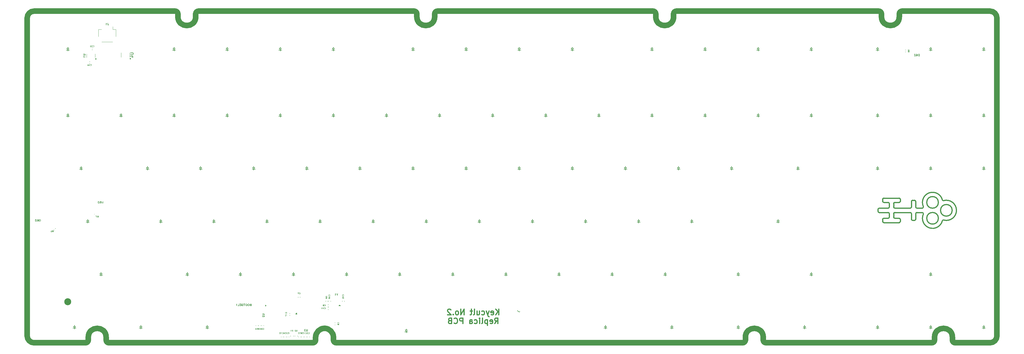
<source format=gbr>
%TF.GenerationSoftware,KiCad,Pcbnew,8.0.1*%
%TF.CreationDate,2025-07-02T23:44:57+09:00*%
%TF.ProjectId,keycultTKL,6b657963-756c-4745-944b-4c2e6b696361,rev?*%
%TF.SameCoordinates,Original*%
%TF.FileFunction,Legend,Bot*%
%TF.FilePolarity,Positive*%
%FSLAX46Y46*%
G04 Gerber Fmt 4.6, Leading zero omitted, Abs format (unit mm)*
G04 Created by KiCad (PCBNEW 8.0.1) date 2025-07-02 23:44:57*
%MOMM*%
%LPD*%
G01*
G04 APERTURE LIST*
%ADD10C,2.000000*%
%ADD11C,0.150000*%
%ADD12C,0.075000*%
%ADD13C,0.100000*%
%ADD14C,0.400000*%
%ADD15C,0.120000*%
%ADD16C,0.007937*%
%ADD17C,0.440000*%
%ADD18C,2.500000*%
G04 APERTURE END LIST*
D10*
X298429950Y-75325000D02*
X370992550Y-75325000D01*
X93833125Y-193637502D02*
X93833125Y-192637500D01*
X204305001Y-75325000D02*
G75*
G02*
X205305000Y-76324999I-1J-1000000D01*
G01*
X125980000Y-77325000D02*
G75*
G02*
X119580000Y-77325000I-3200000J0D01*
G01*
X211705000Y-77325000D02*
X211705000Y-76324999D01*
X297430000Y-77325000D02*
G75*
G02*
X291030000Y-77325000I-3200000J0D01*
G01*
X126979998Y-75325000D02*
X204305001Y-75325000D01*
X398442450Y-194637500D02*
G75*
G02*
X397442500Y-193637550I50J1000000D01*
G01*
X86433127Y-194637500D02*
X68005001Y-194637500D01*
X397442500Y-193637550D02*
X397442500Y-192637500D01*
X413417500Y-77824950D02*
X413417500Y-192137550D01*
X176390941Y-194637500D02*
G75*
G02*
X175390900Y-193637497I-41J1000000D01*
G01*
X291030000Y-76324950D02*
X291030000Y-77325000D01*
X413417500Y-192137550D02*
G75*
G02*
X410917550Y-194637500I-2499900J-50D01*
G01*
X378392500Y-76324950D02*
G75*
G02*
X379392450Y-75325000I1000000J-50D01*
G01*
X391042500Y-193637550D02*
G75*
G02*
X390042550Y-194637500I-1000000J50D01*
G01*
X168990937Y-192637503D02*
X168990938Y-193637496D01*
X119580000Y-76324999D02*
X119580000Y-77325000D01*
X297430000Y-76324950D02*
G75*
G02*
X298429950Y-75325000I1000000J-50D01*
G01*
X410917550Y-194637500D02*
X398442450Y-194637500D01*
X65505000Y-192137500D02*
X65505000Y-77825001D01*
X125980000Y-77325000D02*
X125980000Y-76324999D01*
X87433125Y-193637502D02*
G75*
G02*
X86433127Y-194637525I-1000025J2D01*
G01*
X379392450Y-75325000D02*
X410917550Y-75325000D01*
X87433125Y-192637500D02*
G75*
G02*
X93833125Y-192637500I3200000J0D01*
G01*
X330576850Y-194637500D02*
G75*
G02*
X329576900Y-193637500I50J1000000D01*
G01*
X125980000Y-76324999D02*
G75*
G02*
X126979998Y-75325000I1000000J-1D01*
G01*
X68005000Y-75325000D02*
X118580001Y-75325000D01*
X391042500Y-192637500D02*
X391042500Y-193637550D01*
X322164704Y-194637500D02*
X176390941Y-194637500D01*
X87433125Y-192637500D02*
X87433125Y-193637502D01*
X370992550Y-75325000D02*
G75*
G02*
X371992500Y-76324950I-50J-1000000D01*
G01*
X65505000Y-77825001D02*
G75*
G02*
X68005000Y-75325000I2500000J1D01*
G01*
X68005001Y-194637500D02*
G75*
G02*
X65505000Y-192137500I-1J2500000D01*
G01*
X175390937Y-193637497D02*
X175390937Y-192637500D01*
X211705000Y-76324999D02*
G75*
G02*
X212704998Y-75325000I1000000J-1D01*
G01*
X290030050Y-75325000D02*
G75*
G02*
X291030000Y-76324950I-50J-1000000D01*
G01*
X297430000Y-77325000D02*
X297430000Y-76324950D01*
X329576875Y-193637500D02*
X329576875Y-192629500D01*
X211705000Y-77325000D02*
G75*
G02*
X205305000Y-77325000I-3200000J0D01*
G01*
X167990935Y-194637500D02*
X94833124Y-194637500D01*
X323176875Y-192637510D02*
X323176875Y-193637650D01*
X118580001Y-75325000D02*
G75*
G02*
X119580000Y-76324999I-1J-1000000D01*
G01*
X378392500Y-77325000D02*
G75*
G02*
X371992500Y-77325000I-3200000J0D01*
G01*
X323176875Y-192637510D02*
G75*
G02*
X329576915Y-192629500I3200025J10D01*
G01*
X168990937Y-192637503D02*
G75*
G02*
X175390863Y-192637500I3199963J3D01*
G01*
X391042500Y-192637500D02*
G75*
G02*
X397442500Y-192637500I3200000J0D01*
G01*
X212704998Y-75325000D02*
X290030050Y-75325000D01*
X371992500Y-76324950D02*
X371992500Y-77325000D01*
X410917550Y-75325000D02*
G75*
G02*
X413417500Y-77824950I50J-2499900D01*
G01*
X168990938Y-193637496D02*
G75*
G02*
X167990935Y-194637538I-1000038J-4D01*
G01*
X94833124Y-194637500D02*
G75*
G02*
X93833100Y-193637502I-24J1000000D01*
G01*
X378392500Y-77325000D02*
X378392500Y-76324950D01*
X205305000Y-76324999D02*
X205305000Y-77325000D01*
X323176875Y-193637650D02*
G75*
G02*
X322164704Y-194637501I-999975J50D01*
G01*
X390042550Y-194637500D02*
X330576850Y-194637500D01*
D11*
G36*
X162434757Y-190021674D02*
G01*
X162457610Y-190043699D01*
X162466229Y-190072566D01*
X162466307Y-190075772D01*
X162466307Y-190565528D01*
X162459059Y-190594606D01*
X162437292Y-190617852D01*
X162408923Y-190626703D01*
X162405784Y-190626784D01*
X162376706Y-190619336D01*
X162353459Y-190597171D01*
X162344608Y-190568656D01*
X162344528Y-190565528D01*
X162344528Y-190399931D01*
X162329434Y-190379854D01*
X162255428Y-190378975D01*
X162225660Y-190381901D01*
X162197054Y-190392616D01*
X162173594Y-190412954D01*
X162158307Y-190442249D01*
X162152559Y-190471860D01*
X162152113Y-190483169D01*
X162152113Y-190565528D01*
X162144865Y-190594606D01*
X162123098Y-190617852D01*
X162094729Y-190626703D01*
X162091590Y-190626784D01*
X162062512Y-190619336D01*
X162039265Y-190597171D01*
X162030414Y-190568656D01*
X162030334Y-190565528D01*
X162030334Y-190483169D01*
X162032413Y-190450242D01*
X162038804Y-190418457D01*
X162049739Y-190389142D01*
X162065450Y-190363622D01*
X162090125Y-190340418D01*
X162094228Y-190337796D01*
X162094961Y-190317719D01*
X162070767Y-190300947D01*
X162047504Y-190277086D01*
X162030382Y-190248206D01*
X162021229Y-190219143D01*
X162019793Y-190205465D01*
X162127787Y-190205465D01*
X162133829Y-190235411D01*
X162150546Y-190260360D01*
X162175819Y-190278767D01*
X162207532Y-190289085D01*
X162227731Y-190290755D01*
X162323572Y-190290755D01*
X162345407Y-190272876D01*
X162344528Y-190139812D01*
X162323572Y-190121201D01*
X162227731Y-190121201D01*
X162197938Y-190124821D01*
X162167848Y-190137363D01*
X162144804Y-190157487D01*
X162130921Y-190183749D01*
X162127787Y-190205465D01*
X162019793Y-190205465D01*
X162017731Y-190185828D01*
X162021116Y-190147830D01*
X162032038Y-190114030D01*
X162049663Y-190084694D01*
X162073162Y-190060092D01*
X162101703Y-190040490D01*
X162134455Y-190026157D01*
X162170586Y-190017361D01*
X162209266Y-190014369D01*
X162405784Y-190014369D01*
X162434757Y-190021674D01*
G37*
G36*
X161514786Y-190577105D02*
G01*
X161523964Y-190548145D01*
X161547687Y-190530838D01*
X161577068Y-190525667D01*
X161618275Y-190525903D01*
X161653770Y-190526471D01*
X161683915Y-190527163D01*
X161716413Y-190527917D01*
X161745875Y-190527893D01*
X161774912Y-190519529D01*
X161776077Y-190514237D01*
X161759804Y-190488796D01*
X161738506Y-190467562D01*
X161712773Y-190445648D01*
X161686051Y-190426161D01*
X161669392Y-190416051D01*
X161642185Y-190399289D01*
X161617455Y-190379939D01*
X161595466Y-190358243D01*
X161576482Y-190334443D01*
X161560768Y-190308782D01*
X161548588Y-190281502D01*
X161540207Y-190252844D01*
X161535889Y-190223050D01*
X161536959Y-190191778D01*
X161544423Y-190158483D01*
X161558065Y-190125085D01*
X161577673Y-190093504D01*
X161603029Y-190065660D01*
X161633921Y-190043472D01*
X161670133Y-190028862D01*
X161700654Y-190024031D01*
X161711450Y-190023748D01*
X161748812Y-190025812D01*
X161781271Y-190031201D01*
X161817571Y-190042976D01*
X161846712Y-190059263D01*
X161869583Y-190079260D01*
X161890709Y-190108257D01*
X161905166Y-190140239D01*
X161913097Y-190166923D01*
X161913425Y-190196619D01*
X161898711Y-190223384D01*
X161869280Y-190234481D01*
X161840918Y-190226529D01*
X161823933Y-190201554D01*
X161812365Y-190169113D01*
X161796794Y-190143535D01*
X161767216Y-190125406D01*
X161728040Y-190120125D01*
X161715554Y-190120468D01*
X161685824Y-190131201D01*
X161662504Y-190151866D01*
X161647827Y-190177543D01*
X161642396Y-190210083D01*
X161645945Y-190235360D01*
X161660694Y-190268842D01*
X161679158Y-190293982D01*
X161701596Y-190317524D01*
X161726209Y-190339346D01*
X161751195Y-190359323D01*
X161774756Y-190377333D01*
X161799461Y-190396888D01*
X161807145Y-190403741D01*
X161830555Y-190425786D01*
X161855144Y-190450010D01*
X161878803Y-190476404D01*
X161899429Y-190504957D01*
X161914912Y-190535659D01*
X161923148Y-190568501D01*
X161923942Y-190582234D01*
X161914324Y-190610723D01*
X161889802Y-190628099D01*
X161860048Y-190633378D01*
X161577068Y-190633378D01*
X161547687Y-190627116D01*
X161523964Y-190607451D01*
X161514786Y-190577105D01*
G37*
G36*
X160884757Y-190021674D02*
G01*
X160907610Y-190043699D01*
X160916229Y-190072566D01*
X160916307Y-190075772D01*
X160916307Y-190565528D01*
X160909059Y-190594606D01*
X160887292Y-190617852D01*
X160858923Y-190626703D01*
X160855784Y-190626784D01*
X160826706Y-190619336D01*
X160803459Y-190597171D01*
X160794608Y-190568656D01*
X160794528Y-190565528D01*
X160794528Y-190399931D01*
X160779434Y-190379854D01*
X160705428Y-190378975D01*
X160675660Y-190381901D01*
X160647054Y-190392616D01*
X160623594Y-190412954D01*
X160608307Y-190442249D01*
X160602559Y-190471860D01*
X160602113Y-190483169D01*
X160602113Y-190565528D01*
X160594865Y-190594606D01*
X160573098Y-190617852D01*
X160544729Y-190626703D01*
X160541590Y-190626784D01*
X160512512Y-190619336D01*
X160489265Y-190597171D01*
X160480414Y-190568656D01*
X160480334Y-190565528D01*
X160480334Y-190483169D01*
X160482413Y-190450242D01*
X160488804Y-190418457D01*
X160499739Y-190389142D01*
X160515450Y-190363622D01*
X160540125Y-190340418D01*
X160544228Y-190337796D01*
X160544961Y-190317719D01*
X160520767Y-190300947D01*
X160497504Y-190277086D01*
X160480382Y-190248206D01*
X160471229Y-190219143D01*
X160469793Y-190205465D01*
X160577787Y-190205465D01*
X160583829Y-190235411D01*
X160600546Y-190260360D01*
X160625819Y-190278767D01*
X160657532Y-190289085D01*
X160677731Y-190290755D01*
X160773572Y-190290755D01*
X160795407Y-190272876D01*
X160794528Y-190139812D01*
X160773572Y-190121201D01*
X160677731Y-190121201D01*
X160647938Y-190124821D01*
X160617848Y-190137363D01*
X160594804Y-190157487D01*
X160580921Y-190183749D01*
X160577787Y-190205465D01*
X160469793Y-190205465D01*
X160467731Y-190185828D01*
X160471116Y-190147830D01*
X160482038Y-190114030D01*
X160499663Y-190084694D01*
X160523162Y-190060092D01*
X160551703Y-190040490D01*
X160584455Y-190026157D01*
X160620586Y-190017361D01*
X160659266Y-190014369D01*
X160855784Y-190014369D01*
X160884757Y-190021674D01*
G37*
G36*
X160189148Y-190572122D02*
G01*
X160181899Y-190601200D01*
X160160132Y-190624447D01*
X160131763Y-190633298D01*
X160128624Y-190633378D01*
X160099546Y-190625930D01*
X160076300Y-190603765D01*
X160067449Y-190575251D01*
X160067368Y-190572122D01*
X160067368Y-190084858D01*
X160074458Y-190055057D01*
X160096744Y-190035130D01*
X160121883Y-190030343D01*
X160152774Y-190036944D01*
X160174544Y-190057233D01*
X160190760Y-190083246D01*
X160211697Y-190105093D01*
X160236700Y-190120855D01*
X160261395Y-190131166D01*
X160286653Y-190147783D01*
X160302143Y-190174348D01*
X160303453Y-190184069D01*
X160291913Y-190211986D01*
X160265644Y-190227740D01*
X160235511Y-190230283D01*
X160208492Y-190230231D01*
X160189275Y-190253770D01*
X160189148Y-190263057D01*
X160189148Y-190572122D01*
G37*
D12*
G36*
X174028947Y-177761745D02*
G01*
X174025668Y-177732325D01*
X174037717Y-177704278D01*
X174058696Y-177683489D01*
X174059575Y-177682757D01*
X174084475Y-177662948D01*
X174104158Y-177640165D01*
X174119509Y-177611038D01*
X174126397Y-177579235D01*
X174126693Y-177570942D01*
X174122682Y-177540625D01*
X174111171Y-177512395D01*
X174092945Y-177486854D01*
X174068789Y-177464605D01*
X174039488Y-177446251D01*
X174005827Y-177432395D01*
X173968591Y-177423639D01*
X173938789Y-177420782D01*
X173928563Y-177420586D01*
X173898552Y-177422317D01*
X173860733Y-177429704D01*
X173826171Y-177442342D01*
X173795684Y-177459628D01*
X173770091Y-177480959D01*
X173750207Y-177505734D01*
X173736851Y-177533349D01*
X173730839Y-177563200D01*
X173730580Y-177570942D01*
X173734933Y-177602117D01*
X173747398Y-177631138D01*
X173767081Y-177657325D01*
X173789020Y-177676998D01*
X173810448Y-177691110D01*
X173834009Y-177711949D01*
X173845118Y-177741434D01*
X173841076Y-177765115D01*
X173822538Y-177789177D01*
X173795311Y-177800569D01*
X173767949Y-177795304D01*
X173767070Y-177794424D01*
X173736172Y-177775463D01*
X173708323Y-177753385D01*
X173683855Y-177728466D01*
X173663096Y-177700983D01*
X173646376Y-177671213D01*
X173634025Y-177639432D01*
X173626372Y-177605916D01*
X173623748Y-177570942D01*
X173627263Y-177530452D01*
X173637462Y-177491950D01*
X173653825Y-177455873D01*
X173675835Y-177422655D01*
X173702972Y-177392732D01*
X173734718Y-177366540D01*
X173770555Y-177344513D01*
X173809962Y-177327088D01*
X173837962Y-177318242D01*
X173867164Y-177311764D01*
X173897416Y-177307783D01*
X173928563Y-177306427D01*
X173959880Y-177307793D01*
X173990257Y-177311800D01*
X174019546Y-177318318D01*
X174047597Y-177327211D01*
X174087028Y-177344718D01*
X174122834Y-177366824D01*
X174154514Y-177393081D01*
X174181562Y-177423041D01*
X174203477Y-177456256D01*
X174219753Y-177492277D01*
X174229888Y-177530655D01*
X174233378Y-177570942D01*
X174230947Y-177604447D01*
X174223848Y-177636748D01*
X174212374Y-177667576D01*
X174196815Y-177696660D01*
X174177465Y-177723732D01*
X174154615Y-177748521D01*
X174128556Y-177770759D01*
X174099582Y-177790175D01*
X174069775Y-177795837D01*
X174041900Y-177781066D01*
X174028947Y-177761745D01*
G37*
G36*
X174172122Y-178054396D02*
G01*
X174201200Y-178061645D01*
X174224447Y-178083412D01*
X174233298Y-178111781D01*
X174233378Y-178114920D01*
X174225930Y-178143998D01*
X174203765Y-178167244D01*
X174175251Y-178176095D01*
X174172122Y-178176176D01*
X173684858Y-178176176D01*
X173655057Y-178169087D01*
X173635130Y-178146800D01*
X173630343Y-178121661D01*
X173636944Y-178090770D01*
X173657233Y-178069000D01*
X173683246Y-178052784D01*
X173705093Y-178031847D01*
X173720855Y-178006844D01*
X173731166Y-177982149D01*
X173747783Y-177956891D01*
X173774348Y-177941401D01*
X173784069Y-177940091D01*
X173811986Y-177951632D01*
X173827740Y-177977900D01*
X173830283Y-178008033D01*
X173830231Y-178035052D01*
X173853770Y-178054269D01*
X173863057Y-178054396D01*
X174172122Y-178054396D01*
G37*
G36*
X173978904Y-178357676D02*
G01*
X174011475Y-178361638D01*
X174041495Y-178367661D01*
X174081808Y-178380368D01*
X174116547Y-178397220D01*
X174145811Y-178417923D01*
X174169697Y-178442184D01*
X174188306Y-178469709D01*
X174201735Y-178500202D01*
X174210083Y-178533370D01*
X174213448Y-178568918D01*
X174213512Y-178580146D01*
X174210909Y-178612481D01*
X174204298Y-178642625D01*
X174193911Y-178670364D01*
X174174592Y-178703230D01*
X174149528Y-178730919D01*
X174119273Y-178752919D01*
X174084379Y-178768714D01*
X174055497Y-178776180D01*
X174024551Y-178779651D01*
X173997302Y-178779324D01*
X173960692Y-178774033D01*
X173925140Y-178762988D01*
X173892145Y-178745961D01*
X173863206Y-178722726D01*
X173839821Y-178693057D01*
X173826831Y-178666445D01*
X173818441Y-178635991D01*
X173815284Y-178601598D01*
X173815808Y-178576392D01*
X173905995Y-178576392D01*
X173906248Y-178582899D01*
X173912212Y-178612007D01*
X173927966Y-178639612D01*
X173950401Y-178659544D01*
X173981208Y-178673546D01*
X174012681Y-178678095D01*
X174021393Y-178677710D01*
X174053533Y-178670233D01*
X174080188Y-178656125D01*
X174102593Y-178634773D01*
X174117501Y-178606050D01*
X174121857Y-178576392D01*
X174121342Y-178566952D01*
X174111819Y-178534979D01*
X174094897Y-178510693D01*
X174070825Y-178491392D01*
X174040491Y-178479069D01*
X174011069Y-178475569D01*
X173979500Y-178480553D01*
X173951844Y-178494178D01*
X173929508Y-178514448D01*
X173912054Y-178543837D01*
X173905995Y-178576392D01*
X173815808Y-178576392D01*
X173815814Y-178576116D01*
X173819309Y-178541684D01*
X173827083Y-178508297D01*
X173835507Y-178479819D01*
X173816527Y-178481787D01*
X173788147Y-178492163D01*
X173762356Y-178506898D01*
X173738930Y-178526882D01*
X173721911Y-178551846D01*
X173715339Y-178581521D01*
X173716755Y-178603582D01*
X173726738Y-178633938D01*
X173748002Y-178656059D01*
X173772492Y-178674724D01*
X173781512Y-178684926D01*
X173791288Y-178713278D01*
X173784216Y-178741842D01*
X173778825Y-178749401D01*
X173752507Y-178762342D01*
X173722960Y-178758695D01*
X173696032Y-178745453D01*
X173672349Y-178726236D01*
X173652450Y-178701101D01*
X173636877Y-178670105D01*
X173627895Y-178641127D01*
X173622303Y-178608463D01*
X173620378Y-178572142D01*
X173621916Y-178549452D01*
X173629727Y-178517183D01*
X173643635Y-178487224D01*
X173663071Y-178459788D01*
X173687464Y-178435089D01*
X173716244Y-178413339D01*
X173748841Y-178394751D01*
X173784685Y-178379538D01*
X173823206Y-178367913D01*
X173863832Y-178360090D01*
X173905995Y-178356281D01*
X173943754Y-178355861D01*
X173978904Y-178357676D01*
G37*
D13*
G36*
X385658655Y-90741641D02*
G01*
X385689126Y-90771291D01*
X385700619Y-90809363D01*
X385700723Y-90813535D01*
X385700723Y-91462830D01*
X385691058Y-91501600D01*
X385662035Y-91532596D01*
X385624210Y-91544397D01*
X385620025Y-91544505D01*
X385391609Y-91544505D01*
X385337564Y-91539791D01*
X385286070Y-91526148D01*
X385237731Y-91504321D01*
X385193151Y-91475056D01*
X385152933Y-91439098D01*
X385117681Y-91397194D01*
X385087999Y-91350088D01*
X385064491Y-91298528D01*
X385047761Y-91243258D01*
X385040671Y-91204719D01*
X385037040Y-91165083D01*
X385036757Y-91152739D01*
X385187813Y-91152739D01*
X385192437Y-91204351D01*
X385205716Y-91252647D01*
X385226762Y-91296528D01*
X385254686Y-91334896D01*
X385288601Y-91366650D01*
X385327617Y-91390693D01*
X385370847Y-91405924D01*
X385417401Y-91411246D01*
X385510409Y-91411246D01*
X385538350Y-91383304D01*
X385538350Y-90912013D01*
X385510409Y-90884072D01*
X385417401Y-90884072D01*
X385370847Y-90889878D01*
X385327617Y-90906378D01*
X385288601Y-90932192D01*
X385254686Y-90965942D01*
X385226762Y-91006251D01*
X385205716Y-91051739D01*
X385192437Y-91101028D01*
X385187813Y-91152739D01*
X385036757Y-91152739D01*
X385036578Y-91144923D01*
X385038399Y-91104862D01*
X385043746Y-91065457D01*
X385052447Y-91026973D01*
X385064327Y-90989677D01*
X385087727Y-90936542D01*
X385117302Y-90887577D01*
X385152467Y-90843680D01*
X385192635Y-90805750D01*
X385237220Y-90774685D01*
X385285635Y-90751384D01*
X385337293Y-90736744D01*
X385391609Y-90731665D01*
X385620025Y-90731665D01*
X385658655Y-90741641D01*
G37*
G36*
X384730515Y-90734787D02*
G01*
X384769400Y-90743866D01*
X384805942Y-90758470D01*
X384850216Y-90785789D01*
X384888393Y-90821140D01*
X384912361Y-90852307D01*
X384931813Y-90886984D01*
X384946284Y-90924740D01*
X384955308Y-90965141D01*
X384958412Y-91007658D01*
X384955308Y-91049772D01*
X384946284Y-91089836D01*
X384931813Y-91127313D01*
X384912361Y-91161767D01*
X384888393Y-91192761D01*
X384850216Y-91227945D01*
X384805942Y-91255162D01*
X384769400Y-91269722D01*
X384730515Y-91278779D01*
X384689753Y-91281895D01*
X384648339Y-91279040D01*
X384608337Y-91270372D01*
X384570972Y-91255735D01*
X384551804Y-91244965D01*
X384526208Y-91256689D01*
X384531039Y-91299152D01*
X384547712Y-91338709D01*
X384574550Y-91372207D01*
X384609876Y-91396494D01*
X384652013Y-91408415D01*
X384667282Y-91409096D01*
X384708270Y-91402560D01*
X384747341Y-91384739D01*
X384781202Y-91358317D01*
X384787059Y-91352237D01*
X384817482Y-91322960D01*
X384853537Y-91303264D01*
X384893184Y-91307425D01*
X384901365Y-91312376D01*
X384924261Y-91348221D01*
X384926844Y-91391145D01*
X384913653Y-91429497D01*
X384911525Y-91432544D01*
X384880255Y-91466428D01*
X384843192Y-91493750D01*
X384801928Y-91514845D01*
X384758057Y-91530048D01*
X384713169Y-91539695D01*
X384668858Y-91544121D01*
X384651651Y-91544505D01*
X384606404Y-91541518D01*
X384565898Y-91532872D01*
X384513477Y-91510327D01*
X384470309Y-91477711D01*
X384435544Y-91436621D01*
X384408336Y-91388653D01*
X384387836Y-91335405D01*
X384373195Y-91278472D01*
X384366271Y-91239259D01*
X384361324Y-91199592D01*
X384358101Y-91159942D01*
X384356351Y-91120785D01*
X384355824Y-91082593D01*
X384357530Y-91037629D01*
X384361696Y-91003067D01*
X384526208Y-91003067D01*
X384531661Y-91045517D01*
X384547166Y-91083249D01*
X384571440Y-91114063D01*
X384609130Y-91138329D01*
X384648002Y-91146596D01*
X384654973Y-91146682D01*
X384697637Y-91141710D01*
X384738420Y-91125146D01*
X384768293Y-91098838D01*
X384787736Y-91064710D01*
X384797228Y-91024688D01*
X384798392Y-91003067D01*
X384793555Y-90960917D01*
X384779072Y-90923874D01*
X384750033Y-90889640D01*
X384714780Y-90870161D01*
X384670002Y-90861785D01*
X384661616Y-90861602D01*
X384620977Y-90866042D01*
X384582354Y-90882030D01*
X384550548Y-90912989D01*
X384532139Y-90954337D01*
X384526326Y-90995768D01*
X384526208Y-91003067D01*
X384361696Y-91003067D01*
X384362543Y-90996043D01*
X384370700Y-90957769D01*
X384388481Y-90906425D01*
X384412434Y-90862163D01*
X384442015Y-90824760D01*
X384476682Y-90793996D01*
X384515892Y-90769647D01*
X384559101Y-90751491D01*
X384605768Y-90739306D01*
X384655348Y-90732871D01*
X384689753Y-90731665D01*
X384730515Y-90734787D01*
G37*
G36*
X384958420Y-91007757D02*
G01*
X384958412Y-91007658D01*
X384958420Y-91007561D01*
X384958420Y-91007757D01*
G37*
G36*
X383709069Y-91469473D02*
G01*
X383721306Y-91430860D01*
X383752937Y-91407784D01*
X383792111Y-91400890D01*
X383847054Y-91401204D01*
X383894380Y-91401962D01*
X383934574Y-91402884D01*
X383977904Y-91403889D01*
X384017187Y-91403857D01*
X384055903Y-91392706D01*
X384057457Y-91385649D01*
X384035760Y-91351728D01*
X384007363Y-91323416D01*
X383973051Y-91294197D01*
X383937423Y-91268214D01*
X383915210Y-91254735D01*
X383878934Y-91232386D01*
X383845961Y-91206586D01*
X383816642Y-91177658D01*
X383791330Y-91145925D01*
X383770378Y-91111710D01*
X383754138Y-91075336D01*
X383742963Y-91037125D01*
X383737206Y-90997401D01*
X383738633Y-90955705D01*
X383748584Y-90911311D01*
X383766775Y-90866780D01*
X383792917Y-90824672D01*
X383826726Y-90787547D01*
X383867915Y-90757963D01*
X383916198Y-90738483D01*
X383956893Y-90732042D01*
X383971288Y-90731665D01*
X384021104Y-90734416D01*
X384064382Y-90741602D01*
X384112782Y-90757302D01*
X384151637Y-90779017D01*
X384182131Y-90805681D01*
X384210299Y-90844343D01*
X384229576Y-90886985D01*
X384240150Y-90922565D01*
X384240587Y-90962158D01*
X384220969Y-90997846D01*
X384181728Y-91012642D01*
X384143912Y-91002039D01*
X384121264Y-90968739D01*
X384105840Y-90925484D01*
X384085079Y-90891380D01*
X384045641Y-90867208D01*
X383993408Y-90860167D01*
X383976759Y-90860625D01*
X383937120Y-90874934D01*
X383906026Y-90902488D01*
X383886456Y-90936725D01*
X383879215Y-90980111D01*
X383883947Y-91013814D01*
X383903613Y-91058457D01*
X383928232Y-91091976D01*
X383958149Y-91123366D01*
X383990965Y-91152462D01*
X384024281Y-91179098D01*
X384055695Y-91203110D01*
X384088636Y-91229185D01*
X384098880Y-91238322D01*
X384130094Y-91267715D01*
X384162879Y-91300013D01*
X384194425Y-91335205D01*
X384221925Y-91373276D01*
X384242570Y-91414212D01*
X384253552Y-91458001D01*
X384254610Y-91476312D01*
X384241785Y-91514298D01*
X384209091Y-91537465D01*
X384169418Y-91544505D01*
X383792111Y-91544505D01*
X383752937Y-91536154D01*
X383721306Y-91509935D01*
X383709069Y-91469473D01*
G37*
D12*
G36*
X177223947Y-187738510D02*
G01*
X177220668Y-187709090D01*
X177232717Y-187681043D01*
X177253696Y-187660254D01*
X177254575Y-187659522D01*
X177279475Y-187639713D01*
X177299158Y-187616930D01*
X177314509Y-187587803D01*
X177321397Y-187556000D01*
X177321693Y-187547707D01*
X177317682Y-187517390D01*
X177306171Y-187489160D01*
X177287945Y-187463619D01*
X177263789Y-187441370D01*
X177234488Y-187423016D01*
X177200827Y-187409160D01*
X177163591Y-187400404D01*
X177133789Y-187397547D01*
X177123563Y-187397351D01*
X177093552Y-187399082D01*
X177055733Y-187406469D01*
X177021171Y-187419107D01*
X176990684Y-187436393D01*
X176965091Y-187457724D01*
X176945207Y-187482499D01*
X176931851Y-187510114D01*
X176925839Y-187539965D01*
X176925580Y-187547707D01*
X176929933Y-187578882D01*
X176942398Y-187607903D01*
X176962081Y-187634090D01*
X176984020Y-187653763D01*
X177005448Y-187667875D01*
X177029009Y-187688714D01*
X177040118Y-187718199D01*
X177036076Y-187741880D01*
X177017538Y-187765942D01*
X176990311Y-187777334D01*
X176962949Y-187772069D01*
X176962070Y-187771189D01*
X176931172Y-187752228D01*
X176903323Y-187730150D01*
X176878855Y-187705231D01*
X176858096Y-187677748D01*
X176841376Y-187647978D01*
X176829025Y-187616197D01*
X176821372Y-187582681D01*
X176818748Y-187547707D01*
X176822263Y-187507217D01*
X176832462Y-187468715D01*
X176848825Y-187432638D01*
X176870835Y-187399420D01*
X176897972Y-187369497D01*
X176929718Y-187343305D01*
X176965555Y-187321278D01*
X177004962Y-187303853D01*
X177032962Y-187295007D01*
X177062164Y-187288529D01*
X177092416Y-187284548D01*
X177123563Y-187283192D01*
X177154880Y-187284558D01*
X177185257Y-187288565D01*
X177214546Y-187295083D01*
X177242597Y-187303976D01*
X177282028Y-187321483D01*
X177317834Y-187343589D01*
X177349514Y-187369846D01*
X177376562Y-187399806D01*
X177398477Y-187433021D01*
X177414753Y-187469042D01*
X177424888Y-187507420D01*
X177428378Y-187547707D01*
X177425947Y-187581212D01*
X177418848Y-187613513D01*
X177407374Y-187644341D01*
X177391815Y-187673425D01*
X177372465Y-187700497D01*
X177349615Y-187725286D01*
X177323556Y-187747524D01*
X177294582Y-187766940D01*
X177264775Y-187772602D01*
X177236900Y-187757831D01*
X177223947Y-187738510D01*
G37*
G36*
X176948588Y-188003464D02*
G01*
X176948867Y-188035070D01*
X176949392Y-188065571D01*
X176949694Y-188096005D01*
X176949303Y-188127414D01*
X176948588Y-188146200D01*
X176942398Y-188176474D01*
X176920381Y-188196752D01*
X176900667Y-188199982D01*
X176869960Y-188191763D01*
X176851106Y-188168706D01*
X176846885Y-188146200D01*
X176846453Y-188113334D01*
X176846503Y-188080793D01*
X176846786Y-188048537D01*
X176847054Y-188016524D01*
X176847059Y-187984716D01*
X176846553Y-187953071D01*
X176846152Y-187940450D01*
X176854186Y-187911165D01*
X176878045Y-187893653D01*
X176882203Y-187892529D01*
X176915811Y-187885410D01*
X176946041Y-187879424D01*
X176979930Y-187873130D01*
X177013618Y-187867099D01*
X177043374Y-187861734D01*
X177076229Y-187855600D01*
X177107095Y-187851872D01*
X177137459Y-187858690D01*
X177151700Y-187871573D01*
X177164078Y-187899461D01*
X177164566Y-187931049D01*
X177155803Y-187950561D01*
X177140759Y-187976319D01*
X177131586Y-188006939D01*
X177128306Y-188039407D01*
X177128253Y-188051385D01*
X177132756Y-188080562D01*
X177146937Y-188108893D01*
X177169427Y-188129918D01*
X177198854Y-188142424D01*
X177223361Y-188145467D01*
X177253044Y-188141207D01*
X177279925Y-188128324D01*
X177302254Y-188107902D01*
X177318281Y-188081026D01*
X177326256Y-188048779D01*
X177326822Y-188037023D01*
X177323191Y-188004156D01*
X177312389Y-187975587D01*
X177292411Y-187952493D01*
X177265859Y-187940450D01*
X177237701Y-187927626D01*
X177218230Y-187902566D01*
X177215008Y-187878314D01*
X177228540Y-187850173D01*
X177253374Y-187834237D01*
X177285069Y-187830068D01*
X177288427Y-187830394D01*
X177318718Y-187837247D01*
X177345967Y-187850047D01*
X177369867Y-187868532D01*
X177390112Y-187892438D01*
X177406392Y-187921503D01*
X177418402Y-187955464D01*
X177425833Y-187994058D01*
X177428217Y-188025887D01*
X177428378Y-188037023D01*
X177426828Y-188068316D01*
X177419159Y-188109865D01*
X177405982Y-188145309D01*
X177388313Y-188175056D01*
X177367169Y-188199512D01*
X177343565Y-188219087D01*
X177310026Y-188238299D01*
X177276331Y-188250524D01*
X177244891Y-188256729D01*
X177224240Y-188258014D01*
X177190090Y-188254613D01*
X177156131Y-188244679D01*
X177123707Y-188228617D01*
X177094163Y-188206833D01*
X177068843Y-188179733D01*
X177049093Y-188147720D01*
X177036257Y-188111202D01*
X177031976Y-188081099D01*
X177031679Y-188070582D01*
X177034066Y-188040367D01*
X177039346Y-188011081D01*
X177044282Y-187984120D01*
X177026697Y-187965656D01*
X176997497Y-187974119D01*
X176967568Y-187982358D01*
X176961044Y-187984120D01*
X176948588Y-188003464D01*
G37*
G36*
X157013254Y-191283946D02*
G01*
X157042674Y-191280667D01*
X157070721Y-191292716D01*
X157091510Y-191313695D01*
X157092242Y-191314574D01*
X157112051Y-191339474D01*
X157134834Y-191359157D01*
X157163961Y-191374508D01*
X157195764Y-191381396D01*
X157204057Y-191381692D01*
X157234374Y-191377681D01*
X157262604Y-191366170D01*
X157288145Y-191347944D01*
X157310394Y-191323788D01*
X157328748Y-191294487D01*
X157342604Y-191260826D01*
X157351360Y-191223590D01*
X157354217Y-191193788D01*
X157354413Y-191183562D01*
X157352682Y-191153551D01*
X157345295Y-191115732D01*
X157332657Y-191081170D01*
X157315371Y-191050683D01*
X157294040Y-191025090D01*
X157269265Y-191005206D01*
X157241650Y-190991850D01*
X157211799Y-190985838D01*
X157204057Y-190985579D01*
X157172882Y-190989932D01*
X157143861Y-191002397D01*
X157117674Y-191022080D01*
X157098001Y-191044019D01*
X157083889Y-191065447D01*
X157063050Y-191089008D01*
X157033565Y-191100117D01*
X157009884Y-191096075D01*
X156985822Y-191077537D01*
X156974430Y-191050310D01*
X156979695Y-191022948D01*
X156980575Y-191022069D01*
X156999536Y-190991171D01*
X157021614Y-190963322D01*
X157046533Y-190938854D01*
X157074016Y-190918095D01*
X157103786Y-190901375D01*
X157135567Y-190889024D01*
X157169083Y-190881371D01*
X157204057Y-190878747D01*
X157244547Y-190882262D01*
X157283049Y-190892461D01*
X157319126Y-190908824D01*
X157352344Y-190930834D01*
X157382267Y-190957971D01*
X157408459Y-190989717D01*
X157430486Y-191025554D01*
X157447911Y-191064961D01*
X157456757Y-191092961D01*
X157463235Y-191122163D01*
X157467216Y-191152415D01*
X157468572Y-191183562D01*
X157467206Y-191214879D01*
X157463199Y-191245256D01*
X157456681Y-191274545D01*
X157447788Y-191302596D01*
X157430281Y-191342027D01*
X157408175Y-191377833D01*
X157381918Y-191409513D01*
X157351958Y-191436561D01*
X157318743Y-191458476D01*
X157282722Y-191474752D01*
X157244344Y-191484887D01*
X157204057Y-191488377D01*
X157170552Y-191485946D01*
X157138251Y-191478847D01*
X157107423Y-191467373D01*
X157078339Y-191451814D01*
X157051267Y-191432464D01*
X157026478Y-191409614D01*
X157004240Y-191383555D01*
X156984824Y-191354581D01*
X156979162Y-191324774D01*
X156993933Y-191296899D01*
X157013254Y-191283946D01*
G37*
G36*
X156720603Y-191427121D02*
G01*
X156713354Y-191456199D01*
X156691587Y-191479446D01*
X156663218Y-191488297D01*
X156660079Y-191488377D01*
X156631001Y-191480929D01*
X156607755Y-191458764D01*
X156598904Y-191430250D01*
X156598823Y-191427121D01*
X156598823Y-190939857D01*
X156605912Y-190910056D01*
X156628199Y-190890129D01*
X156653338Y-190885342D01*
X156684229Y-190891943D01*
X156705999Y-190912232D01*
X156722215Y-190938245D01*
X156743152Y-190960092D01*
X156768155Y-190975854D01*
X156792850Y-190986165D01*
X156818108Y-191002782D01*
X156833598Y-191029347D01*
X156834908Y-191039068D01*
X156823367Y-191066985D01*
X156797099Y-191082739D01*
X156766966Y-191085282D01*
X156739947Y-191085230D01*
X156720730Y-191108769D01*
X156720603Y-191118056D01*
X156720603Y-191427121D01*
G37*
G36*
X156237439Y-190882262D02*
G01*
X156272010Y-190892461D01*
X156304417Y-190908824D01*
X156334267Y-190930834D01*
X156361164Y-190957971D01*
X156384715Y-190989717D01*
X156404526Y-191025554D01*
X156420202Y-191064961D01*
X156431350Y-191107421D01*
X156436071Y-191137167D01*
X156438488Y-191167886D01*
X156438795Y-191183562D01*
X156437575Y-191214879D01*
X156433991Y-191245256D01*
X156428161Y-191274545D01*
X156415460Y-191316111D01*
X156398362Y-191354390D01*
X156377261Y-191388876D01*
X156352551Y-191419068D01*
X156324626Y-191444461D01*
X156293880Y-191464552D01*
X156260707Y-191478838D01*
X156225502Y-191486814D01*
X156201098Y-191488377D01*
X156164978Y-191484887D01*
X156130580Y-191474752D01*
X156098303Y-191458476D01*
X156068547Y-191436561D01*
X156041713Y-191409513D01*
X156018199Y-191377833D01*
X155998407Y-191342027D01*
X155982736Y-191302596D01*
X155971585Y-191260046D01*
X155966861Y-191230194D01*
X155964442Y-191199329D01*
X155964134Y-191183562D01*
X156082689Y-191183562D01*
X156083469Y-191213814D01*
X156087133Y-191251822D01*
X156094147Y-191286450D01*
X156104892Y-191316915D01*
X156119752Y-191342430D01*
X156144698Y-191366170D01*
X156177421Y-191379417D01*
X156201098Y-191381692D01*
X156232268Y-191377681D01*
X156263638Y-191362212D01*
X156287288Y-191336558D01*
X156301167Y-191309732D01*
X156310990Y-191278153D01*
X156317151Y-191242606D01*
X156320043Y-191203876D01*
X156320386Y-191183562D01*
X156319605Y-191153551D01*
X156315933Y-191115732D01*
X156308893Y-191081170D01*
X156298093Y-191050683D01*
X156283139Y-191025090D01*
X156258006Y-191001223D01*
X156225000Y-190987875D01*
X156201098Y-190985579D01*
X156170218Y-190989626D01*
X156139111Y-191005206D01*
X156115631Y-191030985D01*
X156101835Y-191057878D01*
X156092058Y-191089460D01*
X156085918Y-191124913D01*
X156083032Y-191163420D01*
X156082689Y-191183562D01*
X155964134Y-191183562D01*
X155965355Y-191152415D01*
X155968942Y-191122163D01*
X155974775Y-191092961D01*
X155987477Y-191051460D01*
X156004566Y-191013186D01*
X156025644Y-190978655D01*
X156050308Y-190948388D01*
X156078161Y-190922902D01*
X156108802Y-190902717D01*
X156141830Y-190888350D01*
X156176847Y-190880322D01*
X156201098Y-190878747D01*
X156237439Y-190882262D01*
G37*
G36*
X74909757Y-154246674D02*
G01*
X74932610Y-154268699D01*
X74941229Y-154297566D01*
X74941307Y-154300772D01*
X74941307Y-154790528D01*
X74934059Y-154819606D01*
X74912292Y-154842852D01*
X74883923Y-154851703D01*
X74880784Y-154851784D01*
X74851706Y-154844336D01*
X74828459Y-154822171D01*
X74819608Y-154793656D01*
X74819528Y-154790528D01*
X74819528Y-154624931D01*
X74804434Y-154604854D01*
X74730428Y-154603975D01*
X74700660Y-154606901D01*
X74672054Y-154617616D01*
X74648594Y-154637954D01*
X74633307Y-154667249D01*
X74627559Y-154696860D01*
X74627113Y-154708169D01*
X74627113Y-154790528D01*
X74619865Y-154819606D01*
X74598098Y-154842852D01*
X74569729Y-154851703D01*
X74566590Y-154851784D01*
X74537512Y-154844336D01*
X74514265Y-154822171D01*
X74505414Y-154793656D01*
X74505334Y-154790528D01*
X74505334Y-154708169D01*
X74507413Y-154675242D01*
X74513804Y-154643457D01*
X74524739Y-154614142D01*
X74540450Y-154588622D01*
X74565125Y-154565418D01*
X74569228Y-154562796D01*
X74569961Y-154542719D01*
X74545767Y-154525947D01*
X74522504Y-154502086D01*
X74505382Y-154473206D01*
X74496229Y-154444143D01*
X74494793Y-154430465D01*
X74602787Y-154430465D01*
X74608829Y-154460411D01*
X74625546Y-154485360D01*
X74650819Y-154503767D01*
X74682532Y-154514085D01*
X74702731Y-154515755D01*
X74798572Y-154515755D01*
X74820407Y-154497876D01*
X74819528Y-154364812D01*
X74798572Y-154346201D01*
X74702731Y-154346201D01*
X74672938Y-154349821D01*
X74642848Y-154362363D01*
X74619804Y-154382487D01*
X74605921Y-154408749D01*
X74602787Y-154430465D01*
X74494793Y-154430465D01*
X74492731Y-154410828D01*
X74496116Y-154372830D01*
X74507038Y-154339030D01*
X74524663Y-154309694D01*
X74548162Y-154285092D01*
X74576703Y-154265490D01*
X74609455Y-154251157D01*
X74645586Y-154242361D01*
X74684266Y-154239369D01*
X74880784Y-154239369D01*
X74909757Y-154246674D01*
G37*
G36*
X74241845Y-154378588D02*
G01*
X74210239Y-154378867D01*
X74179738Y-154379392D01*
X74149304Y-154379694D01*
X74117895Y-154379303D01*
X74099109Y-154378588D01*
X74068835Y-154372398D01*
X74048557Y-154350381D01*
X74045327Y-154330667D01*
X74053546Y-154299960D01*
X74076603Y-154281106D01*
X74099109Y-154276885D01*
X74131975Y-154276453D01*
X74164516Y-154276503D01*
X74196773Y-154276786D01*
X74228785Y-154277054D01*
X74260593Y-154277059D01*
X74292238Y-154276553D01*
X74304859Y-154276152D01*
X74334144Y-154284186D01*
X74351656Y-154308045D01*
X74352780Y-154312203D01*
X74359899Y-154345811D01*
X74365885Y-154376041D01*
X74372179Y-154409930D01*
X74378210Y-154443618D01*
X74383575Y-154473374D01*
X74389709Y-154506229D01*
X74393437Y-154537095D01*
X74386619Y-154567459D01*
X74373736Y-154581700D01*
X74345848Y-154594078D01*
X74314260Y-154594566D01*
X74294748Y-154585803D01*
X74268990Y-154570759D01*
X74238371Y-154561586D01*
X74205902Y-154558306D01*
X74193924Y-154558253D01*
X74164747Y-154562756D01*
X74136416Y-154576937D01*
X74115391Y-154599427D01*
X74102885Y-154628854D01*
X74099842Y-154653361D01*
X74104102Y-154683044D01*
X74116985Y-154709925D01*
X74137407Y-154732254D01*
X74164283Y-154748281D01*
X74196530Y-154756256D01*
X74208286Y-154756822D01*
X74241153Y-154753191D01*
X74269722Y-154742389D01*
X74292816Y-154722411D01*
X74304859Y-154695859D01*
X74317683Y-154667701D01*
X74342743Y-154648230D01*
X74366995Y-154645008D01*
X74395136Y-154658540D01*
X74411072Y-154683374D01*
X74415241Y-154715069D01*
X74414915Y-154718427D01*
X74408062Y-154748718D01*
X74395262Y-154775967D01*
X74376778Y-154799867D01*
X74352871Y-154820112D01*
X74323806Y-154836392D01*
X74289845Y-154848402D01*
X74251251Y-154855833D01*
X74219422Y-154858217D01*
X74208286Y-154858378D01*
X74176993Y-154856828D01*
X74135444Y-154849159D01*
X74100000Y-154835982D01*
X74070254Y-154818313D01*
X74045797Y-154797169D01*
X74026222Y-154773565D01*
X74007010Y-154740026D01*
X73994785Y-154706331D01*
X73988580Y-154674891D01*
X73987295Y-154654240D01*
X73990696Y-154620090D01*
X74000630Y-154586131D01*
X74016692Y-154553707D01*
X74038476Y-154524163D01*
X74065577Y-154498843D01*
X74097589Y-154479093D01*
X74134107Y-154466257D01*
X74164210Y-154461976D01*
X74174727Y-154461679D01*
X74204942Y-154464066D01*
X74234228Y-154469346D01*
X74261189Y-154474282D01*
X74279654Y-154456697D01*
X74271191Y-154427497D01*
X74262951Y-154397568D01*
X74261189Y-154391044D01*
X74241845Y-154378588D01*
G37*
D13*
G36*
X68704935Y-150235208D02*
G01*
X68756429Y-150248851D01*
X68804768Y-150270678D01*
X68849348Y-150299943D01*
X68889566Y-150335901D01*
X68924818Y-150377805D01*
X68954500Y-150424911D01*
X68978008Y-150476471D01*
X68994738Y-150531741D01*
X69001828Y-150570280D01*
X69005459Y-150609916D01*
X69005921Y-150630076D01*
X69004100Y-150670137D01*
X68998753Y-150709542D01*
X68990052Y-150748026D01*
X68978172Y-150785322D01*
X68954772Y-150838457D01*
X68925197Y-150887422D01*
X68890032Y-150931319D01*
X68849864Y-150969249D01*
X68805279Y-151000314D01*
X68756864Y-151023615D01*
X68705206Y-151038255D01*
X68650890Y-151043334D01*
X68422474Y-151043334D01*
X68383844Y-151033358D01*
X68353373Y-151003708D01*
X68341880Y-150965636D01*
X68341776Y-150961464D01*
X68341776Y-150862986D01*
X68504149Y-150862986D01*
X68532090Y-150890927D01*
X68625098Y-150890927D01*
X68671652Y-150885121D01*
X68714882Y-150868621D01*
X68753898Y-150842807D01*
X68787813Y-150809057D01*
X68815737Y-150768748D01*
X68836783Y-150723260D01*
X68850062Y-150673971D01*
X68854686Y-150622260D01*
X68850062Y-150570648D01*
X68836783Y-150522352D01*
X68815737Y-150478471D01*
X68787813Y-150440103D01*
X68753898Y-150408349D01*
X68714882Y-150384306D01*
X68671652Y-150369075D01*
X68625098Y-150363753D01*
X68532090Y-150363753D01*
X68504149Y-150391695D01*
X68504149Y-150862986D01*
X68341776Y-150862986D01*
X68341776Y-150312169D01*
X68351441Y-150273399D01*
X68380464Y-150242403D01*
X68418289Y-150230602D01*
X68422474Y-150230494D01*
X68650890Y-150230494D01*
X68704935Y-150235208D01*
G37*
G36*
X69436095Y-150233481D02*
G01*
X69476601Y-150242127D01*
X69529022Y-150264672D01*
X69572190Y-150297288D01*
X69606955Y-150338378D01*
X69634163Y-150386346D01*
X69654663Y-150439594D01*
X69669304Y-150496527D01*
X69676228Y-150535740D01*
X69681175Y-150575407D01*
X69684398Y-150615057D01*
X69686148Y-150654214D01*
X69686675Y-150692406D01*
X69684969Y-150737370D01*
X69679956Y-150778956D01*
X69671799Y-150817230D01*
X69654018Y-150868574D01*
X69630065Y-150912836D01*
X69600484Y-150950239D01*
X69565817Y-150981003D01*
X69526607Y-151005352D01*
X69483398Y-151023508D01*
X69436731Y-151035693D01*
X69387151Y-151042128D01*
X69352746Y-151043334D01*
X69311984Y-151040212D01*
X69273099Y-151031133D01*
X69236557Y-151016529D01*
X69192283Y-150989210D01*
X69154106Y-150953859D01*
X69130138Y-150922692D01*
X69110686Y-150888015D01*
X69096215Y-150850259D01*
X69087191Y-150809858D01*
X69084421Y-150771932D01*
X69244107Y-150771932D01*
X69248944Y-150814082D01*
X69263427Y-150851125D01*
X69292466Y-150885359D01*
X69327719Y-150904838D01*
X69372497Y-150913214D01*
X69380883Y-150913397D01*
X69421522Y-150908957D01*
X69460145Y-150892969D01*
X69491951Y-150862010D01*
X69510360Y-150820662D01*
X69516173Y-150779231D01*
X69516291Y-150771932D01*
X69510838Y-150729482D01*
X69495333Y-150691750D01*
X69471059Y-150660936D01*
X69433369Y-150636670D01*
X69394497Y-150628403D01*
X69387526Y-150628317D01*
X69344862Y-150633289D01*
X69304079Y-150649853D01*
X69274206Y-150676161D01*
X69254763Y-150710289D01*
X69245271Y-150750311D01*
X69244107Y-150771932D01*
X69084421Y-150771932D01*
X69084086Y-150767340D01*
X69087191Y-150725227D01*
X69096215Y-150685163D01*
X69110686Y-150647686D01*
X69130138Y-150613232D01*
X69154106Y-150582238D01*
X69192283Y-150547054D01*
X69236557Y-150519837D01*
X69273099Y-150505277D01*
X69311984Y-150496220D01*
X69352746Y-150493104D01*
X69394160Y-150495959D01*
X69434162Y-150504627D01*
X69471527Y-150519264D01*
X69490695Y-150530034D01*
X69516291Y-150518310D01*
X69511460Y-150475847D01*
X69494787Y-150436290D01*
X69467949Y-150402792D01*
X69432623Y-150378505D01*
X69390486Y-150366584D01*
X69375217Y-150365903D01*
X69334229Y-150372439D01*
X69295158Y-150390260D01*
X69261297Y-150416682D01*
X69255440Y-150422762D01*
X69225017Y-150452039D01*
X69188962Y-150471735D01*
X69149315Y-150467574D01*
X69141134Y-150462623D01*
X69118238Y-150426778D01*
X69115655Y-150383854D01*
X69128846Y-150345502D01*
X69130974Y-150342455D01*
X69162244Y-150308571D01*
X69199307Y-150281249D01*
X69240571Y-150260154D01*
X69284442Y-150244951D01*
X69329330Y-150235304D01*
X69373641Y-150230878D01*
X69390848Y-150230494D01*
X69436095Y-150233481D01*
G37*
G36*
X69084086Y-150767340D02*
G01*
X69084079Y-150767438D01*
X69084079Y-150767242D01*
X69084086Y-150767340D01*
G37*
G36*
X70103739Y-150235148D02*
G01*
X70149603Y-150248661D01*
X70192639Y-150270363D01*
X70232314Y-150299583D01*
X70268093Y-150335647D01*
X70299444Y-150377886D01*
X70325834Y-150425629D01*
X70346729Y-150478202D01*
X70361597Y-150534936D01*
X70367896Y-150574739D01*
X70371121Y-150615893D01*
X70371532Y-150636914D01*
X70369903Y-150678444D01*
X70365121Y-150718780D01*
X70357343Y-150757717D01*
X70340408Y-150813050D01*
X70317622Y-150864083D01*
X70289519Y-150910124D01*
X70256632Y-150950480D01*
X70219495Y-150984461D01*
X70178641Y-151011375D01*
X70134603Y-151030530D01*
X70087915Y-151041235D01*
X70055580Y-151043334D01*
X70007125Y-151038648D01*
X69961030Y-151025050D01*
X69917820Y-151003232D01*
X69878021Y-150973886D01*
X69842158Y-150937702D01*
X69810757Y-150895374D01*
X69784342Y-150847593D01*
X69763441Y-150795049D01*
X69748577Y-150738436D01*
X69742282Y-150698774D01*
X69739060Y-150657816D01*
X69738650Y-150636914D01*
X69896529Y-150636914D01*
X69897570Y-150676929D01*
X69902467Y-150727355D01*
X69911853Y-150773437D01*
X69926253Y-150814086D01*
X69946192Y-150848211D01*
X69979702Y-150880034D01*
X70023710Y-150897831D01*
X70055580Y-150900892D01*
X70096752Y-150895496D01*
X70138229Y-150874723D01*
X70169536Y-150840351D01*
X70187930Y-150804493D01*
X70200966Y-150762384D01*
X70209152Y-150715113D01*
X70213001Y-150663771D01*
X70213458Y-150636914D01*
X70212418Y-150596579D01*
X70207532Y-150545902D01*
X70198181Y-150499730D01*
X70183854Y-150459111D01*
X70164040Y-150425090D01*
X70130779Y-150393438D01*
X70087149Y-150375774D01*
X70055580Y-150372741D01*
X70014020Y-150378090D01*
X69972193Y-150398715D01*
X69940659Y-150432920D01*
X69922154Y-150468688D01*
X69909057Y-150510794D01*
X69900842Y-150558190D01*
X69896986Y-150609830D01*
X69896529Y-150636914D01*
X69738650Y-150636914D01*
X69740277Y-150595159D01*
X69745055Y-150554656D01*
X69752828Y-150515604D01*
X69769763Y-150460182D01*
X69792561Y-150409145D01*
X69820696Y-150363162D01*
X69853643Y-150322907D01*
X69890876Y-150289049D01*
X69931871Y-150262261D01*
X69976100Y-150243214D01*
X70023040Y-150232579D01*
X70055580Y-150230494D01*
X70103739Y-150235148D01*
G37*
D12*
G36*
X382059606Y-89180940D02*
G01*
X382082852Y-89202707D01*
X382091703Y-89231076D01*
X382091784Y-89234215D01*
X382084336Y-89263293D01*
X382062171Y-89286540D01*
X382033656Y-89295391D01*
X382030528Y-89295471D01*
X381864931Y-89295471D01*
X381844854Y-89310565D01*
X381843975Y-89384571D01*
X381846901Y-89414339D01*
X381857616Y-89442945D01*
X381877954Y-89466405D01*
X381907249Y-89481692D01*
X381936860Y-89487440D01*
X381948169Y-89487886D01*
X382030528Y-89487886D01*
X382059606Y-89495134D01*
X382082852Y-89516901D01*
X382091703Y-89545270D01*
X382091784Y-89548409D01*
X382084336Y-89577487D01*
X382062171Y-89600734D01*
X382033656Y-89609585D01*
X382030528Y-89609665D01*
X381948169Y-89609665D01*
X381915242Y-89607586D01*
X381883457Y-89601195D01*
X381854142Y-89590260D01*
X381828622Y-89574549D01*
X381805418Y-89549874D01*
X381802796Y-89545771D01*
X381782719Y-89545038D01*
X381765947Y-89569232D01*
X381742086Y-89592495D01*
X381713206Y-89609617D01*
X381684143Y-89618770D01*
X381650828Y-89622268D01*
X381612830Y-89618883D01*
X381579030Y-89607961D01*
X381549694Y-89590336D01*
X381525092Y-89566837D01*
X381505490Y-89538296D01*
X381491157Y-89505544D01*
X381482361Y-89469413D01*
X381479369Y-89430733D01*
X381479369Y-89412268D01*
X381586201Y-89412268D01*
X381589821Y-89442061D01*
X381602363Y-89472151D01*
X381622487Y-89495195D01*
X381648749Y-89509078D01*
X381670465Y-89512212D01*
X381700411Y-89506170D01*
X381725360Y-89489453D01*
X381743767Y-89464180D01*
X381754085Y-89432467D01*
X381755755Y-89412268D01*
X381755755Y-89316427D01*
X381737876Y-89294592D01*
X381604812Y-89295471D01*
X381586201Y-89316427D01*
X381586201Y-89412268D01*
X381479369Y-89412268D01*
X381479369Y-89234215D01*
X381486674Y-89205242D01*
X381508699Y-89182389D01*
X381537566Y-89173770D01*
X381540772Y-89173692D01*
X382030528Y-89173692D01*
X382059606Y-89180940D01*
G37*
G36*
X381950696Y-89699672D02*
G01*
X381985735Y-89712790D01*
X382017277Y-89733563D01*
X382044633Y-89761102D01*
X382061986Y-89785659D01*
X382076305Y-89813143D01*
X382087298Y-89843179D01*
X382094674Y-89875391D01*
X382098142Y-89909403D01*
X382098378Y-89921075D01*
X382096279Y-89955344D01*
X382090173Y-89987994D01*
X382080354Y-90018643D01*
X382067111Y-90046907D01*
X382050737Y-90072405D01*
X382031522Y-90094754D01*
X382001986Y-90118992D01*
X381968610Y-90136045D01*
X381932082Y-90145006D01*
X381912852Y-90146169D01*
X381879523Y-90142593D01*
X381848205Y-90132540D01*
X381819477Y-90117023D01*
X381793919Y-90097054D01*
X381780960Y-90084034D01*
X381751541Y-90077884D01*
X381745643Y-90082275D01*
X381719842Y-90099605D01*
X381691084Y-90113416D01*
X381662804Y-90122330D01*
X381638518Y-90125213D01*
X381606266Y-90121058D01*
X381576309Y-90109143D01*
X381549265Y-90090298D01*
X381525751Y-90065349D01*
X381506386Y-90035124D01*
X381491789Y-90000452D01*
X381484342Y-89972027D01*
X381480184Y-89941914D01*
X381479369Y-89921075D01*
X381570228Y-89921075D01*
X381575089Y-89951470D01*
X381591012Y-89980697D01*
X381615478Y-90001175D01*
X381645865Y-90009911D01*
X381649949Y-90010028D01*
X381681907Y-90002971D01*
X381707779Y-89983796D01*
X381725106Y-89955499D01*
X381731324Y-89925611D01*
X381731428Y-89921075D01*
X381817011Y-89921075D01*
X381821403Y-89954127D01*
X381833664Y-89983326D01*
X381852421Y-90007109D01*
X381880681Y-90025920D01*
X381913731Y-90032743D01*
X381943035Y-90027687D01*
X381968754Y-90013562D01*
X381989589Y-89991933D01*
X382004241Y-89964365D01*
X382011413Y-89932423D01*
X382011916Y-89921075D01*
X382007527Y-89887547D01*
X381995224Y-89858048D01*
X381976306Y-89834101D01*
X381952071Y-89817231D01*
X381923817Y-89808962D01*
X381913731Y-89808381D01*
X381880681Y-89815214D01*
X381852421Y-89834101D01*
X381833664Y-89858048D01*
X381821403Y-89887547D01*
X381817011Y-89921075D01*
X381731428Y-89921075D01*
X381726548Y-89890143D01*
X381713008Y-89863846D01*
X381689042Y-89841959D01*
X381658374Y-89831560D01*
X381649949Y-89831096D01*
X381619007Y-89838169D01*
X381593657Y-89857456D01*
X381576522Y-89886057D01*
X381570332Y-89916446D01*
X381570228Y-89921075D01*
X381479369Y-89921075D01*
X381481188Y-89889807D01*
X381486471Y-89860035D01*
X381498453Y-89823263D01*
X381515511Y-89790582D01*
X381537028Y-89762809D01*
X381562384Y-89740762D01*
X381590962Y-89725257D01*
X381622144Y-89717114D01*
X381638518Y-89716057D01*
X381671001Y-89720486D01*
X381702522Y-89731371D01*
X381728822Y-89745115D01*
X381745643Y-89758116D01*
X381775026Y-89763404D01*
X381780960Y-89757237D01*
X381804447Y-89735119D01*
X381831434Y-89716932D01*
X381861343Y-89703659D01*
X381893594Y-89696286D01*
X381912852Y-89695101D01*
X381950696Y-89699672D01*
G37*
D14*
X233191667Y-187679438D02*
X233858334Y-186727057D01*
X234334524Y-187679438D02*
X234334524Y-185679438D01*
X234334524Y-185679438D02*
X233572619Y-185679438D01*
X233572619Y-185679438D02*
X233382143Y-185774676D01*
X233382143Y-185774676D02*
X233286905Y-185869914D01*
X233286905Y-185869914D02*
X233191667Y-186060390D01*
X233191667Y-186060390D02*
X233191667Y-186346104D01*
X233191667Y-186346104D02*
X233286905Y-186536580D01*
X233286905Y-186536580D02*
X233382143Y-186631819D01*
X233382143Y-186631819D02*
X233572619Y-186727057D01*
X233572619Y-186727057D02*
X234334524Y-186727057D01*
X231572619Y-187584200D02*
X231763095Y-187679438D01*
X231763095Y-187679438D02*
X232144048Y-187679438D01*
X232144048Y-187679438D02*
X232334524Y-187584200D01*
X232334524Y-187584200D02*
X232429762Y-187393723D01*
X232429762Y-187393723D02*
X232429762Y-186631819D01*
X232429762Y-186631819D02*
X232334524Y-186441342D01*
X232334524Y-186441342D02*
X232144048Y-186346104D01*
X232144048Y-186346104D02*
X231763095Y-186346104D01*
X231763095Y-186346104D02*
X231572619Y-186441342D01*
X231572619Y-186441342D02*
X231477381Y-186631819D01*
X231477381Y-186631819D02*
X231477381Y-186822295D01*
X231477381Y-186822295D02*
X232429762Y-187012771D01*
X230620238Y-186346104D02*
X230620238Y-188346104D01*
X230620238Y-186441342D02*
X230429762Y-186346104D01*
X230429762Y-186346104D02*
X230048809Y-186346104D01*
X230048809Y-186346104D02*
X229858333Y-186441342D01*
X229858333Y-186441342D02*
X229763095Y-186536580D01*
X229763095Y-186536580D02*
X229667857Y-186727057D01*
X229667857Y-186727057D02*
X229667857Y-187298485D01*
X229667857Y-187298485D02*
X229763095Y-187488961D01*
X229763095Y-187488961D02*
X229858333Y-187584200D01*
X229858333Y-187584200D02*
X230048809Y-187679438D01*
X230048809Y-187679438D02*
X230429762Y-187679438D01*
X230429762Y-187679438D02*
X230620238Y-187584200D01*
X228525000Y-187679438D02*
X228715476Y-187584200D01*
X228715476Y-187584200D02*
X228810714Y-187393723D01*
X228810714Y-187393723D02*
X228810714Y-185679438D01*
X227763095Y-187679438D02*
X227763095Y-186346104D01*
X227763095Y-185679438D02*
X227858333Y-185774676D01*
X227858333Y-185774676D02*
X227763095Y-185869914D01*
X227763095Y-185869914D02*
X227667857Y-185774676D01*
X227667857Y-185774676D02*
X227763095Y-185679438D01*
X227763095Y-185679438D02*
X227763095Y-185869914D01*
X225953571Y-187584200D02*
X226144047Y-187679438D01*
X226144047Y-187679438D02*
X226525000Y-187679438D01*
X226525000Y-187679438D02*
X226715476Y-187584200D01*
X226715476Y-187584200D02*
X226810714Y-187488961D01*
X226810714Y-187488961D02*
X226905952Y-187298485D01*
X226905952Y-187298485D02*
X226905952Y-186727057D01*
X226905952Y-186727057D02*
X226810714Y-186536580D01*
X226810714Y-186536580D02*
X226715476Y-186441342D01*
X226715476Y-186441342D02*
X226525000Y-186346104D01*
X226525000Y-186346104D02*
X226144047Y-186346104D01*
X226144047Y-186346104D02*
X225953571Y-186441342D01*
X224239285Y-187679438D02*
X224239285Y-186631819D01*
X224239285Y-186631819D02*
X224334523Y-186441342D01*
X224334523Y-186441342D02*
X224524999Y-186346104D01*
X224524999Y-186346104D02*
X224905952Y-186346104D01*
X224905952Y-186346104D02*
X225096428Y-186441342D01*
X224239285Y-187584200D02*
X224429761Y-187679438D01*
X224429761Y-187679438D02*
X224905952Y-187679438D01*
X224905952Y-187679438D02*
X225096428Y-187584200D01*
X225096428Y-187584200D02*
X225191666Y-187393723D01*
X225191666Y-187393723D02*
X225191666Y-187203247D01*
X225191666Y-187203247D02*
X225096428Y-187012771D01*
X225096428Y-187012771D02*
X224905952Y-186917533D01*
X224905952Y-186917533D02*
X224429761Y-186917533D01*
X224429761Y-186917533D02*
X224239285Y-186822295D01*
X221763094Y-187679438D02*
X221763094Y-185679438D01*
X221763094Y-185679438D02*
X221001189Y-185679438D01*
X221001189Y-185679438D02*
X220810713Y-185774676D01*
X220810713Y-185774676D02*
X220715475Y-185869914D01*
X220715475Y-185869914D02*
X220620237Y-186060390D01*
X220620237Y-186060390D02*
X220620237Y-186346104D01*
X220620237Y-186346104D02*
X220715475Y-186536580D01*
X220715475Y-186536580D02*
X220810713Y-186631819D01*
X220810713Y-186631819D02*
X221001189Y-186727057D01*
X221001189Y-186727057D02*
X221763094Y-186727057D01*
X218620237Y-187488961D02*
X218715475Y-187584200D01*
X218715475Y-187584200D02*
X219001189Y-187679438D01*
X219001189Y-187679438D02*
X219191665Y-187679438D01*
X219191665Y-187679438D02*
X219477380Y-187584200D01*
X219477380Y-187584200D02*
X219667856Y-187393723D01*
X219667856Y-187393723D02*
X219763094Y-187203247D01*
X219763094Y-187203247D02*
X219858332Y-186822295D01*
X219858332Y-186822295D02*
X219858332Y-186536580D01*
X219858332Y-186536580D02*
X219763094Y-186155628D01*
X219763094Y-186155628D02*
X219667856Y-185965152D01*
X219667856Y-185965152D02*
X219477380Y-185774676D01*
X219477380Y-185774676D02*
X219191665Y-185679438D01*
X219191665Y-185679438D02*
X219001189Y-185679438D01*
X219001189Y-185679438D02*
X218715475Y-185774676D01*
X218715475Y-185774676D02*
X218620237Y-185869914D01*
X217096427Y-186631819D02*
X216810713Y-186727057D01*
X216810713Y-186727057D02*
X216715475Y-186822295D01*
X216715475Y-186822295D02*
X216620237Y-187012771D01*
X216620237Y-187012771D02*
X216620237Y-187298485D01*
X216620237Y-187298485D02*
X216715475Y-187488961D01*
X216715475Y-187488961D02*
X216810713Y-187584200D01*
X216810713Y-187584200D02*
X217001189Y-187679438D01*
X217001189Y-187679438D02*
X217763094Y-187679438D01*
X217763094Y-187679438D02*
X217763094Y-185679438D01*
X217763094Y-185679438D02*
X217096427Y-185679438D01*
X217096427Y-185679438D02*
X216905951Y-185774676D01*
X216905951Y-185774676D02*
X216810713Y-185869914D01*
X216810713Y-185869914D02*
X216715475Y-186060390D01*
X216715475Y-186060390D02*
X216715475Y-186250866D01*
X216715475Y-186250866D02*
X216810713Y-186441342D01*
X216810713Y-186441342D02*
X216905951Y-186536580D01*
X216905951Y-186536580D02*
X217096427Y-186631819D01*
X217096427Y-186631819D02*
X217763094Y-186631819D01*
X234667857Y-184529438D02*
X234667857Y-182529438D01*
X233525000Y-184529438D02*
X234382143Y-183386580D01*
X233525000Y-182529438D02*
X234667857Y-183672295D01*
X231905952Y-184434200D02*
X232096428Y-184529438D01*
X232096428Y-184529438D02*
X232477381Y-184529438D01*
X232477381Y-184529438D02*
X232667857Y-184434200D01*
X232667857Y-184434200D02*
X232763095Y-184243723D01*
X232763095Y-184243723D02*
X232763095Y-183481819D01*
X232763095Y-183481819D02*
X232667857Y-183291342D01*
X232667857Y-183291342D02*
X232477381Y-183196104D01*
X232477381Y-183196104D02*
X232096428Y-183196104D01*
X232096428Y-183196104D02*
X231905952Y-183291342D01*
X231905952Y-183291342D02*
X231810714Y-183481819D01*
X231810714Y-183481819D02*
X231810714Y-183672295D01*
X231810714Y-183672295D02*
X232763095Y-183862771D01*
X231144047Y-183196104D02*
X230667857Y-184529438D01*
X230191666Y-183196104D02*
X230667857Y-184529438D01*
X230667857Y-184529438D02*
X230858333Y-185005628D01*
X230858333Y-185005628D02*
X230953571Y-185100866D01*
X230953571Y-185100866D02*
X231144047Y-185196104D01*
X228572618Y-184434200D02*
X228763094Y-184529438D01*
X228763094Y-184529438D02*
X229144047Y-184529438D01*
X229144047Y-184529438D02*
X229334523Y-184434200D01*
X229334523Y-184434200D02*
X229429761Y-184338961D01*
X229429761Y-184338961D02*
X229524999Y-184148485D01*
X229524999Y-184148485D02*
X229524999Y-183577057D01*
X229524999Y-183577057D02*
X229429761Y-183386580D01*
X229429761Y-183386580D02*
X229334523Y-183291342D01*
X229334523Y-183291342D02*
X229144047Y-183196104D01*
X229144047Y-183196104D02*
X228763094Y-183196104D01*
X228763094Y-183196104D02*
X228572618Y-183291342D01*
X226858332Y-183196104D02*
X226858332Y-184529438D01*
X227715475Y-183196104D02*
X227715475Y-184243723D01*
X227715475Y-184243723D02*
X227620237Y-184434200D01*
X227620237Y-184434200D02*
X227429761Y-184529438D01*
X227429761Y-184529438D02*
X227144046Y-184529438D01*
X227144046Y-184529438D02*
X226953570Y-184434200D01*
X226953570Y-184434200D02*
X226858332Y-184338961D01*
X225620237Y-184529438D02*
X225810713Y-184434200D01*
X225810713Y-184434200D02*
X225905951Y-184243723D01*
X225905951Y-184243723D02*
X225905951Y-182529438D01*
X225144046Y-183196104D02*
X224382142Y-183196104D01*
X224858332Y-182529438D02*
X224858332Y-184243723D01*
X224858332Y-184243723D02*
X224763094Y-184434200D01*
X224763094Y-184434200D02*
X224572618Y-184529438D01*
X224572618Y-184529438D02*
X224382142Y-184529438D01*
X222191665Y-184529438D02*
X222191665Y-182529438D01*
X222191665Y-182529438D02*
X221048808Y-184529438D01*
X221048808Y-184529438D02*
X221048808Y-182529438D01*
X219810713Y-184529438D02*
X220001189Y-184434200D01*
X220001189Y-184434200D02*
X220096427Y-184338961D01*
X220096427Y-184338961D02*
X220191665Y-184148485D01*
X220191665Y-184148485D02*
X220191665Y-183577057D01*
X220191665Y-183577057D02*
X220096427Y-183386580D01*
X220096427Y-183386580D02*
X220001189Y-183291342D01*
X220001189Y-183291342D02*
X219810713Y-183196104D01*
X219810713Y-183196104D02*
X219524998Y-183196104D01*
X219524998Y-183196104D02*
X219334522Y-183291342D01*
X219334522Y-183291342D02*
X219239284Y-183386580D01*
X219239284Y-183386580D02*
X219144046Y-183577057D01*
X219144046Y-183577057D02*
X219144046Y-184148485D01*
X219144046Y-184148485D02*
X219239284Y-184338961D01*
X219239284Y-184338961D02*
X219334522Y-184434200D01*
X219334522Y-184434200D02*
X219524998Y-184529438D01*
X219524998Y-184529438D02*
X219810713Y-184529438D01*
X218286903Y-184338961D02*
X218191665Y-184434200D01*
X218191665Y-184434200D02*
X218286903Y-184529438D01*
X218286903Y-184529438D02*
X218382141Y-184434200D01*
X218382141Y-184434200D02*
X218286903Y-184338961D01*
X218286903Y-184338961D02*
X218286903Y-184529438D01*
X217429760Y-182719914D02*
X217334522Y-182624676D01*
X217334522Y-182624676D02*
X217144046Y-182529438D01*
X217144046Y-182529438D02*
X216667855Y-182529438D01*
X216667855Y-182529438D02*
X216477379Y-182624676D01*
X216477379Y-182624676D02*
X216382141Y-182719914D01*
X216382141Y-182719914D02*
X216286903Y-182910390D01*
X216286903Y-182910390D02*
X216286903Y-183100866D01*
X216286903Y-183100866D02*
X216382141Y-183386580D01*
X216382141Y-183386580D02*
X217524998Y-184529438D01*
X217524998Y-184529438D02*
X216286903Y-184529438D01*
D12*
G36*
X148334757Y-189341675D02*
G01*
X148357610Y-189363700D01*
X148366229Y-189392567D01*
X148366307Y-189395773D01*
X148366307Y-189885529D01*
X148359059Y-189914607D01*
X148337292Y-189937853D01*
X148308923Y-189946704D01*
X148305784Y-189946785D01*
X148276706Y-189939337D01*
X148253459Y-189917172D01*
X148244608Y-189888657D01*
X148244528Y-189885529D01*
X148244528Y-189719932D01*
X148229434Y-189699855D01*
X148155428Y-189698976D01*
X148125660Y-189701902D01*
X148097054Y-189712617D01*
X148073594Y-189732955D01*
X148058307Y-189762250D01*
X148052559Y-189791861D01*
X148052113Y-189803170D01*
X148052113Y-189885529D01*
X148044865Y-189914607D01*
X148023098Y-189937853D01*
X147994729Y-189946704D01*
X147991590Y-189946785D01*
X147962512Y-189939337D01*
X147939265Y-189917172D01*
X147930414Y-189888657D01*
X147930334Y-189885529D01*
X147930334Y-189803170D01*
X147932413Y-189770243D01*
X147938804Y-189738458D01*
X147949739Y-189709143D01*
X147965450Y-189683623D01*
X147990125Y-189660419D01*
X147994228Y-189657797D01*
X147994961Y-189637720D01*
X147970767Y-189620948D01*
X147947504Y-189597087D01*
X147930382Y-189568207D01*
X147921229Y-189539144D01*
X147919793Y-189525466D01*
X148027787Y-189525466D01*
X148033829Y-189555412D01*
X148050546Y-189580361D01*
X148075819Y-189598768D01*
X148107532Y-189609086D01*
X148127731Y-189610756D01*
X148223572Y-189610756D01*
X148245407Y-189592877D01*
X148244528Y-189459813D01*
X148223572Y-189441202D01*
X148127731Y-189441202D01*
X148097938Y-189444822D01*
X148067848Y-189457364D01*
X148044804Y-189477488D01*
X148030921Y-189503750D01*
X148027787Y-189525466D01*
X147919793Y-189525466D01*
X147917731Y-189505829D01*
X147921116Y-189467831D01*
X147932038Y-189434031D01*
X147949663Y-189404695D01*
X147973162Y-189380093D01*
X148001703Y-189360491D01*
X148034455Y-189346158D01*
X148070586Y-189337362D01*
X148109266Y-189334370D01*
X148305784Y-189334370D01*
X148334757Y-189341675D01*
G37*
G36*
X147571569Y-189365807D02*
G01*
X147596604Y-189383475D01*
X147620046Y-189408529D01*
X147640760Y-189433875D01*
X147659444Y-189457421D01*
X147682537Y-189486738D01*
X147704119Y-189514256D01*
X147724809Y-189540604D01*
X147745227Y-189566410D01*
X147765993Y-189592302D01*
X147787727Y-189618910D01*
X147811049Y-189646862D01*
X147817201Y-189654133D01*
X147835202Y-189677351D01*
X147848298Y-189704195D01*
X147851639Y-189727259D01*
X147845159Y-189759758D01*
X147827495Y-189787105D01*
X147801314Y-189805961D01*
X147769280Y-189812989D01*
X147608959Y-189812989D01*
X147587883Y-189833717D01*
X147587857Y-189834824D01*
X147587857Y-189881865D01*
X147580612Y-189910943D01*
X147558882Y-189934190D01*
X147530606Y-189943041D01*
X147527480Y-189943121D01*
X147498303Y-189935673D01*
X147475015Y-189913508D01*
X147466158Y-189884993D01*
X147466077Y-189881865D01*
X147466077Y-189833945D01*
X147445336Y-189813015D01*
X147444242Y-189812989D01*
X147434130Y-189812989D01*
X147405390Y-189804295D01*
X147386052Y-189779433D01*
X147382986Y-189761698D01*
X147391633Y-189732633D01*
X147414083Y-189713660D01*
X147434130Y-189709527D01*
X147445121Y-189709527D01*
X147466050Y-189688799D01*
X147466077Y-189687692D01*
X147466077Y-189686080D01*
X147574521Y-189686080D01*
X147593090Y-189709073D01*
X147597968Y-189709527D01*
X147709636Y-189709527D01*
X147722239Y-189685201D01*
X147607201Y-189530449D01*
X147577213Y-189530874D01*
X147574521Y-189541293D01*
X147574521Y-189686080D01*
X147466077Y-189686080D01*
X147466077Y-189426255D01*
X147473322Y-189395505D01*
X147492881Y-189373570D01*
X147521485Y-189361680D01*
X147540083Y-189359869D01*
X147571569Y-189365807D01*
G37*
G36*
X166411489Y-191278947D02*
G01*
X166440909Y-191275668D01*
X166468956Y-191287717D01*
X166489745Y-191308696D01*
X166490477Y-191309575D01*
X166510286Y-191334475D01*
X166533069Y-191354158D01*
X166562196Y-191369509D01*
X166593999Y-191376397D01*
X166602292Y-191376693D01*
X166632609Y-191372682D01*
X166660839Y-191361171D01*
X166686380Y-191342945D01*
X166708629Y-191318789D01*
X166726983Y-191289488D01*
X166740839Y-191255827D01*
X166749595Y-191218591D01*
X166752452Y-191188789D01*
X166752648Y-191178563D01*
X166750917Y-191148552D01*
X166743530Y-191110733D01*
X166730892Y-191076171D01*
X166713606Y-191045684D01*
X166692275Y-191020091D01*
X166667500Y-191000207D01*
X166639885Y-190986851D01*
X166610034Y-190980839D01*
X166602292Y-190980580D01*
X166571117Y-190984933D01*
X166542096Y-190997398D01*
X166515909Y-191017081D01*
X166496236Y-191039020D01*
X166482124Y-191060448D01*
X166461285Y-191084009D01*
X166431800Y-191095118D01*
X166408119Y-191091076D01*
X166384057Y-191072538D01*
X166372665Y-191045311D01*
X166377930Y-191017949D01*
X166378810Y-191017070D01*
X166397771Y-190986172D01*
X166419849Y-190958323D01*
X166444768Y-190933855D01*
X166472251Y-190913096D01*
X166502021Y-190896376D01*
X166533802Y-190884025D01*
X166567318Y-190876372D01*
X166602292Y-190873748D01*
X166642782Y-190877263D01*
X166681284Y-190887462D01*
X166717361Y-190903825D01*
X166750579Y-190925835D01*
X166780502Y-190952972D01*
X166806694Y-190984718D01*
X166828721Y-191020555D01*
X166846146Y-191059962D01*
X166854992Y-191087962D01*
X166861470Y-191117164D01*
X166865451Y-191147416D01*
X166866807Y-191178563D01*
X166865441Y-191209880D01*
X166861434Y-191240257D01*
X166854916Y-191269546D01*
X166846023Y-191297597D01*
X166828516Y-191337028D01*
X166806410Y-191372834D01*
X166780153Y-191404514D01*
X166750193Y-191431562D01*
X166716978Y-191453477D01*
X166680957Y-191469753D01*
X166642579Y-191479888D01*
X166602292Y-191483378D01*
X166568787Y-191480947D01*
X166536486Y-191473848D01*
X166505658Y-191462374D01*
X166476574Y-191446815D01*
X166449502Y-191427465D01*
X166424713Y-191404615D01*
X166402475Y-191378556D01*
X166383059Y-191349582D01*
X166377397Y-191319775D01*
X166392168Y-191291900D01*
X166411489Y-191278947D01*
G37*
G36*
X165894476Y-191427105D02*
G01*
X165903654Y-191398145D01*
X165927377Y-191380838D01*
X165956758Y-191375667D01*
X165997965Y-191375903D01*
X166033460Y-191376471D01*
X166063605Y-191377163D01*
X166096103Y-191377917D01*
X166125564Y-191377893D01*
X166154602Y-191369529D01*
X166155767Y-191364237D01*
X166139494Y-191338796D01*
X166118196Y-191317562D01*
X166092462Y-191295648D01*
X166065741Y-191276161D01*
X166049082Y-191266051D01*
X166021875Y-191249289D01*
X165997145Y-191229939D01*
X165975156Y-191208243D01*
X165956172Y-191184443D01*
X165940458Y-191158782D01*
X165928278Y-191131502D01*
X165919897Y-191102844D01*
X165915579Y-191073050D01*
X165916649Y-191041778D01*
X165924113Y-191008483D01*
X165937755Y-190975085D01*
X165957362Y-190943504D01*
X165982719Y-190915660D01*
X166013611Y-190893472D01*
X166049823Y-190878862D01*
X166080344Y-190874031D01*
X166091140Y-190873748D01*
X166128502Y-190875812D01*
X166160961Y-190881201D01*
X166197261Y-190892976D01*
X166226402Y-190909263D01*
X166249273Y-190929260D01*
X166270399Y-190958257D01*
X166284856Y-190990239D01*
X166292787Y-191016923D01*
X166293115Y-191046619D01*
X166278401Y-191073384D01*
X166248970Y-191084481D01*
X166220608Y-191076529D01*
X166203623Y-191051554D01*
X166192055Y-191019113D01*
X166176484Y-190993535D01*
X166146905Y-190975406D01*
X166107730Y-190970125D01*
X166095244Y-190970468D01*
X166065514Y-190981201D01*
X166042194Y-191001866D01*
X166027517Y-191027543D01*
X166022086Y-191060083D01*
X166025634Y-191085360D01*
X166040384Y-191118842D01*
X166058848Y-191143982D01*
X166081286Y-191167524D01*
X166105898Y-191189346D01*
X166130885Y-191209323D01*
X166154446Y-191227333D01*
X166179151Y-191246888D01*
X166186835Y-191253741D01*
X166210245Y-191275786D01*
X166234833Y-191300010D01*
X166258493Y-191326404D01*
X166279118Y-191354957D01*
X166294602Y-191385659D01*
X166302838Y-191418501D01*
X166303632Y-191432234D01*
X166294013Y-191460723D01*
X166269492Y-191478099D01*
X166239738Y-191483378D01*
X165956758Y-191483378D01*
X165927377Y-191477116D01*
X165903654Y-191457451D01*
X165894476Y-191427105D01*
G37*
D11*
G36*
X177033652Y-176968430D02*
G01*
X176849981Y-177343587D01*
X176842165Y-177378367D01*
X176842165Y-177587830D01*
X176832501Y-177626600D01*
X176803478Y-177657596D01*
X176765653Y-177669397D01*
X176761468Y-177669505D01*
X176759318Y-177669505D01*
X176720774Y-177659574D01*
X176690262Y-177630020D01*
X176678725Y-177592001D01*
X176678620Y-177587830D01*
X176678620Y-177378367D01*
X176670805Y-177343587D01*
X176487134Y-176968430D01*
X176482377Y-176929457D01*
X176502543Y-176892312D01*
X176522305Y-176878744D01*
X176564126Y-176874777D01*
X176600995Y-176895080D01*
X176612186Y-176911375D01*
X176632532Y-176954423D01*
X176653224Y-176998547D01*
X176670873Y-177036230D01*
X176688936Y-177074822D01*
X176706140Y-177111598D01*
X176725549Y-177153098D01*
X176741342Y-177186881D01*
X176776317Y-177186881D01*
X176797100Y-177143833D01*
X176818389Y-177099709D01*
X176836560Y-177062025D01*
X176855155Y-177023434D01*
X176872855Y-176986658D01*
X176892785Y-176945157D01*
X176908795Y-176911375D01*
X176938301Y-176881408D01*
X176979611Y-176873607D01*
X176998481Y-176878744D01*
X177028895Y-176905215D01*
X177039535Y-176945746D01*
X177033652Y-176968430D01*
G37*
G36*
X176142849Y-177587830D02*
G01*
X176133184Y-177626600D01*
X176104162Y-177657596D01*
X176066337Y-177669397D01*
X176062151Y-177669505D01*
X176023381Y-177659574D01*
X175992385Y-177630020D01*
X175980584Y-177592001D01*
X175980477Y-177587830D01*
X175980477Y-176938144D01*
X175989929Y-176898410D01*
X176019645Y-176871840D01*
X176053163Y-176865457D01*
X176094351Y-176874259D01*
X176123377Y-176901311D01*
X176144999Y-176935995D01*
X176172916Y-176965124D01*
X176206253Y-176986140D01*
X176239179Y-176999889D01*
X176272857Y-177022045D01*
X176293509Y-177057464D01*
X176295257Y-177070426D01*
X176279869Y-177107648D01*
X176244845Y-177128653D01*
X176204667Y-177132044D01*
X176168641Y-177131975D01*
X176143019Y-177163360D01*
X176142849Y-177175743D01*
X176142849Y-177587830D01*
G37*
D12*
G36*
X173162106Y-177840940D02*
G01*
X173185352Y-177862707D01*
X173194203Y-177891076D01*
X173194284Y-177894215D01*
X173186836Y-177923293D01*
X173164671Y-177946540D01*
X173136156Y-177955391D01*
X173133028Y-177955471D01*
X172967431Y-177955471D01*
X172947354Y-177970565D01*
X172946475Y-178044571D01*
X172949401Y-178074339D01*
X172960116Y-178102945D01*
X172980454Y-178126405D01*
X173009749Y-178141692D01*
X173039360Y-178147440D01*
X173050669Y-178147886D01*
X173133028Y-178147886D01*
X173162106Y-178155134D01*
X173185352Y-178176901D01*
X173194203Y-178205270D01*
X173194284Y-178208409D01*
X173186836Y-178237487D01*
X173164671Y-178260734D01*
X173136156Y-178269585D01*
X173133028Y-178269665D01*
X173050669Y-178269665D01*
X173017742Y-178267586D01*
X172985957Y-178261195D01*
X172956642Y-178250260D01*
X172931122Y-178234549D01*
X172907918Y-178209874D01*
X172905296Y-178205771D01*
X172885219Y-178205038D01*
X172868447Y-178229232D01*
X172844586Y-178252495D01*
X172815706Y-178269617D01*
X172786643Y-178278770D01*
X172753328Y-178282268D01*
X172715330Y-178278883D01*
X172681530Y-178267961D01*
X172652194Y-178250336D01*
X172627592Y-178226837D01*
X172607990Y-178198296D01*
X172593657Y-178165544D01*
X172584861Y-178129413D01*
X172581869Y-178090733D01*
X172581869Y-178072268D01*
X172688701Y-178072268D01*
X172692321Y-178102061D01*
X172704863Y-178132151D01*
X172724987Y-178155195D01*
X172751249Y-178169078D01*
X172772965Y-178172212D01*
X172802911Y-178166170D01*
X172827860Y-178149453D01*
X172846267Y-178124180D01*
X172856585Y-178092467D01*
X172858255Y-178072268D01*
X172858255Y-177976427D01*
X172840376Y-177954592D01*
X172707312Y-177955471D01*
X172688701Y-177976427D01*
X172688701Y-178072268D01*
X172581869Y-178072268D01*
X172581869Y-177894215D01*
X172589174Y-177865242D01*
X172611199Y-177842389D01*
X172640066Y-177833770D01*
X172643272Y-177833692D01*
X173133028Y-177833692D01*
X173162106Y-177840940D01*
G37*
G36*
X172946404Y-178360600D02*
G01*
X172978975Y-178364562D01*
X173008995Y-178370585D01*
X173049308Y-178383291D01*
X173084047Y-178400144D01*
X173113311Y-178420847D01*
X173137197Y-178445108D01*
X173155806Y-178472632D01*
X173169235Y-178503126D01*
X173177583Y-178536294D01*
X173180948Y-178571842D01*
X173181012Y-178583070D01*
X173178409Y-178615404D01*
X173171798Y-178645549D01*
X173161411Y-178673287D01*
X173142092Y-178706154D01*
X173117028Y-178733843D01*
X173086773Y-178755842D01*
X173051879Y-178771638D01*
X173022997Y-178779104D01*
X172992051Y-178782575D01*
X172964802Y-178782247D01*
X172928192Y-178776957D01*
X172892640Y-178765912D01*
X172859645Y-178748885D01*
X172830706Y-178725650D01*
X172807321Y-178695980D01*
X172794331Y-178669369D01*
X172785941Y-178638915D01*
X172782784Y-178604522D01*
X172783308Y-178579316D01*
X172873495Y-178579316D01*
X172873748Y-178585823D01*
X172879712Y-178614931D01*
X172895466Y-178642536D01*
X172917901Y-178662467D01*
X172948708Y-178676470D01*
X172980181Y-178681019D01*
X172988893Y-178680633D01*
X173021033Y-178673157D01*
X173047688Y-178659048D01*
X173070093Y-178637696D01*
X173085001Y-178608974D01*
X173089357Y-178579316D01*
X173088842Y-178569876D01*
X173079319Y-178537903D01*
X173062397Y-178513617D01*
X173038325Y-178494316D01*
X173007991Y-178481993D01*
X172978569Y-178478493D01*
X172947000Y-178483477D01*
X172919344Y-178497102D01*
X172897008Y-178517372D01*
X172879554Y-178546761D01*
X172873495Y-178579316D01*
X172783308Y-178579316D01*
X172783314Y-178579040D01*
X172786809Y-178544608D01*
X172794583Y-178511221D01*
X172803007Y-178482743D01*
X172784027Y-178484711D01*
X172755647Y-178495087D01*
X172729856Y-178509822D01*
X172706430Y-178529805D01*
X172689411Y-178554769D01*
X172682839Y-178584445D01*
X172684255Y-178606506D01*
X172694238Y-178636862D01*
X172715502Y-178658983D01*
X172739992Y-178677648D01*
X172749012Y-178687850D01*
X172758788Y-178716202D01*
X172751716Y-178744766D01*
X172746325Y-178752325D01*
X172720007Y-178765266D01*
X172690460Y-178761619D01*
X172663532Y-178748377D01*
X172639849Y-178729160D01*
X172619950Y-178704025D01*
X172604377Y-178673029D01*
X172595395Y-178644050D01*
X172589803Y-178611386D01*
X172587878Y-178575066D01*
X172589416Y-178552375D01*
X172597227Y-178520106D01*
X172611135Y-178490148D01*
X172630571Y-178462712D01*
X172654964Y-178438013D01*
X172683744Y-178416262D01*
X172716341Y-178397674D01*
X172752185Y-178382462D01*
X172790706Y-178370837D01*
X172831332Y-178363014D01*
X172873495Y-178359205D01*
X172911254Y-178358785D01*
X172946404Y-178360600D01*
G37*
G36*
X91084757Y-148971674D02*
G01*
X91107610Y-148993699D01*
X91116229Y-149022566D01*
X91116307Y-149025772D01*
X91116307Y-149515528D01*
X91109059Y-149544606D01*
X91087292Y-149567852D01*
X91058923Y-149576703D01*
X91055784Y-149576784D01*
X91026706Y-149569336D01*
X91003459Y-149547171D01*
X90994608Y-149518656D01*
X90994528Y-149515528D01*
X90994528Y-149349931D01*
X90979434Y-149329854D01*
X90905428Y-149328975D01*
X90875660Y-149331901D01*
X90847054Y-149342616D01*
X90823594Y-149362954D01*
X90808307Y-149392249D01*
X90802559Y-149421860D01*
X90802113Y-149433169D01*
X90802113Y-149515528D01*
X90794865Y-149544606D01*
X90773098Y-149567852D01*
X90744729Y-149576703D01*
X90741590Y-149576784D01*
X90712512Y-149569336D01*
X90689265Y-149547171D01*
X90680414Y-149518656D01*
X90680334Y-149515528D01*
X90680334Y-149433169D01*
X90682413Y-149400242D01*
X90688804Y-149368457D01*
X90699739Y-149339142D01*
X90715450Y-149313622D01*
X90740125Y-149290418D01*
X90744228Y-149287796D01*
X90744961Y-149267719D01*
X90720767Y-149250947D01*
X90697504Y-149227086D01*
X90680382Y-149198206D01*
X90671229Y-149169143D01*
X90669793Y-149155465D01*
X90777787Y-149155465D01*
X90783829Y-149185411D01*
X90800546Y-149210360D01*
X90825819Y-149228767D01*
X90857532Y-149239085D01*
X90877731Y-149240755D01*
X90973572Y-149240755D01*
X90995407Y-149222876D01*
X90994528Y-149089812D01*
X90973572Y-149071201D01*
X90877731Y-149071201D01*
X90847938Y-149074821D01*
X90817848Y-149087363D01*
X90794804Y-149107487D01*
X90780921Y-149133749D01*
X90777787Y-149155465D01*
X90669793Y-149155465D01*
X90667731Y-149135828D01*
X90671116Y-149097830D01*
X90682038Y-149064030D01*
X90699663Y-149034694D01*
X90723162Y-149010092D01*
X90751703Y-148990490D01*
X90784455Y-148976157D01*
X90820586Y-148967361D01*
X90859266Y-148964369D01*
X91055784Y-148964369D01*
X91084757Y-148971674D01*
G37*
G36*
X90597536Y-149034272D02*
G01*
X90590054Y-149063448D01*
X90570309Y-149085133D01*
X90542353Y-149095355D01*
X90536133Y-149095674D01*
X90494510Y-149095578D01*
X90457876Y-149095355D01*
X90426037Y-149095099D01*
X90390704Y-149094877D01*
X90357328Y-149095109D01*
X90326730Y-149097712D01*
X90320271Y-149102415D01*
X90333584Y-149130469D01*
X90351801Y-149156717D01*
X90369567Y-149182341D01*
X90372295Y-149186386D01*
X90389612Y-149212614D01*
X90405858Y-149238555D01*
X90420886Y-149264234D01*
X90436687Y-149293892D01*
X90450404Y-149323260D01*
X90461480Y-149351434D01*
X90470579Y-149380738D01*
X90478348Y-149411932D01*
X90485437Y-149445774D01*
X90491294Y-149476548D01*
X90494954Y-149496330D01*
X90493371Y-149528007D01*
X90475598Y-149552748D01*
X90446361Y-149564513D01*
X90436189Y-149565207D01*
X90406444Y-149557226D01*
X90384902Y-149533156D01*
X90375891Y-149505049D01*
X90374933Y-149498089D01*
X90371113Y-149468439D01*
X90365733Y-149437898D01*
X90358874Y-149407679D01*
X90349296Y-149373637D01*
X90339325Y-149343973D01*
X90327012Y-149312415D01*
X90312186Y-149281404D01*
X90296787Y-149254024D01*
X90279733Y-149226576D01*
X90262067Y-149200309D01*
X90244832Y-149176471D01*
X90226189Y-149152827D01*
X90203689Y-149127981D01*
X90180297Y-149103781D01*
X90161936Y-149080732D01*
X90149747Y-149050403D01*
X90148080Y-149031780D01*
X90157252Y-149001344D01*
X90180934Y-148980596D01*
X90210215Y-148973748D01*
X90536133Y-148973748D01*
X90565245Y-148981026D01*
X90588564Y-149002829D01*
X90597455Y-149031145D01*
X90597536Y-149034272D01*
G37*
G36*
X149384757Y-189341675D02*
G01*
X149407610Y-189363700D01*
X149416229Y-189392567D01*
X149416307Y-189395773D01*
X149416307Y-189885529D01*
X149409059Y-189914607D01*
X149387292Y-189937853D01*
X149358923Y-189946704D01*
X149355784Y-189946785D01*
X149326706Y-189939337D01*
X149303459Y-189917172D01*
X149294608Y-189888657D01*
X149294528Y-189885529D01*
X149294528Y-189719932D01*
X149279434Y-189699855D01*
X149205428Y-189698976D01*
X149175660Y-189701902D01*
X149147054Y-189712617D01*
X149123594Y-189732955D01*
X149108307Y-189762250D01*
X149102559Y-189791861D01*
X149102113Y-189803170D01*
X149102113Y-189885529D01*
X149094865Y-189914607D01*
X149073098Y-189937853D01*
X149044729Y-189946704D01*
X149041590Y-189946785D01*
X149012512Y-189939337D01*
X148989265Y-189917172D01*
X148980414Y-189888657D01*
X148980334Y-189885529D01*
X148980334Y-189803170D01*
X148982413Y-189770243D01*
X148988804Y-189738458D01*
X148999739Y-189709143D01*
X149015450Y-189683623D01*
X149040125Y-189660419D01*
X149044228Y-189657797D01*
X149044961Y-189637720D01*
X149020767Y-189620948D01*
X148997504Y-189597087D01*
X148980382Y-189568207D01*
X148971229Y-189539144D01*
X148969793Y-189525466D01*
X149077787Y-189525466D01*
X149083829Y-189555412D01*
X149100546Y-189580361D01*
X149125819Y-189598768D01*
X149157532Y-189609086D01*
X149177731Y-189610756D01*
X149273572Y-189610756D01*
X149295407Y-189592877D01*
X149294528Y-189459813D01*
X149273572Y-189441202D01*
X149177731Y-189441202D01*
X149147938Y-189444822D01*
X149117848Y-189457364D01*
X149094804Y-189477488D01*
X149080921Y-189503750D01*
X149077787Y-189525466D01*
X148969793Y-189525466D01*
X148967731Y-189505829D01*
X148971116Y-189467831D01*
X148982038Y-189434031D01*
X148999663Y-189404695D01*
X149023162Y-189380093D01*
X149051703Y-189360491D01*
X149084455Y-189346158D01*
X149120586Y-189337362D01*
X149159266Y-189334370D01*
X149355784Y-189334370D01*
X149384757Y-189341675D01*
G37*
G36*
X148842874Y-189525613D02*
G01*
X148812818Y-189530627D01*
X148784118Y-189517488D01*
X148768136Y-189498795D01*
X148751449Y-189474284D01*
X148729330Y-189453813D01*
X148701426Y-189441971D01*
X148679036Y-189439590D01*
X148647988Y-189442364D01*
X148618126Y-189453729D01*
X148597655Y-189477612D01*
X148593307Y-189502165D01*
X148600062Y-189530700D01*
X148619434Y-189556804D01*
X148643804Y-189573490D01*
X148668192Y-189582179D01*
X148695273Y-189595605D01*
X148709221Y-189622993D01*
X148709371Y-189626436D01*
X148697586Y-189653626D01*
X148670037Y-189667815D01*
X148668192Y-189668201D01*
X148638882Y-189679536D01*
X148614211Y-189696814D01*
X148593596Y-189721035D01*
X148582766Y-189751679D01*
X148585345Y-189781744D01*
X148587445Y-189788222D01*
X148603008Y-189813854D01*
X148629513Y-189833258D01*
X148657369Y-189842934D01*
X148686811Y-189847059D01*
X148699259Y-189847427D01*
X148729255Y-189840550D01*
X148756749Y-189825124D01*
X148780545Y-189804024D01*
X148794954Y-189783240D01*
X148811020Y-189758433D01*
X148837097Y-189744270D01*
X148859727Y-189744845D01*
X148884143Y-189763414D01*
X148891216Y-189794716D01*
X148885665Y-189822368D01*
X148872223Y-189848770D01*
X148853357Y-189872429D01*
X148830101Y-189893117D01*
X148803490Y-189910606D01*
X148774557Y-189924668D01*
X148744336Y-189935073D01*
X148713861Y-189941593D01*
X148684165Y-189944001D01*
X148649774Y-189941198D01*
X148614542Y-189932348D01*
X148580141Y-189917779D01*
X148548244Y-189897820D01*
X148520523Y-189872798D01*
X148498652Y-189843042D01*
X148484302Y-189808879D01*
X148479148Y-189770637D01*
X148481797Y-189735633D01*
X148492295Y-189699934D01*
X148508468Y-189674673D01*
X148532857Y-189654280D01*
X148561808Y-189640295D01*
X148587031Y-189624635D01*
X148587445Y-189622333D01*
X148562199Y-189605946D01*
X148536372Y-189591065D01*
X148515317Y-189569751D01*
X148499296Y-189536559D01*
X148493007Y-189499075D01*
X148492630Y-189487950D01*
X148495932Y-189458344D01*
X148509566Y-189424909D01*
X148527260Y-189401528D01*
X148550260Y-189381591D01*
X148577893Y-189365516D01*
X148609488Y-189353720D01*
X148644374Y-189346620D01*
X148672295Y-189344629D01*
X148701596Y-189345971D01*
X148736784Y-189352446D01*
X148769436Y-189363607D01*
X148798551Y-189378768D01*
X148823125Y-189397241D01*
X148845207Y-189422812D01*
X148850494Y-189431970D01*
X148862692Y-189461334D01*
X148867024Y-189490824D01*
X148854736Y-189517886D01*
X148842874Y-189525613D01*
G37*
G36*
X163417170Y-191283946D02*
G01*
X163436783Y-191280667D01*
X163455481Y-191292716D01*
X163469340Y-191313695D01*
X163469828Y-191314574D01*
X163483034Y-191339474D01*
X163498223Y-191359157D01*
X163517641Y-191374508D01*
X163538843Y-191381396D01*
X163544371Y-191381692D01*
X163564583Y-191377681D01*
X163583403Y-191366170D01*
X163600430Y-191347944D01*
X163615263Y-191323788D01*
X163627499Y-191294487D01*
X163636736Y-191260826D01*
X163642574Y-191223590D01*
X163644478Y-191193788D01*
X163644609Y-191183562D01*
X163643455Y-191153551D01*
X163638530Y-191115732D01*
X163630105Y-191081170D01*
X163618581Y-191050683D01*
X163604360Y-191025090D01*
X163587844Y-191005206D01*
X163569434Y-190991850D01*
X163549533Y-190985838D01*
X163544371Y-190985579D01*
X163523588Y-190989932D01*
X163504241Y-191002397D01*
X163486783Y-191022080D01*
X163473667Y-191044019D01*
X163464260Y-191065447D01*
X163450367Y-191089008D01*
X163430710Y-191100117D01*
X163414923Y-191096075D01*
X163398882Y-191077537D01*
X163391287Y-191050310D01*
X163394797Y-191022948D01*
X163395383Y-191022069D01*
X163408024Y-190991171D01*
X163422743Y-190963322D01*
X163439356Y-190938854D01*
X163457677Y-190918095D01*
X163477524Y-190901375D01*
X163498712Y-190889024D01*
X163521056Y-190881371D01*
X163544371Y-190878747D01*
X163571365Y-190882262D01*
X163597033Y-190892461D01*
X163621084Y-190908824D01*
X163643230Y-190930834D01*
X163663178Y-190957971D01*
X163680640Y-190989717D01*
X163695324Y-191025554D01*
X163706941Y-191064961D01*
X163712838Y-191092961D01*
X163717157Y-191122163D01*
X163719811Y-191152415D01*
X163720715Y-191183562D01*
X163719804Y-191214879D01*
X163717133Y-191245256D01*
X163712788Y-191274545D01*
X163706859Y-191302596D01*
X163695188Y-191342027D01*
X163680450Y-191377833D01*
X163662946Y-191409513D01*
X163642972Y-191436561D01*
X163620829Y-191458476D01*
X163596815Y-191474752D01*
X163571230Y-191484887D01*
X163544371Y-191488377D01*
X163522035Y-191485946D01*
X163500501Y-191478847D01*
X163479949Y-191467373D01*
X163460559Y-191451814D01*
X163442512Y-191432464D01*
X163425985Y-191409614D01*
X163411160Y-191383555D01*
X163398216Y-191354581D01*
X163394442Y-191324774D01*
X163404289Y-191296899D01*
X163417170Y-191283946D01*
G37*
G36*
X163222069Y-191427121D02*
G01*
X163217236Y-191456199D01*
X163202725Y-191479446D01*
X163183812Y-191488297D01*
X163181720Y-191488377D01*
X163162334Y-191480929D01*
X163146837Y-191458764D01*
X163140936Y-191430250D01*
X163140882Y-191427121D01*
X163140882Y-190939857D01*
X163145608Y-190910056D01*
X163160466Y-190890129D01*
X163177226Y-190885342D01*
X163197819Y-190891943D01*
X163212333Y-190912232D01*
X163223143Y-190938245D01*
X163237102Y-190960092D01*
X163253770Y-190975854D01*
X163270233Y-190986165D01*
X163287072Y-191002782D01*
X163297399Y-191029347D01*
X163298272Y-191039068D01*
X163290578Y-191066985D01*
X163273066Y-191082739D01*
X163252978Y-191085282D01*
X163234965Y-191085230D01*
X163222154Y-191108769D01*
X163222069Y-191118056D01*
X163222069Y-191427121D01*
G37*
G36*
X162736807Y-191432104D02*
G01*
X162742925Y-191403144D01*
X162758741Y-191385837D01*
X162778328Y-191380666D01*
X162805799Y-191380902D01*
X162829463Y-191381470D01*
X162849559Y-191382162D01*
X162871225Y-191382916D01*
X162890866Y-191382892D01*
X162910224Y-191374528D01*
X162911001Y-191369236D01*
X162900152Y-191343795D01*
X162885954Y-191322561D01*
X162868798Y-191300647D01*
X162850984Y-191281160D01*
X162839877Y-191271050D01*
X162821740Y-191254288D01*
X162805253Y-191234938D01*
X162790593Y-191213242D01*
X162777937Y-191189442D01*
X162767461Y-191163781D01*
X162759341Y-191136501D01*
X162753754Y-191107843D01*
X162750875Y-191078049D01*
X162751589Y-191046777D01*
X162756565Y-191013482D01*
X162765660Y-190980084D01*
X162778731Y-190948503D01*
X162795636Y-190920659D01*
X162816230Y-190898471D01*
X162840371Y-190883861D01*
X162860719Y-190879030D01*
X162867916Y-190878747D01*
X162892824Y-190880811D01*
X162914463Y-190886200D01*
X162938664Y-190897975D01*
X162958091Y-190914262D01*
X162973338Y-190934259D01*
X162987422Y-190963256D01*
X162997060Y-190995238D01*
X163002348Y-191021922D01*
X163002566Y-191051618D01*
X162992757Y-191078383D01*
X162973136Y-191089480D01*
X162954228Y-191081528D01*
X162942905Y-191056553D01*
X162935192Y-191024112D01*
X162924812Y-190998534D01*
X162905093Y-190980405D01*
X162878976Y-190975124D01*
X162870652Y-190975467D01*
X162850832Y-190986200D01*
X162835286Y-191006865D01*
X162825501Y-191032542D01*
X162821880Y-191065082D01*
X162824246Y-191090359D01*
X162834079Y-191123841D01*
X162846388Y-191148981D01*
X162861347Y-191172523D01*
X162877755Y-191194345D01*
X162894413Y-191214322D01*
X162910120Y-191232332D01*
X162926590Y-191251887D01*
X162931713Y-191258740D01*
X162947320Y-191280785D01*
X162963712Y-191305009D01*
X162979485Y-191331403D01*
X162993235Y-191359956D01*
X163003558Y-191390658D01*
X163009048Y-191423500D01*
X163009577Y-191437233D01*
X163003165Y-191465722D01*
X162986818Y-191483098D01*
X162966981Y-191488377D01*
X162778328Y-191488377D01*
X162758741Y-191482115D01*
X162742925Y-191462450D01*
X162736807Y-191432104D01*
G37*
G36*
X165361489Y-191278947D02*
G01*
X165390909Y-191275668D01*
X165418956Y-191287717D01*
X165439745Y-191308696D01*
X165440477Y-191309575D01*
X165460286Y-191334475D01*
X165483069Y-191354158D01*
X165512196Y-191369509D01*
X165543999Y-191376397D01*
X165552292Y-191376693D01*
X165582609Y-191372682D01*
X165610839Y-191361171D01*
X165636380Y-191342945D01*
X165658629Y-191318789D01*
X165676983Y-191289488D01*
X165690839Y-191255827D01*
X165699595Y-191218591D01*
X165702452Y-191188789D01*
X165702648Y-191178563D01*
X165700917Y-191148552D01*
X165693530Y-191110733D01*
X165680892Y-191076171D01*
X165663606Y-191045684D01*
X165642275Y-191020091D01*
X165617500Y-191000207D01*
X165589885Y-190986851D01*
X165560034Y-190980839D01*
X165552292Y-190980580D01*
X165521117Y-190984933D01*
X165492096Y-190997398D01*
X165465909Y-191017081D01*
X165446236Y-191039020D01*
X165432124Y-191060448D01*
X165411285Y-191084009D01*
X165381800Y-191095118D01*
X165358119Y-191091076D01*
X165334057Y-191072538D01*
X165322665Y-191045311D01*
X165327930Y-191017949D01*
X165328810Y-191017070D01*
X165347771Y-190986172D01*
X165369849Y-190958323D01*
X165394768Y-190933855D01*
X165422251Y-190913096D01*
X165452021Y-190896376D01*
X165483802Y-190884025D01*
X165517318Y-190876372D01*
X165552292Y-190873748D01*
X165592782Y-190877263D01*
X165631284Y-190887462D01*
X165667361Y-190903825D01*
X165700579Y-190925835D01*
X165730502Y-190952972D01*
X165756694Y-190984718D01*
X165778721Y-191020555D01*
X165796146Y-191059962D01*
X165804992Y-191087962D01*
X165811470Y-191117164D01*
X165815451Y-191147416D01*
X165816807Y-191178563D01*
X165815441Y-191209880D01*
X165811434Y-191240257D01*
X165804916Y-191269546D01*
X165796023Y-191297597D01*
X165778516Y-191337028D01*
X165756410Y-191372834D01*
X165730153Y-191404514D01*
X165700193Y-191431562D01*
X165666978Y-191453477D01*
X165630957Y-191469753D01*
X165592579Y-191479888D01*
X165552292Y-191483378D01*
X165518787Y-191480947D01*
X165486486Y-191473848D01*
X165455658Y-191462374D01*
X165426574Y-191446815D01*
X165399502Y-191427465D01*
X165374713Y-191404615D01*
X165352475Y-191378556D01*
X165333059Y-191349582D01*
X165327397Y-191319775D01*
X165342168Y-191291900D01*
X165361489Y-191278947D01*
G37*
G36*
X165068838Y-191422122D02*
G01*
X165061589Y-191451200D01*
X165039822Y-191474447D01*
X165011453Y-191483298D01*
X165008314Y-191483378D01*
X164979236Y-191475930D01*
X164955990Y-191453765D01*
X164947139Y-191425251D01*
X164947058Y-191422122D01*
X164947058Y-190934858D01*
X164954147Y-190905057D01*
X164976434Y-190885130D01*
X165001573Y-190880343D01*
X165032464Y-190886944D01*
X165054234Y-190907233D01*
X165070450Y-190933246D01*
X165091387Y-190955093D01*
X165116390Y-190970855D01*
X165141085Y-190981166D01*
X165166343Y-190997783D01*
X165181833Y-191024348D01*
X165183143Y-191034069D01*
X165171602Y-191061986D01*
X165145334Y-191077740D01*
X165115201Y-191080283D01*
X165088182Y-191080231D01*
X165068965Y-191103770D01*
X165068838Y-191113057D01*
X165068838Y-191422122D01*
G37*
G36*
X178953947Y-177741745D02*
G01*
X178950668Y-177712325D01*
X178962717Y-177684278D01*
X178983696Y-177663489D01*
X178984575Y-177662757D01*
X179009475Y-177642948D01*
X179029158Y-177620165D01*
X179044509Y-177591038D01*
X179051397Y-177559235D01*
X179051693Y-177550942D01*
X179047682Y-177520625D01*
X179036171Y-177492395D01*
X179017945Y-177466854D01*
X178993789Y-177444605D01*
X178964488Y-177426251D01*
X178930827Y-177412395D01*
X178893591Y-177403639D01*
X178863789Y-177400782D01*
X178853563Y-177400586D01*
X178823552Y-177402317D01*
X178785733Y-177409704D01*
X178751171Y-177422342D01*
X178720684Y-177439628D01*
X178695091Y-177460959D01*
X178675207Y-177485734D01*
X178661851Y-177513349D01*
X178655839Y-177543200D01*
X178655580Y-177550942D01*
X178659933Y-177582117D01*
X178672398Y-177611138D01*
X178692081Y-177637325D01*
X178714020Y-177656998D01*
X178735448Y-177671110D01*
X178759009Y-177691949D01*
X178770118Y-177721434D01*
X178766076Y-177745115D01*
X178747538Y-177769177D01*
X178720311Y-177780569D01*
X178692949Y-177775304D01*
X178692070Y-177774424D01*
X178661172Y-177755463D01*
X178633323Y-177733385D01*
X178608855Y-177708466D01*
X178588096Y-177680983D01*
X178571376Y-177651213D01*
X178559025Y-177619432D01*
X178551372Y-177585916D01*
X178548748Y-177550942D01*
X178552263Y-177510452D01*
X178562462Y-177471950D01*
X178578825Y-177435873D01*
X178600835Y-177402655D01*
X178627972Y-177372732D01*
X178659718Y-177346540D01*
X178695555Y-177324513D01*
X178734962Y-177307088D01*
X178762962Y-177298242D01*
X178792164Y-177291764D01*
X178822416Y-177287783D01*
X178853563Y-177286427D01*
X178884880Y-177287793D01*
X178915257Y-177291800D01*
X178944546Y-177298318D01*
X178972597Y-177307211D01*
X179012028Y-177324718D01*
X179047834Y-177346824D01*
X179079514Y-177373081D01*
X179106562Y-177403041D01*
X179128477Y-177436256D01*
X179144753Y-177472277D01*
X179154888Y-177510655D01*
X179158378Y-177550942D01*
X179155947Y-177584447D01*
X179148848Y-177616748D01*
X179137374Y-177647576D01*
X179121815Y-177676660D01*
X179102465Y-177703732D01*
X179079615Y-177728521D01*
X179053556Y-177750759D01*
X179024582Y-177770175D01*
X178994775Y-177775837D01*
X178966900Y-177761066D01*
X178953947Y-177741745D01*
G37*
G36*
X179097122Y-178034396D02*
G01*
X179126200Y-178041645D01*
X179149447Y-178063412D01*
X179158298Y-178091781D01*
X179158378Y-178094920D01*
X179150930Y-178123998D01*
X179128765Y-178147244D01*
X179100251Y-178156095D01*
X179097122Y-178156176D01*
X178609858Y-178156176D01*
X178580057Y-178149087D01*
X178560130Y-178126800D01*
X178555343Y-178101661D01*
X178561944Y-178070770D01*
X178582233Y-178049000D01*
X178608246Y-178032784D01*
X178630093Y-178011847D01*
X178645855Y-177986844D01*
X178656166Y-177962149D01*
X178672783Y-177936891D01*
X178699348Y-177921401D01*
X178709069Y-177920091D01*
X178736986Y-177931632D01*
X178752740Y-177957900D01*
X178755283Y-177988033D01*
X178755231Y-178015052D01*
X178778770Y-178034269D01*
X178788057Y-178034396D01*
X179097122Y-178034396D01*
G37*
G36*
X178678588Y-178510230D02*
G01*
X178678867Y-178541837D01*
X178679392Y-178572337D01*
X178679694Y-178602771D01*
X178679303Y-178634180D01*
X178678588Y-178652966D01*
X178672398Y-178683240D01*
X178650381Y-178703518D01*
X178630667Y-178706748D01*
X178599960Y-178698529D01*
X178581106Y-178675472D01*
X178576885Y-178652966D01*
X178576453Y-178620100D01*
X178576503Y-178587559D01*
X178576786Y-178555303D01*
X178577054Y-178523290D01*
X178577059Y-178491482D01*
X178576553Y-178459837D01*
X178576152Y-178447216D01*
X178584186Y-178417931D01*
X178608045Y-178400420D01*
X178612203Y-178399295D01*
X178645811Y-178392176D01*
X178676041Y-178386190D01*
X178709930Y-178379896D01*
X178743618Y-178373865D01*
X178773374Y-178368500D01*
X178806229Y-178362366D01*
X178837095Y-178358638D01*
X178867459Y-178365456D01*
X178881700Y-178378339D01*
X178894078Y-178406227D01*
X178894566Y-178437815D01*
X178885803Y-178457327D01*
X178870759Y-178483085D01*
X178861586Y-178513705D01*
X178858306Y-178546173D01*
X178858253Y-178558151D01*
X178862756Y-178587328D01*
X178876937Y-178615659D01*
X178899427Y-178636684D01*
X178928854Y-178649190D01*
X178953361Y-178652233D01*
X178983044Y-178647973D01*
X179009925Y-178635090D01*
X179032254Y-178614668D01*
X179048281Y-178587792D01*
X179056256Y-178555545D01*
X179056822Y-178543789D01*
X179053191Y-178510922D01*
X179042389Y-178482353D01*
X179022411Y-178459259D01*
X178995859Y-178447216D01*
X178967701Y-178434392D01*
X178948230Y-178409332D01*
X178945008Y-178385080D01*
X178958540Y-178356939D01*
X178983374Y-178341003D01*
X179015069Y-178336834D01*
X179018427Y-178337160D01*
X179048718Y-178344013D01*
X179075967Y-178356813D01*
X179099867Y-178375298D01*
X179120112Y-178399204D01*
X179136392Y-178428269D01*
X179148402Y-178462230D01*
X179155833Y-178500824D01*
X179158217Y-178532653D01*
X179158378Y-178543789D01*
X179156828Y-178575082D01*
X179149159Y-178616631D01*
X179135982Y-178652075D01*
X179118313Y-178681822D01*
X179097169Y-178706278D01*
X179073565Y-178725854D01*
X179040026Y-178745065D01*
X179006331Y-178757290D01*
X178974891Y-178763495D01*
X178954240Y-178764780D01*
X178920090Y-178761379D01*
X178886131Y-178751445D01*
X178853707Y-178735383D01*
X178824163Y-178713599D01*
X178798843Y-178686499D01*
X178779093Y-178654486D01*
X178766257Y-178617968D01*
X178761976Y-178587866D01*
X178761679Y-178577348D01*
X178764066Y-178547133D01*
X178769346Y-178517847D01*
X178774282Y-178490886D01*
X178756697Y-178472422D01*
X178727497Y-178480885D01*
X178697568Y-178489124D01*
X178691044Y-178490886D01*
X178678588Y-178510230D01*
G37*
G36*
X172111489Y-181278947D02*
G01*
X172140909Y-181275668D01*
X172168956Y-181287717D01*
X172189745Y-181308696D01*
X172190477Y-181309575D01*
X172210286Y-181334475D01*
X172233069Y-181354158D01*
X172262196Y-181369509D01*
X172293999Y-181376397D01*
X172302292Y-181376693D01*
X172332609Y-181372682D01*
X172360839Y-181361171D01*
X172386380Y-181342945D01*
X172408629Y-181318789D01*
X172426983Y-181289488D01*
X172440839Y-181255827D01*
X172449595Y-181218591D01*
X172452452Y-181188789D01*
X172452648Y-181178563D01*
X172450917Y-181148552D01*
X172443530Y-181110733D01*
X172430892Y-181076171D01*
X172413606Y-181045684D01*
X172392275Y-181020091D01*
X172367500Y-181000207D01*
X172339885Y-180986851D01*
X172310034Y-180980839D01*
X172302292Y-180980580D01*
X172271117Y-180984933D01*
X172242096Y-180997398D01*
X172215909Y-181017081D01*
X172196236Y-181039020D01*
X172182124Y-181060448D01*
X172161285Y-181084009D01*
X172131800Y-181095118D01*
X172108119Y-181091076D01*
X172084057Y-181072538D01*
X172072665Y-181045311D01*
X172077930Y-181017949D01*
X172078810Y-181017070D01*
X172097771Y-180986172D01*
X172119849Y-180958323D01*
X172144768Y-180933855D01*
X172172251Y-180913096D01*
X172202021Y-180896376D01*
X172233802Y-180884025D01*
X172267318Y-180876372D01*
X172302292Y-180873748D01*
X172342782Y-180877263D01*
X172381284Y-180887462D01*
X172417361Y-180903825D01*
X172450579Y-180925835D01*
X172480502Y-180952972D01*
X172506694Y-180984718D01*
X172528721Y-181020555D01*
X172546146Y-181059962D01*
X172554992Y-181087962D01*
X172561470Y-181117164D01*
X172565451Y-181147416D01*
X172566807Y-181178563D01*
X172565441Y-181209880D01*
X172561434Y-181240257D01*
X172554916Y-181269546D01*
X172546023Y-181297597D01*
X172528516Y-181337028D01*
X172506410Y-181372834D01*
X172480153Y-181404514D01*
X172450193Y-181431562D01*
X172416978Y-181453477D01*
X172380957Y-181469753D01*
X172342579Y-181479888D01*
X172302292Y-181483378D01*
X172268787Y-181480947D01*
X172236486Y-181473848D01*
X172205658Y-181462374D01*
X172176574Y-181446815D01*
X172149502Y-181427465D01*
X172124713Y-181404615D01*
X172102475Y-181378556D01*
X172083059Y-181349582D01*
X172077397Y-181319775D01*
X172092168Y-181291900D01*
X172111489Y-181278947D01*
G37*
G36*
X171827313Y-180871916D02*
G01*
X171859582Y-180879727D01*
X171889541Y-180893635D01*
X171916977Y-180913071D01*
X171941676Y-180937464D01*
X171963426Y-180966244D01*
X171982014Y-180998841D01*
X171997227Y-181034685D01*
X172008852Y-181073206D01*
X172016675Y-181113832D01*
X172020484Y-181155995D01*
X172020904Y-181193754D01*
X172019089Y-181228904D01*
X172015127Y-181261475D01*
X172009104Y-181291495D01*
X171996398Y-181331808D01*
X171979545Y-181366547D01*
X171958842Y-181395811D01*
X171934581Y-181419697D01*
X171907056Y-181438306D01*
X171876563Y-181451735D01*
X171843395Y-181460083D01*
X171807847Y-181463448D01*
X171796619Y-181463512D01*
X171764284Y-181460909D01*
X171734140Y-181454298D01*
X171706401Y-181443911D01*
X171673535Y-181424592D01*
X171645846Y-181399528D01*
X171623846Y-181369273D01*
X171608051Y-181334379D01*
X171600585Y-181305497D01*
X171597114Y-181274551D01*
X171597256Y-181262681D01*
X171698670Y-181262681D01*
X171699056Y-181271393D01*
X171706532Y-181303533D01*
X171720640Y-181330188D01*
X171741992Y-181352593D01*
X171770715Y-181367501D01*
X171800373Y-181371857D01*
X171809813Y-181371342D01*
X171841786Y-181361819D01*
X171866072Y-181344897D01*
X171885373Y-181320825D01*
X171897696Y-181290491D01*
X171901196Y-181261069D01*
X171896212Y-181229500D01*
X171882587Y-181201844D01*
X171862317Y-181179508D01*
X171832928Y-181162054D01*
X171800373Y-181155995D01*
X171793866Y-181156248D01*
X171764758Y-181162212D01*
X171737153Y-181177966D01*
X171717221Y-181200401D01*
X171703219Y-181231208D01*
X171698670Y-181262681D01*
X171597256Y-181262681D01*
X171597441Y-181247302D01*
X171602732Y-181210692D01*
X171613777Y-181175140D01*
X171630804Y-181142145D01*
X171654039Y-181113206D01*
X171683708Y-181089821D01*
X171710320Y-181076831D01*
X171740774Y-181068441D01*
X171775167Y-181065284D01*
X171800649Y-181065814D01*
X171835081Y-181069309D01*
X171868468Y-181077083D01*
X171896946Y-181085507D01*
X171894978Y-181066527D01*
X171884602Y-181038147D01*
X171869867Y-181012356D01*
X171849883Y-180988930D01*
X171824920Y-180971911D01*
X171795244Y-180965339D01*
X171773183Y-180966755D01*
X171742827Y-180976738D01*
X171720706Y-180998002D01*
X171702041Y-181022492D01*
X171691839Y-181031512D01*
X171663487Y-181041288D01*
X171634923Y-181034216D01*
X171627364Y-181028825D01*
X171614423Y-181002507D01*
X171618070Y-180972960D01*
X171631312Y-180946032D01*
X171650529Y-180922349D01*
X171675664Y-180902450D01*
X171706660Y-180886877D01*
X171735638Y-180877895D01*
X171768302Y-180872303D01*
X171804623Y-180870378D01*
X171827313Y-180871916D01*
G37*
D11*
G36*
X85579320Y-91231596D02*
G01*
X85588988Y-91193722D01*
X85617763Y-91163288D01*
X85658845Y-91150899D01*
X86133849Y-91148554D01*
X86175154Y-91141558D01*
X86214081Y-91118815D01*
X86242039Y-91083209D01*
X86256481Y-91044713D01*
X86261441Y-91000836D01*
X86256381Y-90956784D01*
X86241730Y-90918057D01*
X86218284Y-90886640D01*
X86180878Y-90861877D01*
X86141108Y-90853114D01*
X86133849Y-90852922D01*
X85658845Y-90852922D01*
X85621093Y-90842502D01*
X85590914Y-90813441D01*
X85579320Y-90772224D01*
X85591189Y-90731462D01*
X85621907Y-90703268D01*
X85660018Y-90693871D01*
X86155147Y-90693871D01*
X86205856Y-90700075D01*
X86253109Y-90717890D01*
X86295889Y-90746123D01*
X86324424Y-90773417D01*
X86349440Y-90805398D01*
X86370506Y-90841561D01*
X86387193Y-90881404D01*
X86399070Y-90924423D01*
X86405708Y-90970115D01*
X86407010Y-91001813D01*
X86404076Y-91048786D01*
X86395571Y-91093519D01*
X86381944Y-91135492D01*
X86363640Y-91174185D01*
X86341109Y-91209078D01*
X86314796Y-91239652D01*
X86285149Y-91265387D01*
X86241206Y-91291275D01*
X86193192Y-91306404D01*
X86155147Y-91309949D01*
X85660018Y-91309949D01*
X85621907Y-91300553D01*
X85591189Y-91272358D01*
X85579320Y-91231596D01*
G37*
G36*
X86312830Y-91707186D02*
G01*
X86351600Y-91716851D01*
X86382596Y-91745874D01*
X86394397Y-91783698D01*
X86394505Y-91787884D01*
X86384574Y-91826654D01*
X86355020Y-91857650D01*
X86317001Y-91869451D01*
X86312830Y-91869559D01*
X85663144Y-91869559D01*
X85623410Y-91860106D01*
X85596840Y-91830390D01*
X85590457Y-91796872D01*
X85599259Y-91755685D01*
X85626311Y-91726658D01*
X85660995Y-91705037D01*
X85690124Y-91677120D01*
X85711140Y-91643783D01*
X85724889Y-91610857D01*
X85747045Y-91577179D01*
X85782464Y-91556526D01*
X85795426Y-91554778D01*
X85832648Y-91570166D01*
X85853653Y-91605190D01*
X85857044Y-91645368D01*
X85856975Y-91681394D01*
X85888360Y-91707016D01*
X85900743Y-91707186D01*
X86312830Y-91707186D01*
G37*
D12*
G36*
X150036489Y-189748948D02*
G01*
X150065909Y-189745669D01*
X150093956Y-189757718D01*
X150114745Y-189778697D01*
X150115477Y-189779576D01*
X150135286Y-189804476D01*
X150158069Y-189824159D01*
X150187196Y-189839510D01*
X150218999Y-189846398D01*
X150227292Y-189846694D01*
X150257609Y-189842683D01*
X150285839Y-189831172D01*
X150311380Y-189812946D01*
X150333629Y-189788790D01*
X150351983Y-189759489D01*
X150365839Y-189725828D01*
X150374595Y-189688592D01*
X150377452Y-189658790D01*
X150377648Y-189648564D01*
X150375917Y-189618553D01*
X150368530Y-189580734D01*
X150355892Y-189546172D01*
X150338606Y-189515685D01*
X150317275Y-189490092D01*
X150292500Y-189470208D01*
X150264885Y-189456852D01*
X150235034Y-189450840D01*
X150227292Y-189450581D01*
X150196117Y-189454934D01*
X150167096Y-189467399D01*
X150140909Y-189487082D01*
X150121236Y-189509021D01*
X150107124Y-189530449D01*
X150086285Y-189554010D01*
X150056800Y-189565119D01*
X150033119Y-189561077D01*
X150009057Y-189542539D01*
X149997665Y-189515312D01*
X150002930Y-189487950D01*
X150003810Y-189487071D01*
X150022771Y-189456173D01*
X150044849Y-189428324D01*
X150069768Y-189403856D01*
X150097251Y-189383097D01*
X150127021Y-189366377D01*
X150158802Y-189354026D01*
X150192318Y-189346373D01*
X150227292Y-189343749D01*
X150267782Y-189347264D01*
X150306284Y-189357463D01*
X150342361Y-189373826D01*
X150375579Y-189395836D01*
X150405502Y-189422973D01*
X150431694Y-189454719D01*
X150453721Y-189490556D01*
X150471146Y-189529963D01*
X150479992Y-189557963D01*
X150486470Y-189587165D01*
X150490451Y-189617417D01*
X150491807Y-189648564D01*
X150490441Y-189679881D01*
X150486434Y-189710258D01*
X150479916Y-189739547D01*
X150471023Y-189767598D01*
X150453516Y-189807029D01*
X150431410Y-189842835D01*
X150405153Y-189874515D01*
X150375193Y-189901563D01*
X150341978Y-189923478D01*
X150305957Y-189939754D01*
X150267579Y-189949889D01*
X150227292Y-189953379D01*
X150193787Y-189950948D01*
X150161486Y-189943849D01*
X150130658Y-189932375D01*
X150101574Y-189916816D01*
X150074502Y-189897466D01*
X150049713Y-189874616D01*
X150027475Y-189848557D01*
X150008059Y-189819583D01*
X150002397Y-189789776D01*
X150017168Y-189761901D01*
X150036489Y-189748948D01*
G37*
G36*
X149754882Y-189336189D02*
G01*
X149784654Y-189341472D01*
X149821426Y-189353454D01*
X149854107Y-189370512D01*
X149881880Y-189392029D01*
X149903927Y-189417385D01*
X149919431Y-189445963D01*
X149927575Y-189477145D01*
X149928632Y-189493519D01*
X149924203Y-189526002D01*
X149913318Y-189557523D01*
X149899574Y-189583823D01*
X149886573Y-189600644D01*
X149881285Y-189630027D01*
X149887452Y-189635961D01*
X149909570Y-189659448D01*
X149927757Y-189686435D01*
X149941030Y-189716344D01*
X149948402Y-189748595D01*
X149949588Y-189767853D01*
X149945017Y-189805697D01*
X149931899Y-189840736D01*
X149911125Y-189872278D01*
X149883587Y-189899634D01*
X149859030Y-189916987D01*
X149831546Y-189931306D01*
X149801510Y-189942299D01*
X149769298Y-189949675D01*
X149735286Y-189953143D01*
X149723614Y-189953379D01*
X149689345Y-189951280D01*
X149656695Y-189945174D01*
X149626046Y-189935355D01*
X149597782Y-189922112D01*
X149572284Y-189905738D01*
X149549935Y-189886523D01*
X149525697Y-189856987D01*
X149508644Y-189823611D01*
X149499683Y-189787083D01*
X149498573Y-189768732D01*
X149611946Y-189768732D01*
X149617002Y-189798036D01*
X149631127Y-189823755D01*
X149652756Y-189844590D01*
X149680324Y-189859242D01*
X149712265Y-189866414D01*
X149723614Y-189866917D01*
X149757142Y-189862528D01*
X149786641Y-189850225D01*
X149810588Y-189831307D01*
X149827458Y-189807072D01*
X149835727Y-189778818D01*
X149836308Y-189768732D01*
X149829474Y-189735682D01*
X149810588Y-189707422D01*
X149786641Y-189688665D01*
X149757142Y-189676404D01*
X149723614Y-189672012D01*
X149690562Y-189676404D01*
X149661363Y-189688665D01*
X149637580Y-189707422D01*
X149618769Y-189735682D01*
X149611946Y-189768732D01*
X149498573Y-189768732D01*
X149498520Y-189767853D01*
X149502096Y-189734524D01*
X149512149Y-189703206D01*
X149527666Y-189674478D01*
X149547635Y-189648920D01*
X149560655Y-189635961D01*
X149566805Y-189606542D01*
X149562414Y-189600644D01*
X149545084Y-189574843D01*
X149531273Y-189546085D01*
X149522359Y-189517805D01*
X149520833Y-189504950D01*
X149634661Y-189504950D01*
X149641718Y-189536908D01*
X149660893Y-189562780D01*
X149689190Y-189580107D01*
X149719078Y-189586325D01*
X149723614Y-189586429D01*
X149754546Y-189581549D01*
X149780843Y-189568009D01*
X149802730Y-189544043D01*
X149813129Y-189513375D01*
X149813593Y-189504950D01*
X149806520Y-189474008D01*
X149787233Y-189448658D01*
X149758632Y-189431523D01*
X149728243Y-189425333D01*
X149723614Y-189425229D01*
X149693219Y-189430090D01*
X149663992Y-189446013D01*
X149643514Y-189470479D01*
X149634778Y-189500866D01*
X149634661Y-189504950D01*
X149520833Y-189504950D01*
X149519476Y-189493519D01*
X149523631Y-189461267D01*
X149535546Y-189431310D01*
X149554391Y-189404266D01*
X149579340Y-189380752D01*
X149609564Y-189361387D01*
X149644237Y-189346790D01*
X149672662Y-189339343D01*
X149702774Y-189335185D01*
X149723614Y-189334370D01*
X149754882Y-189336189D01*
G37*
G36*
X158483946Y-184061745D02*
G01*
X158480667Y-184032325D01*
X158492716Y-184004278D01*
X158513695Y-183983489D01*
X158514574Y-183982757D01*
X158539474Y-183962948D01*
X158559157Y-183940165D01*
X158574508Y-183911038D01*
X158581396Y-183879235D01*
X158581692Y-183870942D01*
X158577681Y-183840625D01*
X158566170Y-183812395D01*
X158547944Y-183786854D01*
X158523788Y-183764605D01*
X158494487Y-183746251D01*
X158460826Y-183732395D01*
X158423590Y-183723639D01*
X158393788Y-183720782D01*
X158383562Y-183720586D01*
X158353551Y-183722317D01*
X158315732Y-183729704D01*
X158281170Y-183742342D01*
X158250683Y-183759628D01*
X158225090Y-183780959D01*
X158205206Y-183805734D01*
X158191850Y-183833349D01*
X158185838Y-183863200D01*
X158185579Y-183870942D01*
X158189932Y-183902117D01*
X158202397Y-183931138D01*
X158222080Y-183957325D01*
X158244019Y-183976998D01*
X158265447Y-183991110D01*
X158289008Y-184011949D01*
X158300117Y-184041434D01*
X158296075Y-184065115D01*
X158277537Y-184089177D01*
X158250310Y-184100569D01*
X158222948Y-184095304D01*
X158222069Y-184094424D01*
X158191171Y-184075463D01*
X158163322Y-184053385D01*
X158138854Y-184028466D01*
X158118095Y-184000983D01*
X158101375Y-183971213D01*
X158089024Y-183939432D01*
X158081371Y-183905916D01*
X158078747Y-183870942D01*
X158082262Y-183830452D01*
X158092461Y-183791950D01*
X158108824Y-183755873D01*
X158130834Y-183722655D01*
X158157971Y-183692732D01*
X158189717Y-183666540D01*
X158225554Y-183644513D01*
X158264961Y-183627088D01*
X158292961Y-183618242D01*
X158322163Y-183611764D01*
X158352415Y-183607783D01*
X158383562Y-183606427D01*
X158414879Y-183607793D01*
X158445256Y-183611800D01*
X158474545Y-183618318D01*
X158502596Y-183627211D01*
X158542027Y-183644718D01*
X158577833Y-183666824D01*
X158609513Y-183693081D01*
X158636561Y-183723041D01*
X158658476Y-183756256D01*
X158674752Y-183792277D01*
X158684887Y-183830655D01*
X158688377Y-183870942D01*
X158685946Y-183904447D01*
X158678847Y-183936748D01*
X158667373Y-183967576D01*
X158651814Y-183996660D01*
X158632464Y-184023732D01*
X158609614Y-184048521D01*
X158583555Y-184070759D01*
X158554581Y-184090175D01*
X158524774Y-184095837D01*
X158496899Y-184081066D01*
X158483946Y-184061745D01*
G37*
G36*
X158627121Y-184354396D02*
G01*
X158656199Y-184361645D01*
X158679446Y-184383412D01*
X158688297Y-184411781D01*
X158688377Y-184414920D01*
X158680929Y-184443998D01*
X158658764Y-184467244D01*
X158630250Y-184476095D01*
X158627121Y-184476176D01*
X158139857Y-184476176D01*
X158110056Y-184469087D01*
X158090129Y-184446800D01*
X158085342Y-184421661D01*
X158091943Y-184390770D01*
X158112232Y-184369000D01*
X158138245Y-184352784D01*
X158160092Y-184331847D01*
X158175854Y-184306844D01*
X158186165Y-184282149D01*
X158202782Y-184256891D01*
X158229347Y-184241401D01*
X158239068Y-184240091D01*
X158266985Y-184251632D01*
X158282739Y-184277900D01*
X158285282Y-184308033D01*
X158285230Y-184335052D01*
X158308769Y-184354269D01*
X158318056Y-184354396D01*
X158627121Y-184354396D01*
G37*
G36*
X158139271Y-184649540D02*
G01*
X158168447Y-184657022D01*
X158190132Y-184676766D01*
X158200354Y-184704722D01*
X158200673Y-184710942D01*
X158200577Y-184752566D01*
X158200354Y-184789199D01*
X158200098Y-184821038D01*
X158199876Y-184856371D01*
X158200108Y-184889747D01*
X158202711Y-184920345D01*
X158207414Y-184926804D01*
X158235468Y-184913491D01*
X158261716Y-184895274D01*
X158287340Y-184877508D01*
X158291385Y-184874780D01*
X158317613Y-184857463D01*
X158343554Y-184841218D01*
X158369233Y-184826190D01*
X158398891Y-184810388D01*
X158428259Y-184796671D01*
X158456433Y-184785595D01*
X158485737Y-184776496D01*
X158516931Y-184768727D01*
X158550773Y-184761638D01*
X158581547Y-184755781D01*
X158601329Y-184752122D01*
X158633006Y-184753704D01*
X158657747Y-184771478D01*
X158669512Y-184800714D01*
X158670206Y-184810886D01*
X158662225Y-184840631D01*
X158638155Y-184862173D01*
X158610048Y-184871184D01*
X158603088Y-184872142D01*
X158573438Y-184875962D01*
X158542897Y-184881342D01*
X158512678Y-184888201D01*
X158478636Y-184897779D01*
X158448972Y-184907750D01*
X158417414Y-184920063D01*
X158386403Y-184934889D01*
X158359023Y-184950288D01*
X158331575Y-184967342D01*
X158305308Y-184985008D01*
X158281470Y-185002243D01*
X158257826Y-185020886D01*
X158232980Y-185043386D01*
X158208780Y-185066778D01*
X158185731Y-185085139D01*
X158155402Y-185097328D01*
X158136779Y-185098995D01*
X158106343Y-185089823D01*
X158085595Y-185066142D01*
X158078747Y-185036860D01*
X158078747Y-184710942D01*
X158086025Y-184681830D01*
X158107828Y-184658511D01*
X158136144Y-184649620D01*
X158139271Y-184649540D01*
G37*
D13*
G36*
X91229935Y-143710208D02*
G01*
X91281429Y-143723851D01*
X91329768Y-143745678D01*
X91374348Y-143774943D01*
X91414566Y-143810901D01*
X91449818Y-143852805D01*
X91479500Y-143899911D01*
X91503008Y-143951471D01*
X91519738Y-144006741D01*
X91526828Y-144045280D01*
X91530459Y-144084916D01*
X91530921Y-144105076D01*
X91529100Y-144145137D01*
X91523753Y-144184542D01*
X91515052Y-144223026D01*
X91503172Y-144260322D01*
X91479772Y-144313457D01*
X91450197Y-144362422D01*
X91415032Y-144406319D01*
X91374864Y-144444249D01*
X91330279Y-144475314D01*
X91281864Y-144498615D01*
X91230206Y-144513255D01*
X91175890Y-144518334D01*
X90947474Y-144518334D01*
X90908844Y-144508358D01*
X90878373Y-144478708D01*
X90866880Y-144440636D01*
X90866776Y-144436464D01*
X90866776Y-144337986D01*
X91029149Y-144337986D01*
X91057090Y-144365927D01*
X91150098Y-144365927D01*
X91196652Y-144360121D01*
X91239882Y-144343621D01*
X91278898Y-144317807D01*
X91312813Y-144284057D01*
X91340737Y-144243748D01*
X91361783Y-144198260D01*
X91375062Y-144148971D01*
X91379686Y-144097260D01*
X91375062Y-144045648D01*
X91361783Y-143997352D01*
X91340737Y-143953471D01*
X91312813Y-143915103D01*
X91278898Y-143883349D01*
X91239882Y-143859306D01*
X91196652Y-143844075D01*
X91150098Y-143838753D01*
X91057090Y-143838753D01*
X91029149Y-143866695D01*
X91029149Y-144337986D01*
X90866776Y-144337986D01*
X90866776Y-143787169D01*
X90876441Y-143748399D01*
X90905464Y-143717403D01*
X90943289Y-143705602D01*
X90947474Y-143705494D01*
X91175890Y-143705494D01*
X91229935Y-143710208D01*
G37*
G36*
X91961095Y-143708481D02*
G01*
X92001601Y-143717127D01*
X92054022Y-143739672D01*
X92097190Y-143772288D01*
X92131955Y-143813378D01*
X92159163Y-143861346D01*
X92179663Y-143914594D01*
X92194304Y-143971527D01*
X92201228Y-144010740D01*
X92206175Y-144050407D01*
X92209398Y-144090057D01*
X92211148Y-144129214D01*
X92211675Y-144167406D01*
X92209969Y-144212370D01*
X92204956Y-144253956D01*
X92196799Y-144292230D01*
X92179018Y-144343574D01*
X92155065Y-144387836D01*
X92125484Y-144425239D01*
X92090817Y-144456003D01*
X92051607Y-144480352D01*
X92008398Y-144498508D01*
X91961731Y-144510693D01*
X91912151Y-144517128D01*
X91877746Y-144518334D01*
X91836984Y-144515212D01*
X91798099Y-144506133D01*
X91761557Y-144491529D01*
X91717283Y-144464210D01*
X91679106Y-144428859D01*
X91655138Y-144397692D01*
X91635686Y-144363015D01*
X91621215Y-144325259D01*
X91612191Y-144284858D01*
X91609421Y-144246932D01*
X91769107Y-144246932D01*
X91773944Y-144289082D01*
X91788427Y-144326125D01*
X91817466Y-144360359D01*
X91852719Y-144379838D01*
X91897497Y-144388214D01*
X91905883Y-144388397D01*
X91946522Y-144383957D01*
X91985145Y-144367969D01*
X92016951Y-144337010D01*
X92035360Y-144295662D01*
X92041173Y-144254231D01*
X92041291Y-144246932D01*
X92035838Y-144204482D01*
X92020333Y-144166750D01*
X91996059Y-144135936D01*
X91958369Y-144111670D01*
X91919497Y-144103403D01*
X91912526Y-144103317D01*
X91869862Y-144108289D01*
X91829079Y-144124853D01*
X91799206Y-144151161D01*
X91779763Y-144185289D01*
X91770271Y-144225311D01*
X91769107Y-144246932D01*
X91609421Y-144246932D01*
X91609086Y-144242340D01*
X91612191Y-144200227D01*
X91621215Y-144160163D01*
X91635686Y-144122686D01*
X91655138Y-144088232D01*
X91679106Y-144057238D01*
X91717283Y-144022054D01*
X91761557Y-143994837D01*
X91798099Y-143980277D01*
X91836984Y-143971220D01*
X91877746Y-143968104D01*
X91919160Y-143970959D01*
X91959162Y-143979627D01*
X91996527Y-143994264D01*
X92015695Y-144005034D01*
X92041291Y-143993310D01*
X92036460Y-143950847D01*
X92019787Y-143911290D01*
X91992949Y-143877792D01*
X91957623Y-143853505D01*
X91915486Y-143841584D01*
X91900217Y-143840903D01*
X91859229Y-143847439D01*
X91820158Y-143865260D01*
X91786297Y-143891682D01*
X91780440Y-143897762D01*
X91750017Y-143927039D01*
X91713962Y-143946735D01*
X91674315Y-143942574D01*
X91666134Y-143937623D01*
X91643238Y-143901778D01*
X91640655Y-143858854D01*
X91653846Y-143820502D01*
X91655974Y-143817455D01*
X91687244Y-143783571D01*
X91724307Y-143756249D01*
X91765571Y-143735154D01*
X91809442Y-143719951D01*
X91854330Y-143710304D01*
X91898641Y-143705878D01*
X91915848Y-143705494D01*
X91961095Y-143708481D01*
G37*
G36*
X91609086Y-144242340D02*
G01*
X91609079Y-144242438D01*
X91609079Y-144242242D01*
X91609086Y-144242340D01*
G37*
G36*
X92559282Y-143787169D02*
G01*
X92568946Y-143748399D01*
X92597969Y-143717403D01*
X92635794Y-143705602D01*
X92639979Y-143705494D01*
X92678750Y-143715425D01*
X92709746Y-143744979D01*
X92721547Y-143782998D01*
X92721654Y-143787169D01*
X92721654Y-144436855D01*
X92712202Y-144476589D01*
X92682486Y-144503159D01*
X92648968Y-144509542D01*
X92607780Y-144500740D01*
X92578753Y-144473688D01*
X92557132Y-144439004D01*
X92529215Y-144409875D01*
X92495878Y-144388859D01*
X92462952Y-144375110D01*
X92429274Y-144352954D01*
X92408621Y-144317535D01*
X92406874Y-144304573D01*
X92422262Y-144267351D01*
X92457286Y-144246346D01*
X92497463Y-144242955D01*
X92533489Y-144243024D01*
X92559112Y-144211639D01*
X92559282Y-144199256D01*
X92559282Y-143787169D01*
G37*
D12*
G36*
X164311489Y-191283946D02*
G01*
X164340909Y-191280667D01*
X164368956Y-191292716D01*
X164389745Y-191313695D01*
X164390477Y-191314574D01*
X164410286Y-191339474D01*
X164433069Y-191359157D01*
X164462196Y-191374508D01*
X164493999Y-191381396D01*
X164502292Y-191381692D01*
X164532609Y-191377681D01*
X164560839Y-191366170D01*
X164586380Y-191347944D01*
X164608629Y-191323788D01*
X164626983Y-191294487D01*
X164640839Y-191260826D01*
X164649595Y-191223590D01*
X164652452Y-191193788D01*
X164652648Y-191183562D01*
X164650917Y-191153551D01*
X164643530Y-191115732D01*
X164630892Y-191081170D01*
X164613606Y-191050683D01*
X164592275Y-191025090D01*
X164567500Y-191005206D01*
X164539885Y-190991850D01*
X164510034Y-190985838D01*
X164502292Y-190985579D01*
X164471117Y-190989932D01*
X164442096Y-191002397D01*
X164415909Y-191022080D01*
X164396236Y-191044019D01*
X164382124Y-191065447D01*
X164361285Y-191089008D01*
X164331800Y-191100117D01*
X164308119Y-191096075D01*
X164284057Y-191077537D01*
X164272665Y-191050310D01*
X164277930Y-191022948D01*
X164278810Y-191022069D01*
X164297771Y-190991171D01*
X164319849Y-190963322D01*
X164344768Y-190938854D01*
X164372251Y-190918095D01*
X164402021Y-190901375D01*
X164433802Y-190889024D01*
X164467318Y-190881371D01*
X164502292Y-190878747D01*
X164542782Y-190882262D01*
X164581284Y-190892461D01*
X164617361Y-190908824D01*
X164650579Y-190930834D01*
X164680502Y-190957971D01*
X164706694Y-190989717D01*
X164728721Y-191025554D01*
X164746146Y-191064961D01*
X164754992Y-191092961D01*
X164761470Y-191122163D01*
X164765451Y-191152415D01*
X164766807Y-191183562D01*
X164765441Y-191214879D01*
X164761434Y-191245256D01*
X164754916Y-191274545D01*
X164746023Y-191302596D01*
X164728516Y-191342027D01*
X164706410Y-191377833D01*
X164680153Y-191409513D01*
X164650193Y-191436561D01*
X164616978Y-191458476D01*
X164580957Y-191474752D01*
X164542579Y-191484887D01*
X164502292Y-191488377D01*
X164468787Y-191485946D01*
X164436486Y-191478847D01*
X164405658Y-191467373D01*
X164376574Y-191451814D01*
X164349502Y-191432464D01*
X164324713Y-191409614D01*
X164302475Y-191383555D01*
X164283059Y-191354581D01*
X164277397Y-191324774D01*
X164292168Y-191296899D01*
X164311489Y-191283946D01*
G37*
G36*
X164057030Y-190881089D02*
G01*
X164086193Y-190887898D01*
X164113600Y-190898851D01*
X164146805Y-190919341D01*
X164175438Y-190945854D01*
X164193414Y-190969229D01*
X164208003Y-190995237D01*
X164218857Y-191023554D01*
X164225625Y-191053855D01*
X164227952Y-191085742D01*
X164225625Y-191117328D01*
X164218857Y-191147376D01*
X164208003Y-191175484D01*
X164193414Y-191201324D01*
X164175438Y-191224569D01*
X164146805Y-191250958D01*
X164113600Y-191271371D01*
X164086193Y-191282290D01*
X164057030Y-191289083D01*
X164026458Y-191291420D01*
X163995398Y-191289279D01*
X163965396Y-191282778D01*
X163937372Y-191271800D01*
X163922997Y-191263723D01*
X163903799Y-191272516D01*
X163907423Y-191304363D01*
X163919927Y-191334030D01*
X163940056Y-191359154D01*
X163966550Y-191377369D01*
X163998153Y-191386310D01*
X164009605Y-191386821D01*
X164040346Y-191381919D01*
X164069649Y-191368553D01*
X164095045Y-191348737D01*
X164099438Y-191344176D01*
X164122255Y-191322219D01*
X164149296Y-191307447D01*
X164179031Y-191310568D01*
X164185167Y-191314281D01*
X164202339Y-191341165D01*
X164204277Y-191373358D01*
X164194383Y-191402122D01*
X164192787Y-191404407D01*
X164169334Y-191429820D01*
X164141537Y-191450312D01*
X164110590Y-191466133D01*
X164077686Y-191477535D01*
X164044020Y-191484770D01*
X164010787Y-191488090D01*
X163997881Y-191488377D01*
X163963946Y-191486137D01*
X163933567Y-191479653D01*
X163894251Y-191462744D01*
X163861875Y-191438282D01*
X163835802Y-191407465D01*
X163815395Y-191371489D01*
X163800020Y-191331553D01*
X163789040Y-191288853D01*
X163783847Y-191259443D01*
X163780136Y-191229693D01*
X163777719Y-191199956D01*
X163776407Y-191170588D01*
X163776011Y-191141943D01*
X163777291Y-191108220D01*
X163780416Y-191082299D01*
X163903799Y-191082299D01*
X163907889Y-191114136D01*
X163919518Y-191142436D01*
X163937723Y-191165546D01*
X163965991Y-191183746D01*
X163995145Y-191189946D01*
X164000373Y-191190010D01*
X164032371Y-191186281D01*
X164062958Y-191173858D01*
X164085363Y-191154127D01*
X164099945Y-191128532D01*
X164107064Y-191098515D01*
X164107937Y-191082299D01*
X164104310Y-191050686D01*
X164093447Y-191022904D01*
X164071668Y-190997229D01*
X164045228Y-190982619D01*
X164011645Y-190976338D01*
X164005355Y-190976200D01*
X163974876Y-190979530D01*
X163945909Y-190991521D01*
X163922054Y-191014741D01*
X163908248Y-191045752D01*
X163903888Y-191076825D01*
X163903799Y-191082299D01*
X163780416Y-191082299D01*
X163781051Y-191077031D01*
X163787169Y-191048326D01*
X163800504Y-191009818D01*
X163818469Y-190976621D01*
X163840655Y-190948569D01*
X163866655Y-190925496D01*
X163896062Y-190907234D01*
X163928469Y-190893617D01*
X163963469Y-190884479D01*
X164000654Y-190879652D01*
X164026458Y-190878747D01*
X164057030Y-190881089D01*
G37*
G36*
X164227958Y-191085816D02*
G01*
X164227952Y-191085742D01*
X164227958Y-191085670D01*
X164227958Y-191085816D01*
G37*
G36*
X163086489Y-176993946D02*
G01*
X163115909Y-176990667D01*
X163143956Y-177002716D01*
X163164745Y-177023695D01*
X163165477Y-177024574D01*
X163185286Y-177049474D01*
X163208069Y-177069157D01*
X163237196Y-177084508D01*
X163268999Y-177091396D01*
X163277292Y-177091692D01*
X163307609Y-177087681D01*
X163335839Y-177076170D01*
X163361380Y-177057944D01*
X163383629Y-177033788D01*
X163401983Y-177004487D01*
X163415839Y-176970826D01*
X163424595Y-176933590D01*
X163427452Y-176903788D01*
X163427648Y-176893562D01*
X163425917Y-176863551D01*
X163418530Y-176825732D01*
X163405892Y-176791170D01*
X163388606Y-176760683D01*
X163367275Y-176735090D01*
X163342500Y-176715206D01*
X163314885Y-176701850D01*
X163285034Y-176695838D01*
X163277292Y-176695579D01*
X163246117Y-176699932D01*
X163217096Y-176712397D01*
X163190909Y-176732080D01*
X163171236Y-176754019D01*
X163157124Y-176775447D01*
X163136285Y-176799008D01*
X163106800Y-176810117D01*
X163083119Y-176806075D01*
X163059057Y-176787537D01*
X163047665Y-176760310D01*
X163052930Y-176732948D01*
X163053810Y-176732069D01*
X163072771Y-176701171D01*
X163094849Y-176673322D01*
X163119768Y-176648854D01*
X163147251Y-176628095D01*
X163177021Y-176611375D01*
X163208802Y-176599024D01*
X163242318Y-176591371D01*
X163277292Y-176588747D01*
X163317782Y-176592262D01*
X163356284Y-176602461D01*
X163392361Y-176618824D01*
X163425579Y-176640834D01*
X163455502Y-176667971D01*
X163481694Y-176699717D01*
X163503721Y-176735554D01*
X163521146Y-176774961D01*
X163529992Y-176802961D01*
X163536470Y-176832163D01*
X163540451Y-176862415D01*
X163541807Y-176893562D01*
X163540441Y-176924879D01*
X163536434Y-176955256D01*
X163529916Y-176984545D01*
X163521023Y-177012596D01*
X163503516Y-177052027D01*
X163481410Y-177087833D01*
X163455153Y-177119513D01*
X163425193Y-177146561D01*
X163391978Y-177168476D01*
X163355957Y-177184752D01*
X163317579Y-177194887D01*
X163277292Y-177198377D01*
X163243787Y-177195946D01*
X163211486Y-177188847D01*
X163180658Y-177177373D01*
X163151574Y-177161814D01*
X163124502Y-177142464D01*
X163099713Y-177119614D01*
X163077475Y-177093555D01*
X163058059Y-177064581D01*
X163052397Y-177034774D01*
X163067168Y-177006899D01*
X163086489Y-176993946D01*
G37*
G36*
X163002226Y-176649271D02*
G01*
X162994743Y-176678447D01*
X162974999Y-176700132D01*
X162947043Y-176710354D01*
X162940823Y-176710673D01*
X162899199Y-176710577D01*
X162862566Y-176710354D01*
X162830727Y-176710098D01*
X162795394Y-176709876D01*
X162762018Y-176710108D01*
X162731420Y-176712711D01*
X162724961Y-176717414D01*
X162738274Y-176745468D01*
X162756491Y-176771716D01*
X162774257Y-176797340D01*
X162776985Y-176801385D01*
X162794302Y-176827613D01*
X162810547Y-176853554D01*
X162825576Y-176879233D01*
X162841377Y-176908891D01*
X162855094Y-176938259D01*
X162866170Y-176966433D01*
X162875269Y-176995737D01*
X162883038Y-177026931D01*
X162890127Y-177060773D01*
X162895984Y-177091547D01*
X162899644Y-177111329D01*
X162898061Y-177143006D01*
X162880288Y-177167747D01*
X162851051Y-177179512D01*
X162840879Y-177180206D01*
X162811134Y-177172225D01*
X162789592Y-177148155D01*
X162780581Y-177120048D01*
X162779623Y-177113088D01*
X162775803Y-177083438D01*
X162770423Y-177052897D01*
X162763564Y-177022678D01*
X162753986Y-176988636D01*
X162744015Y-176958972D01*
X162731702Y-176927414D01*
X162716876Y-176896403D01*
X162701477Y-176869023D01*
X162684423Y-176841575D01*
X162666757Y-176815308D01*
X162649522Y-176791470D01*
X162630879Y-176767826D01*
X162608379Y-176742980D01*
X162584987Y-176718780D01*
X162566626Y-176695731D01*
X162554437Y-176665402D01*
X162552770Y-176646779D01*
X162561942Y-176616343D01*
X162585623Y-176595595D01*
X162614905Y-176588747D01*
X162940823Y-176588747D01*
X162969935Y-176596025D01*
X162993254Y-176617828D01*
X163002145Y-176646144D01*
X163002226Y-176649271D01*
G37*
D11*
X102579819Y-90338095D02*
X103389342Y-90338095D01*
X103389342Y-90338095D02*
X103484580Y-90385714D01*
X103484580Y-90385714D02*
X103532200Y-90433333D01*
X103532200Y-90433333D02*
X103579819Y-90528571D01*
X103579819Y-90528571D02*
X103579819Y-90719047D01*
X103579819Y-90719047D02*
X103532200Y-90814285D01*
X103532200Y-90814285D02*
X103484580Y-90861904D01*
X103484580Y-90861904D02*
X103389342Y-90909523D01*
X103389342Y-90909523D02*
X102579819Y-90909523D01*
X102913152Y-91814285D02*
X103579819Y-91814285D01*
X102532200Y-91576190D02*
X103246485Y-91338095D01*
X103246485Y-91338095D02*
X103246485Y-91957142D01*
G36*
X94416300Y-79567987D02*
G01*
X94454799Y-79577918D01*
X94485215Y-79607471D01*
X94496699Y-79645491D01*
X94496803Y-79649662D01*
X94496803Y-80184065D01*
X94507379Y-80225120D01*
X94535386Y-80252522D01*
X94575242Y-80264410D01*
X94584144Y-80264763D01*
X94626424Y-80253669D01*
X94659387Y-80227940D01*
X94682201Y-80191091D01*
X94689462Y-80152607D01*
X94702383Y-80113823D01*
X94735173Y-80090658D01*
X94754528Y-80087736D01*
X94792888Y-80100644D01*
X94815412Y-80133342D01*
X94818227Y-80152607D01*
X94813298Y-80201261D01*
X94799169Y-80246622D01*
X94776825Y-80287706D01*
X94747250Y-80323528D01*
X94711427Y-80353103D01*
X94670344Y-80375448D01*
X94624982Y-80389576D01*
X94576328Y-80394505D01*
X94527674Y-80389576D01*
X94482313Y-80375448D01*
X94441229Y-80353103D01*
X94405407Y-80323528D01*
X94375832Y-80287706D01*
X94353487Y-80246622D01*
X94339359Y-80201261D01*
X94334430Y-80152607D01*
X94334430Y-79649662D01*
X94344367Y-79610372D01*
X94373970Y-79579623D01*
X94412112Y-79568091D01*
X94416300Y-79567987D01*
G37*
G36*
X93937389Y-80312830D02*
G01*
X93927724Y-80351600D01*
X93898701Y-80382596D01*
X93860877Y-80394397D01*
X93856691Y-80394505D01*
X93817921Y-80384574D01*
X93786925Y-80355020D01*
X93775124Y-80317001D01*
X93775016Y-80312830D01*
X93775016Y-79663144D01*
X93784469Y-79623410D01*
X93814185Y-79596840D01*
X93847703Y-79590457D01*
X93888891Y-79599259D01*
X93917917Y-79626311D01*
X93939538Y-79660995D01*
X93967455Y-79690124D01*
X94000792Y-79711140D01*
X94033718Y-79724889D01*
X94067396Y-79747045D01*
X94088049Y-79782464D01*
X94089797Y-79795426D01*
X94074409Y-79832648D01*
X94039385Y-79853653D01*
X93999207Y-79857044D01*
X93963181Y-79856975D01*
X93937559Y-79888360D01*
X93937389Y-79900743D01*
X93937389Y-80312830D01*
G37*
D12*
G36*
X88188254Y-94853947D02*
G01*
X88217674Y-94850668D01*
X88245721Y-94862717D01*
X88266510Y-94883696D01*
X88267242Y-94884575D01*
X88287051Y-94909475D01*
X88309834Y-94929158D01*
X88338961Y-94944509D01*
X88370764Y-94951397D01*
X88379057Y-94951693D01*
X88409374Y-94947682D01*
X88437604Y-94936171D01*
X88463145Y-94917945D01*
X88485394Y-94893789D01*
X88503748Y-94864488D01*
X88517604Y-94830827D01*
X88526360Y-94793591D01*
X88529217Y-94763789D01*
X88529413Y-94753563D01*
X88527682Y-94723552D01*
X88520295Y-94685733D01*
X88507657Y-94651171D01*
X88490371Y-94620684D01*
X88469040Y-94595091D01*
X88444265Y-94575207D01*
X88416650Y-94561851D01*
X88386799Y-94555839D01*
X88379057Y-94555580D01*
X88347882Y-94559933D01*
X88318861Y-94572398D01*
X88292674Y-94592081D01*
X88273001Y-94614020D01*
X88258889Y-94635448D01*
X88238050Y-94659009D01*
X88208565Y-94670118D01*
X88184884Y-94666076D01*
X88160822Y-94647538D01*
X88149430Y-94620311D01*
X88154695Y-94592949D01*
X88155575Y-94592070D01*
X88174536Y-94561172D01*
X88196614Y-94533323D01*
X88221533Y-94508855D01*
X88249016Y-94488096D01*
X88278786Y-94471376D01*
X88310567Y-94459025D01*
X88344083Y-94451372D01*
X88379057Y-94448748D01*
X88419547Y-94452263D01*
X88458049Y-94462462D01*
X88494126Y-94478825D01*
X88527344Y-94500835D01*
X88557267Y-94527972D01*
X88583459Y-94559718D01*
X88605486Y-94595555D01*
X88622911Y-94634962D01*
X88631757Y-94662962D01*
X88638235Y-94692164D01*
X88642216Y-94722416D01*
X88643572Y-94753563D01*
X88642206Y-94784880D01*
X88638199Y-94815257D01*
X88631681Y-94844546D01*
X88622788Y-94872597D01*
X88605281Y-94912028D01*
X88583175Y-94947834D01*
X88556918Y-94979514D01*
X88526958Y-95006562D01*
X88493743Y-95028477D01*
X88457722Y-95044753D01*
X88419344Y-95054888D01*
X88379057Y-95058378D01*
X88345552Y-95055947D01*
X88313251Y-95048848D01*
X88282423Y-95037374D01*
X88253339Y-95021815D01*
X88226267Y-95002465D01*
X88201478Y-94979615D01*
X88179240Y-94953556D01*
X88159824Y-94924582D01*
X88154162Y-94894775D01*
X88168933Y-94866900D01*
X88188254Y-94853947D01*
G37*
G36*
X87895603Y-94997122D02*
G01*
X87888354Y-95026200D01*
X87866587Y-95049447D01*
X87838218Y-95058298D01*
X87835079Y-95058378D01*
X87806001Y-95050930D01*
X87782755Y-95028765D01*
X87773904Y-95000251D01*
X87773823Y-94997122D01*
X87773823Y-94509858D01*
X87780912Y-94480057D01*
X87803199Y-94460130D01*
X87828338Y-94455343D01*
X87859229Y-94461944D01*
X87880999Y-94482233D01*
X87897215Y-94508246D01*
X87918152Y-94530093D01*
X87943155Y-94545855D01*
X87967850Y-94556166D01*
X87993108Y-94572783D01*
X88008598Y-94599348D01*
X88009908Y-94609069D01*
X87998367Y-94636986D01*
X87972099Y-94652740D01*
X87941966Y-94655283D01*
X87914947Y-94655231D01*
X87895730Y-94678770D01*
X87895603Y-94688057D01*
X87895603Y-94997122D01*
G37*
G36*
X87324493Y-94470806D02*
G01*
X87349528Y-94488474D01*
X87372970Y-94513528D01*
X87393683Y-94538874D01*
X87412368Y-94562420D01*
X87435461Y-94591737D01*
X87457043Y-94619255D01*
X87477732Y-94645603D01*
X87498150Y-94671409D01*
X87518916Y-94697301D01*
X87540651Y-94723909D01*
X87563973Y-94751861D01*
X87570124Y-94759132D01*
X87588126Y-94782350D01*
X87601222Y-94809194D01*
X87604563Y-94832258D01*
X87598083Y-94864757D01*
X87580419Y-94892104D01*
X87554238Y-94910960D01*
X87522204Y-94917988D01*
X87361883Y-94917988D01*
X87340807Y-94938716D01*
X87340780Y-94939823D01*
X87340780Y-94986864D01*
X87333536Y-95015942D01*
X87311806Y-95039189D01*
X87283529Y-95048040D01*
X87280404Y-95048120D01*
X87251227Y-95040672D01*
X87227938Y-95018507D01*
X87219081Y-94989992D01*
X87219001Y-94986864D01*
X87219001Y-94938944D01*
X87198260Y-94918014D01*
X87197166Y-94917988D01*
X87187054Y-94917988D01*
X87158314Y-94909294D01*
X87138976Y-94884432D01*
X87135910Y-94866697D01*
X87144557Y-94837632D01*
X87167007Y-94818659D01*
X87187054Y-94814526D01*
X87198045Y-94814526D01*
X87218974Y-94793798D01*
X87219001Y-94792691D01*
X87219001Y-94791079D01*
X87327445Y-94791079D01*
X87346014Y-94814072D01*
X87350892Y-94814526D01*
X87462560Y-94814526D01*
X87475163Y-94790200D01*
X87360124Y-94635448D01*
X87330137Y-94635873D01*
X87327445Y-94646292D01*
X87327445Y-94791079D01*
X87219001Y-94791079D01*
X87219001Y-94531254D01*
X87226246Y-94500504D01*
X87245805Y-94478569D01*
X87274409Y-94466679D01*
X87293007Y-94464868D01*
X87324493Y-94470806D01*
G37*
G36*
X172113254Y-182328947D02*
G01*
X172142674Y-182325668D01*
X172170721Y-182337717D01*
X172191510Y-182358696D01*
X172192242Y-182359575D01*
X172212051Y-182384475D01*
X172234834Y-182404158D01*
X172263961Y-182419509D01*
X172295764Y-182426397D01*
X172304057Y-182426693D01*
X172334374Y-182422682D01*
X172362604Y-182411171D01*
X172388145Y-182392945D01*
X172410394Y-182368789D01*
X172428748Y-182339488D01*
X172442604Y-182305827D01*
X172451360Y-182268591D01*
X172454217Y-182238789D01*
X172454413Y-182228563D01*
X172452682Y-182198552D01*
X172445295Y-182160733D01*
X172432657Y-182126171D01*
X172415371Y-182095684D01*
X172394040Y-182070091D01*
X172369265Y-182050207D01*
X172341650Y-182036851D01*
X172311799Y-182030839D01*
X172304057Y-182030580D01*
X172272882Y-182034933D01*
X172243861Y-182047398D01*
X172217674Y-182067081D01*
X172198001Y-182089020D01*
X172183889Y-182110448D01*
X172163050Y-182134009D01*
X172133565Y-182145118D01*
X172109884Y-182141076D01*
X172085822Y-182122538D01*
X172074430Y-182095311D01*
X172079695Y-182067949D01*
X172080575Y-182067070D01*
X172099536Y-182036172D01*
X172121614Y-182008323D01*
X172146533Y-181983855D01*
X172174016Y-181963096D01*
X172203786Y-181946376D01*
X172235567Y-181934025D01*
X172269083Y-181926372D01*
X172304057Y-181923748D01*
X172344547Y-181927263D01*
X172383049Y-181937462D01*
X172419126Y-181953825D01*
X172452344Y-181975835D01*
X172482267Y-182002972D01*
X172508459Y-182034718D01*
X172530486Y-182070555D01*
X172547911Y-182109962D01*
X172556757Y-182137962D01*
X172563235Y-182167164D01*
X172567216Y-182197416D01*
X172568572Y-182228563D01*
X172567206Y-182259880D01*
X172563199Y-182290257D01*
X172556681Y-182319546D01*
X172547788Y-182347597D01*
X172530281Y-182387028D01*
X172508175Y-182422834D01*
X172481918Y-182454514D01*
X172451958Y-182481562D01*
X172418743Y-182503477D01*
X172382722Y-182519753D01*
X172344344Y-182529888D01*
X172304057Y-182533378D01*
X172270552Y-182530947D01*
X172238251Y-182523848D01*
X172207423Y-182512374D01*
X172178339Y-182496815D01*
X172151267Y-182477465D01*
X172126478Y-182454615D01*
X172104240Y-182428556D01*
X172084824Y-182399582D01*
X172079162Y-182369775D01*
X172093933Y-182341900D01*
X172113254Y-182328947D01*
G37*
G36*
X171820603Y-182472122D02*
G01*
X171813354Y-182501200D01*
X171791587Y-182524447D01*
X171763218Y-182533298D01*
X171760079Y-182533378D01*
X171731001Y-182525930D01*
X171707755Y-182503765D01*
X171698904Y-182475251D01*
X171698823Y-182472122D01*
X171698823Y-181984858D01*
X171705912Y-181955057D01*
X171728199Y-181935130D01*
X171753338Y-181930343D01*
X171784229Y-181936944D01*
X171805999Y-181957233D01*
X171822215Y-181983246D01*
X171843152Y-182005093D01*
X171868155Y-182020855D01*
X171892850Y-182031166D01*
X171918108Y-182047783D01*
X171933598Y-182074348D01*
X171934908Y-182084069D01*
X171923367Y-182111986D01*
X171897099Y-182127740D01*
X171866966Y-182130283D01*
X171839947Y-182130231D01*
X171820730Y-182153770D01*
X171820603Y-182163057D01*
X171820603Y-182472122D01*
G37*
G36*
X171317071Y-182472122D02*
G01*
X171309823Y-182501200D01*
X171288056Y-182524447D01*
X171259687Y-182533298D01*
X171256548Y-182533378D01*
X171227470Y-182525930D01*
X171204223Y-182503765D01*
X171195372Y-182475251D01*
X171195292Y-182472122D01*
X171195292Y-181984858D01*
X171202381Y-181955057D01*
X171224668Y-181935130D01*
X171249807Y-181930343D01*
X171280698Y-181936944D01*
X171302468Y-181957233D01*
X171318683Y-181983246D01*
X171339621Y-182005093D01*
X171364624Y-182020855D01*
X171389318Y-182031166D01*
X171414577Y-182047783D01*
X171430067Y-182074348D01*
X171431377Y-182084069D01*
X171419836Y-182111986D01*
X171393568Y-182127740D01*
X171363435Y-182130283D01*
X171336415Y-182130231D01*
X171317199Y-182153770D01*
X171317071Y-182163057D01*
X171317071Y-182472122D01*
G37*
D11*
G36*
X149854320Y-184644096D02*
G01*
X149863988Y-184606222D01*
X149892763Y-184575788D01*
X149933845Y-184563399D01*
X150408849Y-184561054D01*
X150450154Y-184554058D01*
X150489081Y-184531315D01*
X150517039Y-184495709D01*
X150531481Y-184457213D01*
X150536441Y-184413336D01*
X150531381Y-184369284D01*
X150516730Y-184330557D01*
X150493284Y-184299140D01*
X150455878Y-184274377D01*
X150416108Y-184265614D01*
X150408849Y-184265422D01*
X149933845Y-184265422D01*
X149896093Y-184255002D01*
X149865914Y-184225941D01*
X149854320Y-184184724D01*
X149866189Y-184143962D01*
X149896907Y-184115768D01*
X149935018Y-184106371D01*
X150430147Y-184106371D01*
X150480856Y-184112575D01*
X150528109Y-184130390D01*
X150570889Y-184158623D01*
X150599424Y-184185917D01*
X150624440Y-184217898D01*
X150645506Y-184254061D01*
X150662193Y-184293904D01*
X150674070Y-184336923D01*
X150680708Y-184382615D01*
X150682010Y-184414313D01*
X150679076Y-184461286D01*
X150670571Y-184506019D01*
X150656944Y-184547992D01*
X150638640Y-184586685D01*
X150616109Y-184621578D01*
X150589796Y-184652152D01*
X150560149Y-184677887D01*
X150516206Y-184703775D01*
X150468192Y-184718904D01*
X150430147Y-184722449D01*
X149935018Y-184722449D01*
X149896907Y-184713053D01*
X149866189Y-184684858D01*
X149854320Y-184644096D01*
G37*
G36*
X150594473Y-185418835D02*
G01*
X150555860Y-185406598D01*
X150532784Y-185374966D01*
X150525890Y-185335792D01*
X150526204Y-185280850D01*
X150526962Y-185233523D01*
X150527884Y-185193330D01*
X150528889Y-185149999D01*
X150528857Y-185110717D01*
X150517706Y-185072001D01*
X150510649Y-185070447D01*
X150476728Y-185092144D01*
X150448416Y-185120541D01*
X150419197Y-185154853D01*
X150393214Y-185190481D01*
X150379735Y-185212694D01*
X150357386Y-185248969D01*
X150331586Y-185281943D01*
X150302658Y-185311262D01*
X150270925Y-185336574D01*
X150236710Y-185357526D01*
X150200336Y-185373766D01*
X150162125Y-185384941D01*
X150122401Y-185390698D01*
X150080705Y-185389271D01*
X150036311Y-185379319D01*
X149991780Y-185361129D01*
X149949672Y-185334986D01*
X149912547Y-185301177D01*
X149882963Y-185259988D01*
X149863483Y-185211706D01*
X149857042Y-185171011D01*
X149856665Y-185156616D01*
X149859416Y-185106800D01*
X149866602Y-185063522D01*
X149882302Y-185015121D01*
X149904017Y-184976267D01*
X149930681Y-184945773D01*
X149969343Y-184917604D01*
X150011985Y-184898328D01*
X150047565Y-184887753D01*
X150087158Y-184887316D01*
X150122846Y-184906934D01*
X150137642Y-184946176D01*
X150127039Y-184983992D01*
X150093739Y-185006639D01*
X150050484Y-185022063D01*
X150016380Y-185042825D01*
X149992208Y-185082262D01*
X149985167Y-185134495D01*
X149985625Y-185151145D01*
X149999934Y-185190784D01*
X150027488Y-185221877D01*
X150061725Y-185241447D01*
X150105111Y-185248688D01*
X150138814Y-185243957D01*
X150183457Y-185224290D01*
X150216976Y-185199672D01*
X150248366Y-185169754D01*
X150277462Y-185136938D01*
X150304098Y-185103623D01*
X150328110Y-185072208D01*
X150354185Y-185039268D01*
X150363322Y-185029023D01*
X150392715Y-184997809D01*
X150425013Y-184965025D01*
X150460205Y-184933478D01*
X150498276Y-184905978D01*
X150539212Y-184885333D01*
X150583001Y-184874352D01*
X150601312Y-184873294D01*
X150639298Y-184886118D01*
X150662465Y-184918813D01*
X150669505Y-184958486D01*
X150669505Y-185335792D01*
X150661154Y-185374966D01*
X150634935Y-185406598D01*
X150594473Y-185418835D01*
G37*
G36*
X145958579Y-180616651D02*
G01*
X145987759Y-180642978D01*
X146001439Y-180680252D01*
X146001865Y-180688545D01*
X146001865Y-181294072D01*
X145991898Y-181333634D01*
X145965410Y-181362813D01*
X145927515Y-181376493D01*
X145919018Y-181376919D01*
X145584112Y-181376919D01*
X145539949Y-181372495D01*
X145498770Y-181359804D01*
X145461470Y-181339722D01*
X145428944Y-181313123D01*
X145402088Y-181280882D01*
X145381796Y-181243874D01*
X145368965Y-181202973D01*
X145364489Y-181159055D01*
X145365920Y-181144400D01*
X145528034Y-181144400D01*
X145536090Y-181183715D01*
X145558379Y-181216630D01*
X145592076Y-181241012D01*
X145634361Y-181254724D01*
X145661292Y-181256947D01*
X145802563Y-181256947D01*
X145830504Y-181233695D01*
X145830504Y-181055300D01*
X145802563Y-181031853D01*
X145661292Y-181031853D01*
X145621568Y-181036898D01*
X145581449Y-181054161D01*
X145550723Y-181081398D01*
X145532213Y-181116215D01*
X145528034Y-181144400D01*
X145365920Y-181144400D01*
X145368611Y-181116836D01*
X145380408Y-181077341D01*
X145399021Y-181041395D01*
X145423592Y-181009825D01*
X145453264Y-180983460D01*
X145464140Y-180975970D01*
X145466484Y-180942362D01*
X145438323Y-180913313D01*
X145416757Y-180878786D01*
X145402957Y-180839899D01*
X145401433Y-180826689D01*
X145558320Y-180826689D01*
X145567747Y-180866378D01*
X145593442Y-180898448D01*
X145631519Y-180919892D01*
X145671942Y-180927579D01*
X145678096Y-180927708D01*
X145805884Y-180927708D01*
X145830504Y-180906605D01*
X145830504Y-180746577D01*
X145805884Y-180725475D01*
X145678096Y-180725475D01*
X145636956Y-180731640D01*
X145597604Y-180751842D01*
X145570149Y-180782901D01*
X145558476Y-180821499D01*
X145558320Y-180826689D01*
X145401433Y-180826689D01*
X145398096Y-180797771D01*
X145404225Y-180750282D01*
X145421538Y-180707041D01*
X145448425Y-180669603D01*
X145483276Y-180639524D01*
X145524481Y-180618361D01*
X145570431Y-180607670D01*
X145589778Y-180606675D01*
X145919018Y-180606675D01*
X145958579Y-180616651D01*
G37*
G36*
X144968874Y-180586351D02*
G01*
X145020209Y-180599949D01*
X145068312Y-180621767D01*
X145112603Y-180651113D01*
X145152500Y-180687297D01*
X145187423Y-180729625D01*
X145216792Y-180777406D01*
X145240025Y-180829950D01*
X145251819Y-180867282D01*
X145260457Y-180906219D01*
X145265765Y-180946555D01*
X145267573Y-180988085D01*
X145265752Y-181029840D01*
X145260409Y-181070343D01*
X145251719Y-181109395D01*
X145239861Y-181146797D01*
X145216519Y-181199370D01*
X145187044Y-181247113D01*
X145152035Y-181289352D01*
X145112088Y-181325416D01*
X145067801Y-181354636D01*
X145019774Y-181376338D01*
X144968603Y-181389851D01*
X144914886Y-181394505D01*
X144861420Y-181389851D01*
X144810452Y-181376338D01*
X144762586Y-181354636D01*
X144718423Y-181325416D01*
X144678568Y-181289352D01*
X144643623Y-181247113D01*
X144614191Y-181199370D01*
X144590874Y-181146797D01*
X144579024Y-181109395D01*
X144570339Y-181070343D01*
X144564997Y-181029840D01*
X144563177Y-180988085D01*
X144715389Y-180988085D01*
X144717696Y-181028420D01*
X144727535Y-181079097D01*
X144744356Y-181125269D01*
X144767343Y-181165888D01*
X144795682Y-181199909D01*
X144828556Y-181226284D01*
X144865152Y-181243969D01*
X144904653Y-181251915D01*
X144914886Y-181252258D01*
X144955309Y-181246909D01*
X144992949Y-181231561D01*
X145027004Y-181207260D01*
X145056669Y-181175053D01*
X145081141Y-181135985D01*
X145099616Y-181091103D01*
X145111291Y-181041454D01*
X145115100Y-181001719D01*
X145115361Y-180988085D01*
X145113053Y-180948070D01*
X145103204Y-180897644D01*
X145086354Y-180851562D01*
X145063306Y-180810913D01*
X145034863Y-180776788D01*
X145001831Y-180750276D01*
X144965011Y-180732468D01*
X144925209Y-180724453D01*
X144914886Y-180724107D01*
X144874786Y-180729503D01*
X144837388Y-180744965D01*
X144803507Y-180769403D01*
X144773958Y-180801727D01*
X144749557Y-180840847D01*
X144731118Y-180885674D01*
X144719457Y-180935116D01*
X144715649Y-180974571D01*
X144715389Y-180988085D01*
X144563177Y-180988085D01*
X144564997Y-180946555D01*
X144570339Y-180906219D01*
X144579024Y-180867282D01*
X144590874Y-180829950D01*
X144614191Y-180777406D01*
X144643623Y-180729625D01*
X144678568Y-180687297D01*
X144718423Y-180651113D01*
X144762586Y-180621767D01*
X144810452Y-180599949D01*
X144861420Y-180586351D01*
X144914886Y-180581665D01*
X144968874Y-180586351D01*
G37*
G36*
X144181825Y-180586351D02*
G01*
X144233161Y-180599949D01*
X144281264Y-180621767D01*
X144325555Y-180651113D01*
X144365452Y-180687297D01*
X144400375Y-180729625D01*
X144429744Y-180777406D01*
X144452977Y-180829950D01*
X144464771Y-180867282D01*
X144473409Y-180906219D01*
X144478717Y-180946555D01*
X144480525Y-180988085D01*
X144478704Y-181029840D01*
X144473361Y-181070343D01*
X144464671Y-181109395D01*
X144452812Y-181146797D01*
X144429471Y-181199370D01*
X144399996Y-181247113D01*
X144364987Y-181289352D01*
X144325039Y-181325416D01*
X144280753Y-181354636D01*
X144232726Y-181376338D01*
X144181555Y-181389851D01*
X144127838Y-181394505D01*
X144074372Y-181389851D01*
X144023404Y-181376338D01*
X143975537Y-181354636D01*
X143931375Y-181325416D01*
X143891520Y-181289352D01*
X143856575Y-181247113D01*
X143827143Y-181199370D01*
X143803826Y-181146797D01*
X143791976Y-181109395D01*
X143783291Y-181070343D01*
X143777949Y-181029840D01*
X143776128Y-180988085D01*
X143928341Y-180988085D01*
X143930648Y-181028420D01*
X143940487Y-181079097D01*
X143957308Y-181125269D01*
X143980295Y-181165888D01*
X144008634Y-181199909D01*
X144041508Y-181226284D01*
X144078103Y-181243969D01*
X144117604Y-181251915D01*
X144127838Y-181252258D01*
X144168261Y-181246909D01*
X144205901Y-181231561D01*
X144239956Y-181207260D01*
X144269621Y-181175053D01*
X144294093Y-181135985D01*
X144312568Y-181091103D01*
X144324243Y-181041454D01*
X144328052Y-181001719D01*
X144328313Y-180988085D01*
X144326004Y-180948070D01*
X144316156Y-180897644D01*
X144299306Y-180851562D01*
X144276257Y-180810913D01*
X144247815Y-180776788D01*
X144214782Y-180750276D01*
X144177963Y-180732468D01*
X144138161Y-180724453D01*
X144127838Y-180724107D01*
X144087738Y-180729503D01*
X144050340Y-180744965D01*
X144016459Y-180769403D01*
X143986910Y-180801727D01*
X143962509Y-180840847D01*
X143944070Y-180885674D01*
X143932409Y-180935116D01*
X143928601Y-180974571D01*
X143928341Y-180988085D01*
X143776128Y-180988085D01*
X143777949Y-180946555D01*
X143783291Y-180906219D01*
X143791976Y-180867282D01*
X143803826Y-180829950D01*
X143827143Y-180777406D01*
X143856575Y-180729625D01*
X143891520Y-180687297D01*
X143931375Y-180651113D01*
X143975537Y-180621767D01*
X144023404Y-180599949D01*
X144074372Y-180586351D01*
X144127838Y-180581665D01*
X144181825Y-180586351D01*
G37*
G36*
X143191704Y-180569159D02*
G01*
X143631927Y-180569159D01*
X143670471Y-180579100D01*
X143700984Y-180608454D01*
X143712521Y-180645792D01*
X143712625Y-180649857D01*
X143702921Y-180688759D01*
X143673851Y-180719811D01*
X143636096Y-180731620D01*
X143631927Y-180731727D01*
X143519967Y-180731727D01*
X143492025Y-180759669D01*
X143492025Y-181300715D01*
X143482321Y-181339486D01*
X143453251Y-181370482D01*
X143415496Y-181382283D01*
X143411327Y-181382390D01*
X143372512Y-181372460D01*
X143341419Y-181342906D01*
X143329565Y-181304887D01*
X143329457Y-181300715D01*
X143329457Y-180759669D01*
X143301516Y-180731727D01*
X143191704Y-180731727D01*
X143152934Y-180722023D01*
X143121938Y-180692953D01*
X143110137Y-180655198D01*
X143110029Y-180651030D01*
X143119960Y-180612214D01*
X143149514Y-180581121D01*
X143187533Y-180569267D01*
X143191704Y-180569159D01*
G37*
G36*
X142457217Y-181153193D02*
G01*
X142462183Y-181105626D01*
X142476278Y-181062371D01*
X142498300Y-181024220D01*
X142527046Y-180991964D01*
X142561312Y-180966395D01*
X142599895Y-180948304D01*
X142616268Y-180943339D01*
X142660980Y-180932583D01*
X142703697Y-180922127D01*
X142748782Y-180909586D01*
X142792721Y-180894557D01*
X142831998Y-180876632D01*
X142869185Y-180849538D01*
X142887280Y-180809103D01*
X142876662Y-180769112D01*
X142849395Y-180740524D01*
X142811772Y-180723512D01*
X142769299Y-180716584D01*
X142753044Y-180716096D01*
X142714079Y-180720792D01*
X142677830Y-180735983D01*
X142647165Y-180761552D01*
X142624373Y-180794084D01*
X142620762Y-180801092D01*
X142595703Y-180832911D01*
X142557475Y-180845701D01*
X142519591Y-180835922D01*
X142506456Y-180827471D01*
X142485041Y-180794613D01*
X142480356Y-180755070D01*
X142490968Y-180715372D01*
X142514509Y-180680412D01*
X142519939Y-180674672D01*
X142552498Y-180645422D01*
X142585803Y-180622364D01*
X142621115Y-180604993D01*
X142659695Y-180592803D01*
X142702805Y-180585290D01*
X142751706Y-180581947D01*
X142773170Y-180581665D01*
X142816481Y-180585244D01*
X142861009Y-180595794D01*
X142904597Y-180613030D01*
X142945092Y-180636668D01*
X142980339Y-180666424D01*
X143008183Y-180702015D01*
X143026470Y-180743156D01*
X143033044Y-180789564D01*
X143028959Y-180839929D01*
X143017390Y-180883096D01*
X142999361Y-180919727D01*
X142967047Y-180959552D01*
X142927506Y-180990512D01*
X142883169Y-181014181D01*
X142836468Y-181032132D01*
X142789834Y-181045938D01*
X142756366Y-181054519D01*
X142713439Y-181068007D01*
X142674676Y-181086341D01*
X142642548Y-181109296D01*
X142616751Y-181141619D01*
X142607280Y-181179571D01*
X142619816Y-181221224D01*
X142653784Y-181250182D01*
X142696796Y-181265610D01*
X142740625Y-181271816D01*
X142764182Y-181272579D01*
X142808830Y-181267861D01*
X142848893Y-181252469D01*
X142880877Y-181226184D01*
X142902261Y-181191853D01*
X142905256Y-181184260D01*
X142926973Y-181147809D01*
X142961627Y-181128200D01*
X143002758Y-181130332D01*
X143037684Y-181153561D01*
X143049074Y-181191480D01*
X143041079Y-181232462D01*
X143036366Y-181243856D01*
X143015044Y-181280398D01*
X142988161Y-181311578D01*
X142955943Y-181337547D01*
X142918616Y-181358454D01*
X142876408Y-181374453D01*
X142829544Y-181385694D01*
X142778252Y-181392327D01*
X142737013Y-181394370D01*
X142722758Y-181394505D01*
X142673994Y-181391173D01*
X142630411Y-181381679D01*
X142591926Y-181366774D01*
X142548396Y-181339782D01*
X142513579Y-181306289D01*
X142487276Y-181268076D01*
X142469288Y-181226923D01*
X142459416Y-181184613D01*
X142457217Y-181153193D01*
G37*
G36*
X141836254Y-181250108D02*
G01*
X142144391Y-181250108D01*
X142172332Y-181222167D01*
X142172332Y-181066829D01*
X142144391Y-181038887D01*
X141914607Y-181038887D01*
X141874744Y-181026491D01*
X141848607Y-180994456D01*
X141842897Y-180966005D01*
X141855283Y-180926142D01*
X141886916Y-180900005D01*
X141914607Y-180894295D01*
X142144391Y-180894295D01*
X142172332Y-180866354D01*
X142172332Y-180754198D01*
X142144391Y-180726256D01*
X141836254Y-180726256D01*
X141796305Y-180713861D01*
X141770226Y-180681825D01*
X141764544Y-180653374D01*
X141776878Y-180613512D01*
X141808481Y-180587374D01*
X141836254Y-180581665D01*
X142254007Y-180581665D01*
X142292637Y-180591641D01*
X142323109Y-180621291D01*
X142334601Y-180659363D01*
X142334705Y-180663535D01*
X142334705Y-181312830D01*
X142325040Y-181351600D01*
X142296017Y-181382596D01*
X142258193Y-181394397D01*
X142254007Y-181394505D01*
X141836254Y-181394505D01*
X141796305Y-181382181D01*
X141770226Y-181350651D01*
X141764544Y-181322990D01*
X141775003Y-181285112D01*
X141805309Y-181257262D01*
X141836254Y-181250108D01*
G37*
G36*
X141632849Y-181312830D02*
G01*
X141622918Y-181351600D01*
X141593364Y-181382596D01*
X141555345Y-181394397D01*
X141551174Y-181394505D01*
X141116422Y-181394505D01*
X141077651Y-181384574D01*
X141046655Y-181355020D01*
X141034854Y-181317001D01*
X141034747Y-181312830D01*
X141044677Y-181274286D01*
X141074231Y-181243774D01*
X141112250Y-181232237D01*
X141116422Y-181232132D01*
X141442535Y-181232132D01*
X141470476Y-181204191D01*
X141470476Y-180663144D01*
X141480407Y-180624374D01*
X141509960Y-180593378D01*
X141547980Y-180581576D01*
X141552151Y-180581469D01*
X141590781Y-180591400D01*
X141621252Y-180620954D01*
X141632745Y-180658973D01*
X141632849Y-180663144D01*
X141632849Y-181312830D01*
G37*
G36*
X140719576Y-181312830D02*
G01*
X140709911Y-181351600D01*
X140680888Y-181382596D01*
X140643063Y-181394397D01*
X140638878Y-181394505D01*
X140600107Y-181384574D01*
X140569112Y-181355020D01*
X140557310Y-181317001D01*
X140557203Y-181312830D01*
X140557203Y-180663144D01*
X140566656Y-180623410D01*
X140596371Y-180596840D01*
X140629890Y-180590457D01*
X140671077Y-180599259D01*
X140700104Y-180626311D01*
X140721725Y-180660995D01*
X140749642Y-180690124D01*
X140782979Y-180711140D01*
X140815905Y-180724889D01*
X140849583Y-180747045D01*
X140870236Y-180782464D01*
X140871983Y-180795426D01*
X140856596Y-180832648D01*
X140821572Y-180853653D01*
X140781394Y-180857044D01*
X140745368Y-180856975D01*
X140719746Y-180888360D01*
X140719576Y-180900743D01*
X140719576Y-181312830D01*
G37*
G36*
X165649882Y-189718578D02*
G01*
X165687756Y-189728246D01*
X165718190Y-189757021D01*
X165730579Y-189798103D01*
X165732924Y-190273107D01*
X165739920Y-190314412D01*
X165762663Y-190353339D01*
X165798269Y-190381297D01*
X165836765Y-190395739D01*
X165880642Y-190400699D01*
X165924694Y-190395639D01*
X165963421Y-190380988D01*
X165994838Y-190357542D01*
X166019601Y-190320136D01*
X166028364Y-190280366D01*
X166028556Y-190273107D01*
X166028556Y-189798103D01*
X166038976Y-189760351D01*
X166068037Y-189730172D01*
X166109254Y-189718578D01*
X166150016Y-189730447D01*
X166178210Y-189761165D01*
X166187607Y-189799276D01*
X166187607Y-190294405D01*
X166181403Y-190345114D01*
X166163588Y-190392367D01*
X166135355Y-190435147D01*
X166108061Y-190463682D01*
X166076080Y-190488698D01*
X166039917Y-190509764D01*
X166000074Y-190526451D01*
X165957055Y-190538328D01*
X165911363Y-190544966D01*
X165879665Y-190546268D01*
X165832692Y-190543334D01*
X165787959Y-190534829D01*
X165745986Y-190521202D01*
X165707293Y-190502898D01*
X165672400Y-190480367D01*
X165641826Y-190454054D01*
X165616091Y-190424407D01*
X165590203Y-190380464D01*
X165575074Y-190332450D01*
X165571529Y-190294405D01*
X165571529Y-189799276D01*
X165580925Y-189761165D01*
X165609120Y-189730447D01*
X165649882Y-189718578D01*
G37*
G36*
X165379261Y-189963407D02*
G01*
X165339186Y-189970092D01*
X165300919Y-189952575D01*
X165279609Y-189927650D01*
X165257361Y-189894968D01*
X165227869Y-189867674D01*
X165190663Y-189851885D01*
X165160810Y-189848710D01*
X165119413Y-189852408D01*
X165079597Y-189867562D01*
X165052302Y-189899406D01*
X165046504Y-189932144D01*
X165055511Y-189970191D01*
X165081340Y-190004996D01*
X165113834Y-190027244D01*
X165146351Y-190038829D01*
X165182460Y-190056730D01*
X165201056Y-190093247D01*
X165201256Y-190097838D01*
X165185543Y-190134091D01*
X165148812Y-190153010D01*
X165146351Y-190153525D01*
X165107272Y-190168638D01*
X165074376Y-190191675D01*
X165046890Y-190223970D01*
X165032449Y-190264828D01*
X165035888Y-190304916D01*
X165038688Y-190313553D01*
X165059439Y-190347729D01*
X165094779Y-190373600D01*
X165131921Y-190386502D01*
X165171176Y-190392003D01*
X165187774Y-190392493D01*
X165227769Y-190383323D01*
X165264427Y-190362755D01*
X165296156Y-190334622D01*
X165315367Y-190306910D01*
X165336788Y-190273834D01*
X165371558Y-190254950D01*
X165401731Y-190255717D01*
X165434286Y-190280476D01*
X165443716Y-190322212D01*
X165436316Y-190359080D01*
X165418392Y-190394283D01*
X165393237Y-190425829D01*
X165362230Y-190453413D01*
X165326748Y-190476732D01*
X165288171Y-190495480D01*
X165247876Y-190509354D01*
X165207243Y-190518048D01*
X165167649Y-190521258D01*
X165121794Y-190517520D01*
X165074818Y-190505721D01*
X165028950Y-190486296D01*
X164986420Y-190459684D01*
X164949460Y-190426321D01*
X164920298Y-190386646D01*
X164901165Y-190341095D01*
X164894292Y-190290106D01*
X164897824Y-190243434D01*
X164911822Y-190195835D01*
X164933385Y-190162154D01*
X164965904Y-190134963D01*
X165004505Y-190116316D01*
X165038137Y-190095436D01*
X165038688Y-190092367D01*
X165005028Y-190070519D01*
X164970591Y-190050677D01*
X164942518Y-190022258D01*
X164921157Y-189978002D01*
X164912772Y-189928024D01*
X164912268Y-189913191D01*
X164916671Y-189873716D01*
X164934850Y-189829136D01*
X164958442Y-189797960D01*
X164989108Y-189771378D01*
X165025952Y-189749944D01*
X165068079Y-189734216D01*
X165114594Y-189724750D01*
X165151822Y-189722095D01*
X165190890Y-189723885D01*
X165237807Y-189732518D01*
X165281344Y-189747399D01*
X165320163Y-189767614D01*
X165352928Y-189792245D01*
X165382371Y-189826339D01*
X165389421Y-189838550D01*
X165405684Y-189877702D01*
X165411460Y-189917023D01*
X165395076Y-189953105D01*
X165379261Y-189963407D01*
G37*
D12*
G36*
X159086489Y-191278947D02*
G01*
X159115909Y-191275668D01*
X159143956Y-191287717D01*
X159164745Y-191308696D01*
X159165477Y-191309575D01*
X159185286Y-191334475D01*
X159208069Y-191354158D01*
X159237196Y-191369509D01*
X159268999Y-191376397D01*
X159277292Y-191376693D01*
X159307609Y-191372682D01*
X159335839Y-191361171D01*
X159361380Y-191342945D01*
X159383629Y-191318789D01*
X159401983Y-191289488D01*
X159415839Y-191255827D01*
X159424595Y-191218591D01*
X159427452Y-191188789D01*
X159427648Y-191178563D01*
X159425917Y-191148552D01*
X159418530Y-191110733D01*
X159405892Y-191076171D01*
X159388606Y-191045684D01*
X159367275Y-191020091D01*
X159342500Y-191000207D01*
X159314885Y-190986851D01*
X159285034Y-190980839D01*
X159277292Y-190980580D01*
X159246117Y-190984933D01*
X159217096Y-190997398D01*
X159190909Y-191017081D01*
X159171236Y-191039020D01*
X159157124Y-191060448D01*
X159136285Y-191084009D01*
X159106800Y-191095118D01*
X159083119Y-191091076D01*
X159059057Y-191072538D01*
X159047665Y-191045311D01*
X159052930Y-191017949D01*
X159053810Y-191017070D01*
X159072771Y-190986172D01*
X159094849Y-190958323D01*
X159119768Y-190933855D01*
X159147251Y-190913096D01*
X159177021Y-190896376D01*
X159208802Y-190884025D01*
X159242318Y-190876372D01*
X159277292Y-190873748D01*
X159317782Y-190877263D01*
X159356284Y-190887462D01*
X159392361Y-190903825D01*
X159425579Y-190925835D01*
X159455502Y-190952972D01*
X159481694Y-190984718D01*
X159503721Y-191020555D01*
X159521146Y-191059962D01*
X159529992Y-191087962D01*
X159536470Y-191117164D01*
X159540451Y-191147416D01*
X159541807Y-191178563D01*
X159540441Y-191209880D01*
X159536434Y-191240257D01*
X159529916Y-191269546D01*
X159521023Y-191297597D01*
X159503516Y-191337028D01*
X159481410Y-191372834D01*
X159455153Y-191404514D01*
X159425193Y-191431562D01*
X159391978Y-191453477D01*
X159355957Y-191469753D01*
X159317579Y-191479888D01*
X159277292Y-191483378D01*
X159243787Y-191480947D01*
X159211486Y-191473848D01*
X159180658Y-191462374D01*
X159151574Y-191446815D01*
X159124502Y-191427465D01*
X159099713Y-191404615D01*
X159077475Y-191378556D01*
X159058059Y-191349582D01*
X159052397Y-191319775D01*
X159067168Y-191291900D01*
X159086489Y-191278947D01*
G37*
G36*
X158947564Y-191055612D02*
G01*
X158917508Y-191060626D01*
X158888808Y-191047487D01*
X158872826Y-191028794D01*
X158856139Y-191004283D01*
X158834020Y-190983812D01*
X158806116Y-190971970D01*
X158783726Y-190969589D01*
X158752678Y-190972363D01*
X158722816Y-190983728D01*
X158702345Y-191007611D01*
X158697997Y-191032164D01*
X158704751Y-191060699D01*
X158724124Y-191086803D01*
X158748494Y-191103489D01*
X158772881Y-191112178D01*
X158799963Y-191125604D01*
X158813911Y-191152992D01*
X158814061Y-191156435D01*
X158802276Y-191183625D01*
X158774727Y-191197814D01*
X158772881Y-191198200D01*
X158743572Y-191209535D01*
X158718901Y-191226813D01*
X158698286Y-191251034D01*
X158687455Y-191281678D01*
X158690035Y-191311743D01*
X158692135Y-191318221D01*
X158707698Y-191343853D01*
X158734203Y-191363257D01*
X158762059Y-191372933D01*
X158791501Y-191377058D01*
X158803949Y-191377426D01*
X158833945Y-191370549D01*
X158861439Y-191355123D01*
X158885235Y-191334023D01*
X158899644Y-191313239D01*
X158915710Y-191288432D01*
X158941787Y-191274269D01*
X158964417Y-191274844D01*
X158988833Y-191293413D01*
X158995906Y-191324715D01*
X158990355Y-191352367D01*
X158976913Y-191378769D01*
X158958047Y-191402428D01*
X158934791Y-191423116D01*
X158908180Y-191440605D01*
X158879247Y-191454667D01*
X158849026Y-191465072D01*
X158818551Y-191471592D01*
X158788855Y-191474000D01*
X158754464Y-191471197D01*
X158719232Y-191462347D01*
X158684831Y-191447778D01*
X158652934Y-191427819D01*
X158625213Y-191402797D01*
X158603342Y-191373041D01*
X158588992Y-191338878D01*
X158583838Y-191300636D01*
X158586487Y-191265632D01*
X158596985Y-191229933D01*
X158613157Y-191204672D01*
X158637547Y-191184279D01*
X158666498Y-191170294D01*
X158691721Y-191154634D01*
X158692135Y-191152332D01*
X158666889Y-191135945D01*
X158641062Y-191121064D01*
X158620007Y-191099750D01*
X158603986Y-191066558D01*
X158597697Y-191029074D01*
X158597320Y-191017949D01*
X158600622Y-190988343D01*
X158614256Y-190954908D01*
X158631950Y-190931527D01*
X158654949Y-190911590D01*
X158682583Y-190895515D01*
X158714178Y-190883719D01*
X158749064Y-190876619D01*
X158776985Y-190874628D01*
X158806286Y-190875970D01*
X158841474Y-190882445D01*
X158874126Y-190893606D01*
X158903241Y-190908767D01*
X158927815Y-190927240D01*
X158949897Y-190952811D01*
X158955184Y-190961969D01*
X158967382Y-190991333D01*
X158971714Y-191020823D01*
X158959426Y-191047885D01*
X158947564Y-191055612D01*
G37*
G36*
X89113254Y-88053947D02*
G01*
X89142674Y-88050668D01*
X89170721Y-88062717D01*
X89191510Y-88083696D01*
X89192242Y-88084575D01*
X89212051Y-88109475D01*
X89234834Y-88129158D01*
X89263961Y-88144509D01*
X89295764Y-88151397D01*
X89304057Y-88151693D01*
X89334374Y-88147682D01*
X89362604Y-88136171D01*
X89388145Y-88117945D01*
X89410394Y-88093789D01*
X89428748Y-88064488D01*
X89442604Y-88030827D01*
X89451360Y-87993591D01*
X89454217Y-87963789D01*
X89454413Y-87953563D01*
X89452682Y-87923552D01*
X89445295Y-87885733D01*
X89432657Y-87851171D01*
X89415371Y-87820684D01*
X89394040Y-87795091D01*
X89369265Y-87775207D01*
X89341650Y-87761851D01*
X89311799Y-87755839D01*
X89304057Y-87755580D01*
X89272882Y-87759933D01*
X89243861Y-87772398D01*
X89217674Y-87792081D01*
X89198001Y-87814020D01*
X89183889Y-87835448D01*
X89163050Y-87859009D01*
X89133565Y-87870118D01*
X89109884Y-87866076D01*
X89085822Y-87847538D01*
X89074430Y-87820311D01*
X89079695Y-87792949D01*
X89080575Y-87792070D01*
X89099536Y-87761172D01*
X89121614Y-87733323D01*
X89146533Y-87708855D01*
X89174016Y-87688096D01*
X89203786Y-87671376D01*
X89235567Y-87659025D01*
X89269083Y-87651372D01*
X89304057Y-87648748D01*
X89344547Y-87652263D01*
X89383049Y-87662462D01*
X89419126Y-87678825D01*
X89452344Y-87700835D01*
X89482267Y-87727972D01*
X89508459Y-87759718D01*
X89530486Y-87795555D01*
X89547911Y-87834962D01*
X89556757Y-87862962D01*
X89563235Y-87892164D01*
X89567216Y-87922416D01*
X89568572Y-87953563D01*
X89567206Y-87984880D01*
X89563199Y-88015257D01*
X89556681Y-88044546D01*
X89547788Y-88072597D01*
X89530281Y-88112028D01*
X89508175Y-88147834D01*
X89481918Y-88179514D01*
X89451958Y-88206562D01*
X89418743Y-88228477D01*
X89382722Y-88244753D01*
X89344344Y-88254888D01*
X89304057Y-88258378D01*
X89270552Y-88255947D01*
X89238251Y-88248848D01*
X89207423Y-88237374D01*
X89178339Y-88221815D01*
X89151267Y-88202465D01*
X89126478Y-88179615D01*
X89104240Y-88153556D01*
X89084824Y-88124582D01*
X89079162Y-88094775D01*
X89093933Y-88066900D01*
X89113254Y-88053947D01*
G37*
G36*
X88820603Y-88197122D02*
G01*
X88813354Y-88226200D01*
X88791587Y-88249447D01*
X88763218Y-88258298D01*
X88760079Y-88258378D01*
X88731001Y-88250930D01*
X88707755Y-88228765D01*
X88698904Y-88200251D01*
X88698823Y-88197122D01*
X88698823Y-87709858D01*
X88705912Y-87680057D01*
X88728199Y-87660130D01*
X88753338Y-87655343D01*
X88784229Y-87661944D01*
X88805999Y-87682233D01*
X88822215Y-87708246D01*
X88843152Y-87730093D01*
X88868155Y-87745855D01*
X88892850Y-87756166D01*
X88918108Y-87772783D01*
X88933598Y-87799348D01*
X88934908Y-87809069D01*
X88923367Y-87836986D01*
X88897099Y-87852740D01*
X88866966Y-87855283D01*
X88839947Y-87855231D01*
X88820730Y-87878770D01*
X88820603Y-87888057D01*
X88820603Y-88197122D01*
G37*
G36*
X88470798Y-87830612D02*
G01*
X88440742Y-87835626D01*
X88412042Y-87822487D01*
X88396060Y-87803794D01*
X88379373Y-87779283D01*
X88357254Y-87758812D01*
X88329350Y-87746970D01*
X88306960Y-87744589D01*
X88275912Y-87747363D01*
X88246050Y-87758728D01*
X88225579Y-87782611D01*
X88221231Y-87807164D01*
X88227985Y-87835699D01*
X88247358Y-87861803D01*
X88271728Y-87878489D01*
X88296115Y-87887178D01*
X88323197Y-87900604D01*
X88337145Y-87927992D01*
X88337295Y-87931435D01*
X88325510Y-87958625D01*
X88297961Y-87972814D01*
X88296115Y-87973200D01*
X88266806Y-87984535D01*
X88242135Y-88001813D01*
X88221520Y-88026034D01*
X88210689Y-88056678D01*
X88213269Y-88086743D01*
X88215369Y-88093221D01*
X88230932Y-88118853D01*
X88257437Y-88138257D01*
X88285293Y-88147933D01*
X88314734Y-88152058D01*
X88327183Y-88152426D01*
X88357179Y-88145549D01*
X88384673Y-88130123D01*
X88408469Y-88109023D01*
X88422877Y-88088239D01*
X88438944Y-88063432D01*
X88465021Y-88049269D01*
X88487651Y-88049844D01*
X88512067Y-88068413D01*
X88519140Y-88099715D01*
X88513589Y-88127367D01*
X88500147Y-88153769D01*
X88481281Y-88177428D01*
X88458025Y-88198116D01*
X88431414Y-88215605D01*
X88402481Y-88229667D01*
X88372260Y-88240072D01*
X88341784Y-88246592D01*
X88312089Y-88249000D01*
X88277698Y-88246197D01*
X88242466Y-88237347D01*
X88208065Y-88222778D01*
X88176168Y-88202819D01*
X88148447Y-88177797D01*
X88126576Y-88148041D01*
X88112226Y-88113878D01*
X88107071Y-88075636D01*
X88109720Y-88040632D01*
X88120219Y-88004933D01*
X88136391Y-87979672D01*
X88160780Y-87959279D01*
X88189731Y-87945294D01*
X88214955Y-87929634D01*
X88215369Y-87927332D01*
X88190123Y-87910945D01*
X88164296Y-87896064D01*
X88143241Y-87874750D01*
X88127220Y-87841558D01*
X88120931Y-87804074D01*
X88120554Y-87792949D01*
X88123856Y-87763343D01*
X88137490Y-87729908D01*
X88155184Y-87706527D01*
X88178183Y-87686590D01*
X88205817Y-87670515D01*
X88237412Y-87658719D01*
X88272298Y-87651619D01*
X88300219Y-87649628D01*
X88329520Y-87650970D01*
X88364708Y-87657445D01*
X88397360Y-87668606D01*
X88426475Y-87683767D01*
X88451049Y-87702240D01*
X88473131Y-87727811D01*
X88478418Y-87736969D01*
X88490616Y-87766333D01*
X88494948Y-87795823D01*
X88482660Y-87822885D01*
X88470798Y-87830612D01*
G37*
G36*
X158036489Y-191278947D02*
G01*
X158065909Y-191275668D01*
X158093956Y-191287717D01*
X158114745Y-191308696D01*
X158115477Y-191309575D01*
X158135286Y-191334475D01*
X158158069Y-191354158D01*
X158187196Y-191369509D01*
X158218999Y-191376397D01*
X158227292Y-191376693D01*
X158257609Y-191372682D01*
X158285839Y-191361171D01*
X158311380Y-191342945D01*
X158333629Y-191318789D01*
X158351983Y-191289488D01*
X158365839Y-191255827D01*
X158374595Y-191218591D01*
X158377452Y-191188789D01*
X158377648Y-191178563D01*
X158375917Y-191148552D01*
X158368530Y-191110733D01*
X158355892Y-191076171D01*
X158338606Y-191045684D01*
X158317275Y-191020091D01*
X158292500Y-191000207D01*
X158264885Y-190986851D01*
X158235034Y-190980839D01*
X158227292Y-190980580D01*
X158196117Y-190984933D01*
X158167096Y-190997398D01*
X158140909Y-191017081D01*
X158121236Y-191039020D01*
X158107124Y-191060448D01*
X158086285Y-191084009D01*
X158056800Y-191095118D01*
X158033119Y-191091076D01*
X158009057Y-191072538D01*
X157997665Y-191045311D01*
X158002930Y-191017949D01*
X158003810Y-191017070D01*
X158022771Y-190986172D01*
X158044849Y-190958323D01*
X158069768Y-190933855D01*
X158097251Y-190913096D01*
X158127021Y-190896376D01*
X158158802Y-190884025D01*
X158192318Y-190876372D01*
X158227292Y-190873748D01*
X158267782Y-190877263D01*
X158306284Y-190887462D01*
X158342361Y-190903825D01*
X158375579Y-190925835D01*
X158405502Y-190952972D01*
X158431694Y-190984718D01*
X158453721Y-191020555D01*
X158471146Y-191059962D01*
X158479992Y-191087962D01*
X158486470Y-191117164D01*
X158490451Y-191147416D01*
X158491807Y-191178563D01*
X158490441Y-191209880D01*
X158486434Y-191240257D01*
X158479916Y-191269546D01*
X158471023Y-191297597D01*
X158453516Y-191337028D01*
X158431410Y-191372834D01*
X158405153Y-191404514D01*
X158375193Y-191431562D01*
X158341978Y-191453477D01*
X158305957Y-191469753D01*
X158267579Y-191479888D01*
X158227292Y-191483378D01*
X158193787Y-191480947D01*
X158161486Y-191473848D01*
X158130658Y-191462374D01*
X158101574Y-191446815D01*
X158074502Y-191427465D01*
X158049713Y-191404615D01*
X158027475Y-191378556D01*
X158008059Y-191349582D01*
X158002397Y-191319775D01*
X158017168Y-191291900D01*
X158036489Y-191278947D01*
G37*
G36*
X157676259Y-190895806D02*
G01*
X157701294Y-190913474D01*
X157724736Y-190938528D01*
X157745450Y-190963874D01*
X157764134Y-190987420D01*
X157787227Y-191016737D01*
X157808809Y-191044255D01*
X157829499Y-191070603D01*
X157849916Y-191096409D01*
X157870683Y-191122301D01*
X157892417Y-191148909D01*
X157915739Y-191176861D01*
X157921891Y-191184132D01*
X157939892Y-191207350D01*
X157952988Y-191234194D01*
X157956329Y-191257258D01*
X157949849Y-191289757D01*
X157932185Y-191317104D01*
X157906004Y-191335960D01*
X157873970Y-191342988D01*
X157713649Y-191342988D01*
X157692573Y-191363716D01*
X157692547Y-191364823D01*
X157692547Y-191411864D01*
X157685302Y-191440942D01*
X157663572Y-191464189D01*
X157635295Y-191473040D01*
X157632170Y-191473120D01*
X157602993Y-191465672D01*
X157579704Y-191443507D01*
X157570848Y-191414992D01*
X157570767Y-191411864D01*
X157570767Y-191363944D01*
X157550026Y-191343014D01*
X157548932Y-191342988D01*
X157538820Y-191342988D01*
X157510080Y-191334294D01*
X157490742Y-191309432D01*
X157487676Y-191291697D01*
X157496323Y-191262632D01*
X157518773Y-191243659D01*
X157538820Y-191239526D01*
X157549811Y-191239526D01*
X157570740Y-191218798D01*
X157570767Y-191217691D01*
X157570767Y-191216079D01*
X157679211Y-191216079D01*
X157697780Y-191239072D01*
X157702658Y-191239526D01*
X157814326Y-191239526D01*
X157826929Y-191215200D01*
X157711891Y-191060448D01*
X157681903Y-191060873D01*
X157679211Y-191071292D01*
X157679211Y-191216079D01*
X157570767Y-191216079D01*
X157570767Y-190956254D01*
X157578012Y-190925504D01*
X157597571Y-190903569D01*
X157626175Y-190891679D01*
X157644773Y-190889868D01*
X157676259Y-190895806D01*
G37*
D15*
%TO.C,R2*%
X162510000Y-192315580D02*
X162510000Y-192034420D01*
X161490000Y-192315580D02*
X161490000Y-192034420D01*
%TO.C,R1*%
X160985000Y-192034420D02*
X160985000Y-192315580D01*
X159965000Y-192034420D02*
X159965000Y-192315580D01*
%TO.C,C16*%
X173612500Y-179567164D02*
X173612500Y-179782836D01*
X174332500Y-179567164D02*
X174332500Y-179782836D01*
D11*
%TO.C,D74*%
X274812500Y-170287500D02*
X275362500Y-170287500D01*
X274962500Y-169687500D02*
X275762500Y-169687500D01*
X275362500Y-169187500D02*
X275362500Y-169687500D01*
X275362500Y-170287500D02*
X274962500Y-169687500D01*
X275362500Y-170287500D02*
X275362500Y-170687500D01*
X275762500Y-169687500D02*
X275362500Y-170287500D01*
X275912500Y-170287500D02*
X275362500Y-170287500D01*
%TO.C,D31*%
X346250000Y-113137500D02*
X346800000Y-113137500D01*
X346400000Y-112537500D02*
X347200000Y-112537500D01*
X346800000Y-112037500D02*
X346800000Y-112537500D01*
X346800000Y-113137500D02*
X346400000Y-112537500D01*
X346800000Y-113137500D02*
X346800000Y-113537500D01*
X347200000Y-112537500D02*
X346800000Y-113137500D01*
X347350000Y-113137500D02*
X346800000Y-113137500D01*
D15*
%TO.C,C5*%
X175792164Y-187415000D02*
X176007836Y-187415000D01*
X175792164Y-188135000D02*
X176007836Y-188135000D01*
D11*
%TO.C,D68*%
X160512500Y-170287500D02*
X161062500Y-170287500D01*
X160662500Y-169687500D02*
X161462500Y-169687500D01*
X161062500Y-169187500D02*
X161062500Y-169687500D01*
X161062500Y-170287500D02*
X160662500Y-169687500D01*
X161062500Y-170287500D02*
X161062500Y-170687500D01*
X161462500Y-169687500D02*
X161062500Y-170287500D01*
X161612500Y-170287500D02*
X161062500Y-170287500D01*
D15*
%TO.C,C10*%
X156590000Y-192607836D02*
X156590000Y-192392164D01*
X157310000Y-192607836D02*
X157310000Y-192392164D01*
D11*
%TO.C,D69*%
X179562500Y-170287500D02*
X180112500Y-170287500D01*
X179712500Y-169687500D02*
X180512500Y-169687500D01*
X180112500Y-169187500D02*
X180112500Y-169687500D01*
X180112500Y-170287500D02*
X179712500Y-169687500D01*
X180112500Y-170287500D02*
X180112500Y-170687500D01*
X180512500Y-169687500D02*
X180112500Y-170287500D01*
X180662500Y-170287500D02*
X180112500Y-170287500D01*
%TO.C,D15*%
X389112500Y-89325000D02*
X389662500Y-89325000D01*
X389262500Y-88725000D02*
X390062500Y-88725000D01*
X389662500Y-88225000D02*
X389662500Y-88725000D01*
X389662500Y-89325000D02*
X389262500Y-88725000D01*
X389662500Y-89325000D02*
X389662500Y-89725000D01*
X390062500Y-88725000D02*
X389662500Y-89325000D01*
X390212500Y-89325000D02*
X389662500Y-89325000D01*
%TO.C,D37*%
X127175000Y-132187500D02*
X127725000Y-132187500D01*
X127325000Y-131587500D02*
X128125000Y-131587500D01*
X127725000Y-131087500D02*
X127725000Y-131587500D01*
X127725000Y-132187500D02*
X127325000Y-131587500D01*
X127725000Y-132187500D02*
X127725000Y-132587500D01*
X128125000Y-131587500D02*
X127725000Y-132187500D01*
X128275000Y-132187500D02*
X127725000Y-132187500D01*
%TO.C,D66*%
X122412500Y-170287500D02*
X122962500Y-170287500D01*
X122562500Y-169687500D02*
X123362500Y-169687500D01*
X122962500Y-169187500D02*
X122962500Y-169687500D01*
X122962500Y-170287500D02*
X122562500Y-169687500D01*
X122962500Y-170287500D02*
X122962500Y-170687500D01*
X123362500Y-169687500D02*
X122962500Y-170287500D01*
X123512500Y-170287500D02*
X122962500Y-170287500D01*
%TO.C,D75*%
X293862500Y-170287500D02*
X294412500Y-170287500D01*
X294012500Y-169687500D02*
X294812500Y-169687500D01*
X294412500Y-169187500D02*
X294412500Y-169687500D01*
X294412500Y-170287500D02*
X294012500Y-169687500D01*
X294412500Y-170287500D02*
X294412500Y-170687500D01*
X294812500Y-169687500D02*
X294412500Y-170287500D01*
X294962500Y-170287500D02*
X294412500Y-170287500D01*
D15*
%TO.C,R5*%
X75146693Y-154080810D02*
X74994190Y-153928307D01*
X75655810Y-153571693D02*
X75503307Y-153419190D01*
D11*
%TO.C,D20*%
X136700000Y-113137500D02*
X137250000Y-113137500D01*
X136850000Y-112537500D02*
X137650000Y-112537500D01*
X137250000Y-112037500D02*
X137250000Y-112537500D01*
X137250000Y-113137500D02*
X136850000Y-112537500D01*
X137250000Y-113137500D02*
X137250000Y-113537500D01*
X137650000Y-112537500D02*
X137250000Y-113137500D01*
X137800000Y-113137500D02*
X137250000Y-113137500D01*
%TO.C,D88*%
X389112500Y-189337500D02*
X389662500Y-189337500D01*
X389262500Y-188737500D02*
X390062500Y-188737500D01*
X389662500Y-188237500D02*
X389662500Y-188737500D01*
X389662500Y-189337500D02*
X389262500Y-188737500D01*
X389662500Y-189337500D02*
X389662500Y-189737500D01*
X390062500Y-188737500D02*
X389662500Y-189337500D01*
X390212500Y-189337500D02*
X389662500Y-189337500D01*
%TO.C,D84*%
X296243750Y-189337500D02*
X296793750Y-189337500D01*
X296393750Y-188737500D02*
X297193750Y-188737500D01*
X296793750Y-188237500D02*
X296793750Y-188737500D01*
X296793750Y-189337500D02*
X296393750Y-188737500D01*
X296793750Y-189337500D02*
X296793750Y-189737500D01*
X297193750Y-188737500D02*
X296793750Y-189337500D01*
X297343750Y-189337500D02*
X296793750Y-189337500D01*
%TO.C,D36*%
X108125000Y-132187500D02*
X108675000Y-132187500D01*
X108275000Y-131587500D02*
X109075000Y-131587500D01*
X108675000Y-131087500D02*
X108675000Y-131587500D01*
X108675000Y-132187500D02*
X108275000Y-131587500D01*
X108675000Y-132187500D02*
X108675000Y-132587500D01*
X109075000Y-131587500D02*
X108675000Y-132187500D01*
X109225000Y-132187500D02*
X108675000Y-132187500D01*
%TO.C,D34*%
X408162500Y-113137500D02*
X408712500Y-113137500D01*
X408312500Y-112537500D02*
X409112500Y-112537500D01*
X408712500Y-112037500D02*
X408712500Y-112537500D01*
X408712500Y-113137500D02*
X408312500Y-112537500D01*
X408712500Y-113137500D02*
X408712500Y-113537500D01*
X409112500Y-112537500D02*
X408712500Y-113137500D01*
X409262500Y-113137500D02*
X408712500Y-113137500D01*
%TO.C,D52*%
X86693750Y-151237500D02*
X87243750Y-151237500D01*
X86843750Y-150637500D02*
X87643750Y-150637500D01*
X87243750Y-150137500D02*
X87243750Y-150637500D01*
X87243750Y-151237500D02*
X86843750Y-150637500D01*
X87243750Y-151237500D02*
X87243750Y-151637500D01*
X87643750Y-150637500D02*
X87243750Y-151237500D01*
X87793750Y-151237500D02*
X87243750Y-151237500D01*
D15*
%TO.C,R8*%
X380462164Y-89280000D02*
X380677836Y-89280000D01*
X380462164Y-90000000D02*
X380677836Y-90000000D01*
D11*
%TO.C,D38*%
X146225000Y-132187500D02*
X146775000Y-132187500D01*
X146375000Y-131587500D02*
X147175000Y-131587500D01*
X146775000Y-131087500D02*
X146775000Y-131587500D01*
X146775000Y-132187500D02*
X146375000Y-131587500D01*
X146775000Y-132187500D02*
X146775000Y-132587500D01*
X147175000Y-131587500D02*
X146775000Y-132187500D01*
X147325000Y-132187500D02*
X146775000Y-132187500D01*
%TO.C,D58*%
X208137500Y-151237500D02*
X208687500Y-151237500D01*
X208287500Y-150637500D02*
X209087500Y-150637500D01*
X208687500Y-150137500D02*
X208687500Y-150637500D01*
X208687500Y-151237500D02*
X208287500Y-150637500D01*
X208687500Y-151237500D02*
X208687500Y-151637500D01*
X209087500Y-150637500D02*
X208687500Y-151237500D01*
X209237500Y-151237500D02*
X208687500Y-151237500D01*
%TO.C,D11*%
X308150000Y-89325000D02*
X308700000Y-89325000D01*
X308300000Y-88725000D02*
X309100000Y-88725000D01*
X308700000Y-88225000D02*
X308700000Y-88725000D01*
X308700000Y-89325000D02*
X308300000Y-88725000D01*
X308700000Y-89325000D02*
X308700000Y-89725000D01*
X309100000Y-88725000D02*
X308700000Y-89325000D01*
X309250000Y-89325000D02*
X308700000Y-89325000D01*
%TO.C,D83*%
X272431250Y-189337500D02*
X272981250Y-189337500D01*
X272581250Y-188737500D02*
X273381250Y-188737500D01*
X272981250Y-188237500D02*
X272981250Y-188737500D01*
X272981250Y-189337500D02*
X272581250Y-188737500D01*
X272981250Y-189337500D02*
X272981250Y-189737500D01*
X273381250Y-188737500D02*
X272981250Y-189337500D01*
X273531250Y-189337500D02*
X272981250Y-189337500D01*
%TO.C,D2*%
X117650000Y-89325000D02*
X118200000Y-89325000D01*
X117800000Y-88725000D02*
X118600000Y-88725000D01*
X118200000Y-88225000D02*
X118200000Y-88725000D01*
X118200000Y-89325000D02*
X117800000Y-88725000D01*
X118200000Y-89325000D02*
X118200000Y-89725000D01*
X118600000Y-88725000D02*
X118200000Y-89325000D01*
X118750000Y-89325000D02*
X118200000Y-89325000D01*
D15*
%TO.C,R4*%
X147540000Y-188317164D02*
X147540000Y-188532836D01*
X148260000Y-188317164D02*
X148260000Y-188532836D01*
D11*
%TO.C,D46*%
X298625000Y-132187500D02*
X299175000Y-132187500D01*
X298775000Y-131587500D02*
X299575000Y-131587500D01*
X299175000Y-131087500D02*
X299175000Y-131587500D01*
X299175000Y-132187500D02*
X298775000Y-131587500D01*
X299175000Y-132187500D02*
X299175000Y-132587500D01*
X299575000Y-131587500D02*
X299175000Y-132187500D01*
X299725000Y-132187500D02*
X299175000Y-132187500D01*
%TO.C,D9*%
X260525000Y-89325000D02*
X261075000Y-89325000D01*
X260675000Y-88725000D02*
X261475000Y-88725000D01*
X261075000Y-88225000D02*
X261075000Y-88725000D01*
X261075000Y-89325000D02*
X260675000Y-88725000D01*
X261075000Y-89325000D02*
X261075000Y-89725000D01*
X261475000Y-88725000D02*
X261075000Y-89325000D01*
X261625000Y-89325000D02*
X261075000Y-89325000D01*
D15*
%TO.C,C2*%
X166015000Y-192392164D02*
X166015000Y-192607836D01*
X166735000Y-192392164D02*
X166735000Y-192607836D01*
D16*
%TO.C,REF\u002A\u002A*%
X241479904Y-183087541D02*
X241495601Y-183107644D01*
X241513133Y-183128716D01*
X241522478Y-183139423D01*
X241532149Y-183150143D01*
X241542104Y-183160798D01*
X241552298Y-183171311D01*
X241562687Y-183181607D01*
X241573228Y-183191607D01*
X241583876Y-183201236D01*
X241594588Y-183210416D01*
X241605320Y-183219071D01*
X241616027Y-183227123D01*
X241626667Y-183234497D01*
X241637194Y-183241116D01*
X241732904Y-183305394D01*
X241744359Y-183312896D01*
X241755979Y-183320127D01*
X241767759Y-183327084D01*
X241779696Y-183333764D01*
X241791784Y-183340165D01*
X241804020Y-183346285D01*
X241816399Y-183352121D01*
X241828916Y-183357670D01*
X241947644Y-183408708D01*
X241956231Y-183413518D01*
X241965011Y-183417862D01*
X241973966Y-183421738D01*
X241983078Y-183425143D01*
X241992328Y-183428074D01*
X242001697Y-183430530D01*
X242011166Y-183432508D01*
X242020717Y-183434005D01*
X242030332Y-183435019D01*
X242039991Y-183435548D01*
X242049677Y-183435589D01*
X242059369Y-183435140D01*
X242069050Y-183434198D01*
X242078702Y-183432761D01*
X242088304Y-183430827D01*
X242097840Y-183428393D01*
X242255223Y-183383880D01*
X242228587Y-183425989D01*
X242199431Y-183460867D01*
X242168001Y-183488877D01*
X242134542Y-183510381D01*
X242099300Y-183525740D01*
X242062519Y-183535319D01*
X242024445Y-183539477D01*
X241985323Y-183538578D01*
X241945398Y-183532985D01*
X241904916Y-183523058D01*
X241864121Y-183509161D01*
X241823260Y-183491655D01*
X241782577Y-183470904D01*
X241742317Y-183447268D01*
X241702727Y-183421110D01*
X241664050Y-183392793D01*
X241626533Y-183362679D01*
X241590420Y-183331130D01*
X241523388Y-183265175D01*
X241464918Y-183197826D01*
X241439507Y-183164535D01*
X241416971Y-183131982D01*
X241397557Y-183100530D01*
X241381509Y-183070540D01*
X241369073Y-183042375D01*
X241360494Y-183016397D01*
X241356017Y-182992969D01*
X241355887Y-182972452D01*
X241360351Y-182955209D01*
X241369652Y-182941602D01*
X241479904Y-183087541D01*
G36*
X241479904Y-183087541D02*
G01*
X241495601Y-183107644D01*
X241513133Y-183128716D01*
X241522478Y-183139423D01*
X241532149Y-183150143D01*
X241542104Y-183160798D01*
X241552298Y-183171311D01*
X241562687Y-183181607D01*
X241573228Y-183191607D01*
X241583876Y-183201236D01*
X241594588Y-183210416D01*
X241605320Y-183219071D01*
X241616027Y-183227123D01*
X241626667Y-183234497D01*
X241637194Y-183241116D01*
X241732904Y-183305394D01*
X241744359Y-183312896D01*
X241755979Y-183320127D01*
X241767759Y-183327084D01*
X241779696Y-183333764D01*
X241791784Y-183340165D01*
X241804020Y-183346285D01*
X241816399Y-183352121D01*
X241828916Y-183357670D01*
X241947644Y-183408708D01*
X241956231Y-183413518D01*
X241965011Y-183417862D01*
X241973966Y-183421738D01*
X241983078Y-183425143D01*
X241992328Y-183428074D01*
X242001697Y-183430530D01*
X242011166Y-183432508D01*
X242020717Y-183434005D01*
X242030332Y-183435019D01*
X242039991Y-183435548D01*
X242049677Y-183435589D01*
X242059369Y-183435140D01*
X242069050Y-183434198D01*
X242078702Y-183432761D01*
X242088304Y-183430827D01*
X242097840Y-183428393D01*
X242255223Y-183383880D01*
X242228587Y-183425989D01*
X242199431Y-183460867D01*
X242168001Y-183488877D01*
X242134542Y-183510381D01*
X242099300Y-183525740D01*
X242062519Y-183535319D01*
X242024445Y-183539477D01*
X241985323Y-183538578D01*
X241945398Y-183532985D01*
X241904916Y-183523058D01*
X241864121Y-183509161D01*
X241823260Y-183491655D01*
X241782577Y-183470904D01*
X241742317Y-183447268D01*
X241702727Y-183421110D01*
X241664050Y-183392793D01*
X241626533Y-183362679D01*
X241590420Y-183331130D01*
X241523388Y-183265175D01*
X241464918Y-183197826D01*
X241439507Y-183164535D01*
X241416971Y-183131982D01*
X241397557Y-183100530D01*
X241381509Y-183070540D01*
X241369073Y-183042375D01*
X241360494Y-183016397D01*
X241356017Y-182992969D01*
X241355887Y-182972452D01*
X241360351Y-182955209D01*
X241369652Y-182941602D01*
X241479904Y-183087541D01*
G37*
D11*
%TO.C,D63*%
X303387500Y-151237500D02*
X303937500Y-151237500D01*
X303537500Y-150637500D02*
X304337500Y-150637500D01*
X303937500Y-150137500D02*
X303937500Y-150637500D01*
X303937500Y-151237500D02*
X303537500Y-150637500D01*
X303937500Y-151237500D02*
X303937500Y-151637500D01*
X304337500Y-150637500D02*
X303937500Y-151237500D01*
X304487500Y-151237500D02*
X303937500Y-151237500D01*
D13*
%TO.C,Y1*%
X177900000Y-181350000D02*
X177225000Y-181350000D01*
X177525000Y-180975000D01*
X177900000Y-181350000D01*
G36*
X177900000Y-181350000D02*
G01*
X177225000Y-181350000D01*
X177525000Y-180975000D01*
X177900000Y-181350000D01*
G37*
D11*
%TO.C,D4*%
X155750000Y-89325000D02*
X156300000Y-89325000D01*
X155900000Y-88725000D02*
X156700000Y-88725000D01*
X156300000Y-88225000D02*
X156300000Y-88725000D01*
X156300000Y-89325000D02*
X155900000Y-88725000D01*
X156300000Y-89325000D02*
X156300000Y-89725000D01*
X156700000Y-88725000D02*
X156300000Y-89325000D01*
X156850000Y-89325000D02*
X156300000Y-89325000D01*
%TO.C,D43*%
X241475000Y-132187500D02*
X242025000Y-132187500D01*
X241625000Y-131587500D02*
X242425000Y-131587500D01*
X242025000Y-131087500D02*
X242025000Y-131587500D01*
X242025000Y-132187500D02*
X241625000Y-131587500D01*
X242025000Y-132187500D02*
X242025000Y-132587500D01*
X242425000Y-131587500D02*
X242025000Y-132187500D01*
X242575000Y-132187500D02*
X242025000Y-132187500D01*
%TO.C,D85*%
X320056250Y-189337500D02*
X320606250Y-189337500D01*
X320206250Y-188737500D02*
X321006250Y-188737500D01*
X320606250Y-188237500D02*
X320606250Y-188737500D01*
X320606250Y-189337500D02*
X320206250Y-188737500D01*
X320606250Y-189337500D02*
X320606250Y-189737500D01*
X321006250Y-188737500D02*
X320606250Y-189337500D01*
X321156250Y-189337500D02*
X320606250Y-189337500D01*
D15*
%TO.C,R6*%
X172582500Y-179782836D02*
X172582500Y-179567164D01*
X173302500Y-179782836D02*
X173302500Y-179567164D01*
%TO.C,R7*%
X89544190Y-148371693D02*
X89696693Y-148219190D01*
X90053307Y-148880810D02*
X90205810Y-148728307D01*
%TO.C,R3*%
X148590000Y-188317164D02*
X148590000Y-188532836D01*
X149310000Y-188317164D02*
X149310000Y-188532836D01*
%TO.C,C12*%
X162865000Y-192607836D02*
X162865000Y-192392164D01*
X163585000Y-192607836D02*
X163585000Y-192392164D01*
D11*
%TO.C,D89*%
X408162500Y-189337500D02*
X408712500Y-189337500D01*
X408312500Y-188737500D02*
X409112500Y-188737500D01*
X408712500Y-188237500D02*
X408712500Y-188737500D01*
X408712500Y-189337500D02*
X408312500Y-188737500D01*
X408712500Y-189337500D02*
X408712500Y-189737500D01*
X409112500Y-188737500D02*
X408712500Y-189337500D01*
X409262500Y-189337500D02*
X408712500Y-189337500D01*
D15*
%TO.C,C1*%
X164965000Y-192392164D02*
X164965000Y-192607836D01*
X165685000Y-192392164D02*
X165685000Y-192607836D01*
D11*
%TO.C,D3*%
X136700000Y-89325000D02*
X137250000Y-89325000D01*
X136850000Y-88725000D02*
X137650000Y-88725000D01*
X137250000Y-88225000D02*
X137250000Y-88725000D01*
X137250000Y-89325000D02*
X136850000Y-88725000D01*
X137250000Y-89325000D02*
X137250000Y-89725000D01*
X137650000Y-88725000D02*
X137250000Y-89325000D01*
X137800000Y-89325000D02*
X137250000Y-89325000D01*
%TO.C,D6*%
X203375000Y-89325000D02*
X203925000Y-89325000D01*
X203525000Y-88725000D02*
X204325000Y-88725000D01*
X203925000Y-88225000D02*
X203925000Y-88725000D01*
X203925000Y-89325000D02*
X203525000Y-88725000D01*
X203925000Y-89325000D02*
X203925000Y-89725000D01*
X204325000Y-88725000D02*
X203925000Y-89325000D01*
X204475000Y-89325000D02*
X203925000Y-89325000D01*
%TO.C,D18*%
X98600000Y-113137500D02*
X99150000Y-113137500D01*
X98750000Y-112537500D02*
X99550000Y-112537500D01*
X99150000Y-112037500D02*
X99150000Y-112537500D01*
X99150000Y-113137500D02*
X98750000Y-112537500D01*
X99150000Y-113137500D02*
X99150000Y-113537500D01*
X99550000Y-112537500D02*
X99150000Y-113137500D01*
X99700000Y-113137500D02*
X99150000Y-113137500D01*
%TO.C,D47*%
X317675000Y-132187500D02*
X318225000Y-132187500D01*
X317825000Y-131587500D02*
X318625000Y-131587500D01*
X318225000Y-131087500D02*
X318225000Y-131587500D01*
X318225000Y-132187500D02*
X317825000Y-131587500D01*
X318225000Y-132187500D02*
X318225000Y-132587500D01*
X318625000Y-131587500D02*
X318225000Y-132187500D01*
X318775000Y-132187500D02*
X318225000Y-132187500D01*
%TO.C,D82*%
X200975000Y-190675000D02*
X201525000Y-190675000D01*
X201125000Y-190075000D02*
X201925000Y-190075000D01*
X201525000Y-189575000D02*
X201525000Y-190075000D01*
X201525000Y-190675000D02*
X201125000Y-190075000D01*
X201525000Y-190675000D02*
X201525000Y-191075000D01*
X201925000Y-190075000D02*
X201525000Y-190675000D01*
X202075000Y-190675000D02*
X201525000Y-190675000D01*
%TO.C,D27*%
X270050000Y-113137500D02*
X270600000Y-113137500D01*
X270200000Y-112537500D02*
X271000000Y-112537500D01*
X270600000Y-112037500D02*
X270600000Y-112537500D01*
X270600000Y-113137500D02*
X270200000Y-112537500D01*
X270600000Y-113137500D02*
X270600000Y-113537500D01*
X271000000Y-112537500D02*
X270600000Y-113137500D01*
X271150000Y-113137500D02*
X270600000Y-113137500D01*
%TO.C,D19*%
X117650000Y-113137500D02*
X118200000Y-113137500D01*
X117800000Y-112537500D02*
X118600000Y-112537500D01*
X118200000Y-112037500D02*
X118200000Y-112537500D01*
X118200000Y-113137500D02*
X117800000Y-112537500D01*
X118200000Y-113137500D02*
X118200000Y-113537500D01*
X118600000Y-112537500D02*
X118200000Y-113137500D01*
X118750000Y-113137500D02*
X118200000Y-113137500D01*
D15*
%TO.C,C15*%
X178540000Y-179782836D02*
X178540000Y-179567164D01*
X179260000Y-179782836D02*
X179260000Y-179567164D01*
%TO.C,C6*%
X173387164Y-180865000D02*
X173602836Y-180865000D01*
X173387164Y-181585000D02*
X173602836Y-181585000D01*
D11*
%TO.C,D42*%
X222425000Y-132187500D02*
X222975000Y-132187500D01*
X222575000Y-131587500D02*
X223375000Y-131587500D01*
X222975000Y-131087500D02*
X222975000Y-131587500D01*
X222975000Y-132187500D02*
X222575000Y-131587500D01*
X222975000Y-132187500D02*
X222975000Y-132587500D01*
X223375000Y-131587500D02*
X222975000Y-132187500D01*
X223525000Y-132187500D02*
X222975000Y-132187500D01*
%TO.C,D25*%
X231950000Y-113137500D02*
X232500000Y-113137500D01*
X232100000Y-112537500D02*
X232900000Y-112537500D01*
X232500000Y-112037500D02*
X232500000Y-112537500D01*
X232500000Y-113137500D02*
X232100000Y-112537500D01*
X232500000Y-113137500D02*
X232500000Y-113537500D01*
X232900000Y-112537500D02*
X232500000Y-113137500D01*
X233050000Y-113137500D02*
X232500000Y-113137500D01*
%TO.C,D56*%
X170037500Y-151237500D02*
X170587500Y-151237500D01*
X170187500Y-150637500D02*
X170987500Y-150637500D01*
X170587500Y-150137500D02*
X170587500Y-150637500D01*
X170587500Y-151237500D02*
X170187500Y-150637500D01*
X170587500Y-151237500D02*
X170587500Y-151637500D01*
X170987500Y-150637500D02*
X170587500Y-151237500D01*
X171137500Y-151237500D02*
X170587500Y-151237500D01*
%TO.C,D59*%
X227187500Y-151237500D02*
X227737500Y-151237500D01*
X227337500Y-150637500D02*
X228137500Y-150637500D01*
X227737500Y-150137500D02*
X227737500Y-150637500D01*
X227737500Y-151237500D02*
X227337500Y-150637500D01*
X227737500Y-151237500D02*
X227737500Y-151637500D01*
X228137500Y-150637500D02*
X227737500Y-151237500D01*
X228287500Y-151237500D02*
X227737500Y-151237500D01*
%TO.C,D50*%
X389112500Y-132187500D02*
X389662500Y-132187500D01*
X389262500Y-131587500D02*
X390062500Y-131587500D01*
X389662500Y-131087500D02*
X389662500Y-131587500D01*
X389662500Y-132187500D02*
X389262500Y-131587500D01*
X389662500Y-132187500D02*
X389662500Y-132587500D01*
X390062500Y-131587500D02*
X389662500Y-132187500D01*
X390212500Y-132187500D02*
X389662500Y-132187500D01*
D15*
%TO.C,U1*%
X86790000Y-90687500D02*
X86789999Y-91337500D01*
X86790000Y-91987500D02*
X86789999Y-91337500D01*
X89910000Y-90687500D02*
X89910001Y-91337500D01*
X89910000Y-91987500D02*
X89910001Y-91337500D01*
X90190000Y-92740000D02*
X89860000Y-92500000D01*
X90189999Y-92260000D01*
X90190000Y-92740000D01*
G36*
X90190000Y-92740000D02*
G01*
X89860000Y-92500000D01*
X90189999Y-92260000D01*
X90190000Y-92740000D01*
G37*
D11*
%TO.C,D53*%
X112887500Y-151237500D02*
X113437500Y-151237500D01*
X113037500Y-150637500D02*
X113837500Y-150637500D01*
X113437500Y-150137500D02*
X113437500Y-150637500D01*
X113437500Y-151237500D02*
X113037500Y-150637500D01*
X113437500Y-151237500D02*
X113437500Y-151637500D01*
X113837500Y-150637500D02*
X113437500Y-151237500D01*
X113987500Y-151237500D02*
X113437500Y-151237500D01*
%TO.C,D10*%
X289100000Y-89325000D02*
X289650000Y-89325000D01*
X289250000Y-88725000D02*
X290050000Y-88725000D01*
X289650000Y-88225000D02*
X289650000Y-88725000D01*
X289650000Y-89325000D02*
X289250000Y-88725000D01*
X289650000Y-89325000D02*
X289650000Y-89725000D01*
X290050000Y-88725000D02*
X289650000Y-89325000D01*
X290200000Y-89325000D02*
X289650000Y-89325000D01*
%TO.C,D29*%
X308150000Y-113137500D02*
X308700000Y-113137500D01*
X308300000Y-112537500D02*
X309100000Y-112537500D01*
X308700000Y-112037500D02*
X308700000Y-112537500D01*
X308700000Y-113137500D02*
X308300000Y-112537500D01*
X308700000Y-113137500D02*
X308700000Y-113537500D01*
X309100000Y-112537500D02*
X308700000Y-113137500D01*
X309250000Y-113137500D02*
X308700000Y-113137500D01*
%TO.C,D78*%
X389112500Y-170287500D02*
X389662500Y-170287500D01*
X389262500Y-169687500D02*
X390062500Y-169687500D01*
X389662500Y-169187500D02*
X389662500Y-169687500D01*
X389662500Y-170287500D02*
X389262500Y-169687500D01*
X389662500Y-170287500D02*
X389662500Y-170687500D01*
X390062500Y-169687500D02*
X389662500Y-170287500D01*
X390212500Y-170287500D02*
X389662500Y-170287500D01*
%TO.C,D45*%
X279575000Y-132187500D02*
X280125000Y-132187500D01*
X279725000Y-131587500D02*
X280525000Y-131587500D01*
X280125000Y-131087500D02*
X280125000Y-131587500D01*
X280125000Y-132187500D02*
X279725000Y-131587500D01*
X280125000Y-132187500D02*
X280125000Y-132587500D01*
X280525000Y-131587500D02*
X280125000Y-132187500D01*
X280675000Y-132187500D02*
X280125000Y-132187500D01*
%TO.C,D26*%
X251000000Y-113137500D02*
X251550000Y-113137500D01*
X251150000Y-112537500D02*
X251950000Y-112537500D01*
X251550000Y-112037500D02*
X251550000Y-112537500D01*
X251550000Y-113137500D02*
X251150000Y-112537500D01*
X251550000Y-113137500D02*
X251550000Y-113537500D01*
X251950000Y-112537500D02*
X251550000Y-113137500D01*
X252100000Y-113137500D02*
X251550000Y-113137500D01*
%TO.C,D86*%
X343868750Y-189337500D02*
X344418750Y-189337500D01*
X344018750Y-188737500D02*
X344818750Y-188737500D01*
X344418750Y-188237500D02*
X344418750Y-188737500D01*
X344418750Y-189337500D02*
X344018750Y-188737500D01*
X344418750Y-189337500D02*
X344418750Y-189737500D01*
X344818750Y-188737500D02*
X344418750Y-189337500D01*
X344968750Y-189337500D02*
X344418750Y-189337500D01*
%TO.C,D65*%
X91456250Y-170287500D02*
X92006250Y-170287500D01*
X91606250Y-169687500D02*
X92406250Y-169687500D01*
X92006250Y-169187500D02*
X92006250Y-169687500D01*
X92006250Y-170287500D02*
X91606250Y-169687500D01*
X92006250Y-170287500D02*
X92006250Y-170687500D01*
X92406250Y-169687500D02*
X92006250Y-170287500D01*
X92556250Y-170287500D02*
X92006250Y-170287500D01*
%TO.C,D40*%
X184325000Y-132187500D02*
X184875000Y-132187500D01*
X184475000Y-131587500D02*
X185275000Y-131587500D01*
X184875000Y-131087500D02*
X184875000Y-131587500D01*
X184875000Y-132187500D02*
X184475000Y-131587500D01*
X184875000Y-132187500D02*
X184875000Y-132587500D01*
X185275000Y-131587500D02*
X184875000Y-132187500D01*
X185425000Y-132187500D02*
X184875000Y-132187500D01*
%TO.C,D73*%
X255762500Y-170287500D02*
X256312500Y-170287500D01*
X255912500Y-169687500D02*
X256712500Y-169687500D01*
X256312500Y-169187500D02*
X256312500Y-169687500D01*
X256312500Y-170287500D02*
X255912500Y-169687500D01*
X256312500Y-170287500D02*
X256312500Y-170687500D01*
X256712500Y-169687500D02*
X256312500Y-170287500D01*
X256862500Y-170287500D02*
X256312500Y-170287500D01*
%TO.C,D51*%
X408162500Y-132187500D02*
X408712500Y-132187500D01*
X408312500Y-131587500D02*
X409112500Y-131587500D01*
X408712500Y-131087500D02*
X408712500Y-131587500D01*
X408712500Y-132187500D02*
X408312500Y-131587500D01*
X408712500Y-132187500D02*
X408712500Y-132587500D01*
X409112500Y-131587500D02*
X408712500Y-132187500D01*
X409262500Y-132187500D02*
X408712500Y-132187500D01*
D15*
%TO.C,C8*%
X149640000Y-188317164D02*
X149640000Y-188532836D01*
X150360000Y-188317164D02*
X150360000Y-188532836D01*
D11*
%TO.C,D64*%
X334343750Y-151237500D02*
X334893750Y-151237500D01*
X334493750Y-150637500D02*
X335293750Y-150637500D01*
X334893750Y-150137500D02*
X334893750Y-150637500D01*
X334893750Y-151237500D02*
X334493750Y-150637500D01*
X334893750Y-151237500D02*
X334893750Y-151637500D01*
X335293750Y-150637500D02*
X334893750Y-151237500D01*
X335443750Y-151237500D02*
X334893750Y-151237500D01*
D15*
%TO.C,C17*%
X159807836Y-183990000D02*
X159592164Y-183990000D01*
X159807836Y-184710000D02*
X159592164Y-184710000D01*
D11*
%TO.C,D23*%
X193850000Y-113137500D02*
X194400000Y-113137500D01*
X194000000Y-112537500D02*
X194800000Y-112537500D01*
X194400000Y-112037500D02*
X194400000Y-112537500D01*
X194400000Y-113137500D02*
X194000000Y-112537500D01*
X194400000Y-113137500D02*
X194400000Y-113537500D01*
X194800000Y-112537500D02*
X194400000Y-113137500D01*
X194950000Y-113137500D02*
X194400000Y-113137500D01*
%TO.C,D87*%
X370062500Y-189337500D02*
X370612500Y-189337500D01*
X370212500Y-188737500D02*
X371012500Y-188737500D01*
X370612500Y-188237500D02*
X370612500Y-188737500D01*
X370612500Y-189337500D02*
X370212500Y-188737500D01*
X370612500Y-189337500D02*
X370612500Y-189737500D01*
X371012500Y-188737500D02*
X370612500Y-189337500D01*
X371162500Y-189337500D02*
X370612500Y-189337500D01*
%TO.C,D12*%
X327200000Y-89325000D02*
X327750000Y-89325000D01*
X327350000Y-88725000D02*
X328150000Y-88725000D01*
X327750000Y-88225000D02*
X327750000Y-88725000D01*
X327750000Y-89325000D02*
X327350000Y-88725000D01*
X327750000Y-89325000D02*
X327750000Y-89725000D01*
X328150000Y-88725000D02*
X327750000Y-89325000D01*
X328300000Y-89325000D02*
X327750000Y-89325000D01*
%TO.C,D44*%
X260525000Y-132187500D02*
X261075000Y-132187500D01*
X260675000Y-131587500D02*
X261475000Y-131587500D01*
X261075000Y-131087500D02*
X261075000Y-131587500D01*
X261075000Y-132187500D02*
X260675000Y-131587500D01*
X261075000Y-132187500D02*
X261075000Y-132587500D01*
X261475000Y-131587500D02*
X261075000Y-132187500D01*
X261625000Y-132187500D02*
X261075000Y-132187500D01*
%TO.C,D57*%
X189087500Y-151237500D02*
X189637500Y-151237500D01*
X189237500Y-150637500D02*
X190037500Y-150637500D01*
X189637500Y-150137500D02*
X189637500Y-150637500D01*
X189637500Y-151237500D02*
X189237500Y-150637500D01*
X189637500Y-151237500D02*
X189637500Y-151637500D01*
X190037500Y-150637500D02*
X189637500Y-151237500D01*
X190187500Y-151237500D02*
X189637500Y-151237500D01*
%TO.C,D76*%
X320056250Y-170287500D02*
X320606250Y-170287500D01*
X320206250Y-169687500D02*
X321006250Y-169687500D01*
X320606250Y-169187500D02*
X320606250Y-169687500D01*
X320606250Y-170287500D02*
X320206250Y-169687500D01*
X320606250Y-170287500D02*
X320606250Y-170687500D01*
X321006250Y-169687500D02*
X320606250Y-170287500D01*
X321156250Y-170287500D02*
X320606250Y-170287500D01*
%TO.C,D80*%
X105743750Y-189337500D02*
X106293750Y-189337500D01*
X105893750Y-188737500D02*
X106693750Y-188737500D01*
X106293750Y-188237500D02*
X106293750Y-188737500D01*
X106293750Y-189337500D02*
X105893750Y-188737500D01*
X106293750Y-189337500D02*
X106293750Y-189737500D01*
X106693750Y-188737500D02*
X106293750Y-189337500D01*
X106843750Y-189337500D02*
X106293750Y-189337500D01*
%TO.C,D32*%
X370062500Y-113137500D02*
X370612500Y-113137500D01*
X370212500Y-112537500D02*
X371012500Y-112537500D01*
X370612500Y-112037500D02*
X370612500Y-112537500D01*
X370612500Y-113137500D02*
X370212500Y-112537500D01*
X370612500Y-113137500D02*
X370612500Y-113537500D01*
X371012500Y-112537500D02*
X370612500Y-113137500D01*
X371162500Y-113137500D02*
X370612500Y-113137500D01*
D15*
%TO.C,C9*%
X163915000Y-192607836D02*
X163915000Y-192392164D01*
X164635000Y-192607836D02*
X164635000Y-192392164D01*
%TO.C,C7*%
X162690000Y-178317836D02*
X162690000Y-178102164D01*
X163410000Y-178317836D02*
X163410000Y-178102164D01*
D11*
%TO.C,D79*%
X81931250Y-189337500D02*
X82481250Y-189337500D01*
X82081250Y-188737500D02*
X82881250Y-188737500D01*
X82481250Y-188237500D02*
X82481250Y-188737500D01*
X82481250Y-189337500D02*
X82081250Y-188737500D01*
X82481250Y-189337500D02*
X82481250Y-189737500D01*
X82881250Y-188737500D02*
X82481250Y-189337500D01*
X83031250Y-189337500D02*
X82481250Y-189337500D01*
%TO.C,D60*%
X246237500Y-151237500D02*
X246787500Y-151237500D01*
X246387500Y-150637500D02*
X247187500Y-150637500D01*
X246787500Y-150137500D02*
X246787500Y-150637500D01*
X246787500Y-151237500D02*
X246387500Y-150637500D01*
X246787500Y-151237500D02*
X246787500Y-151637500D01*
X247187500Y-150637500D02*
X246787500Y-151237500D01*
X247337500Y-151237500D02*
X246787500Y-151237500D01*
%TO.C,D33*%
X389112500Y-113137500D02*
X389662500Y-113137500D01*
X389262500Y-112537500D02*
X390062500Y-112537500D01*
X389662500Y-112037500D02*
X389662500Y-112537500D01*
X389662500Y-113137500D02*
X389262500Y-112537500D01*
X389662500Y-113137500D02*
X389662500Y-113537500D01*
X390062500Y-112537500D02*
X389662500Y-113137500D01*
X390212500Y-113137500D02*
X389662500Y-113137500D01*
D15*
%TO.C,U4*%
X99165000Y-90300000D02*
X99164999Y-91100000D01*
X99165000Y-91900000D02*
X99164999Y-91100000D01*
X102285000Y-90300000D02*
X102285001Y-91100000D01*
X102285000Y-91900000D02*
X102285001Y-91100000D01*
X102565000Y-92640000D02*
X102235000Y-92400000D01*
X102565000Y-92160000D01*
X102565000Y-92640000D01*
G36*
X102565000Y-92640000D02*
G01*
X102235000Y-92400000D01*
X102565000Y-92160000D01*
X102565000Y-92640000D01*
G37*
D11*
%TO.C,D24*%
X212900000Y-113137500D02*
X213450000Y-113137500D01*
X213050000Y-112537500D02*
X213850000Y-112537500D01*
X213450000Y-112037500D02*
X213450000Y-112537500D01*
X213450000Y-113137500D02*
X213050000Y-112537500D01*
X213450000Y-113137500D02*
X213450000Y-113537500D01*
X213850000Y-112537500D02*
X213450000Y-113137500D01*
X214000000Y-113137500D02*
X213450000Y-113137500D01*
%TO.C,D81*%
X129556250Y-189337500D02*
X130106250Y-189337500D01*
X129706250Y-188737500D02*
X130506250Y-188737500D01*
X130106250Y-188237500D02*
X130106250Y-188737500D01*
X130106250Y-189337500D02*
X129706250Y-188737500D01*
X130106250Y-189337500D02*
X130106250Y-189737500D01*
X130506250Y-188737500D02*
X130106250Y-189337500D01*
X130656250Y-189337500D02*
X130106250Y-189337500D01*
%TO.C,D41*%
X203375000Y-132187500D02*
X203925000Y-132187500D01*
X203525000Y-131587500D02*
X204325000Y-131587500D01*
X203925000Y-131087500D02*
X203925000Y-131587500D01*
X203925000Y-132187500D02*
X203525000Y-131587500D01*
X203925000Y-132187500D02*
X203925000Y-132587500D01*
X204325000Y-131587500D02*
X203925000Y-132187500D01*
X204475000Y-132187500D02*
X203925000Y-132187500D01*
%TO.C,D5*%
X174800000Y-89325000D02*
X175350000Y-89325000D01*
X174950000Y-88725000D02*
X175750000Y-88725000D01*
X175350000Y-88225000D02*
X175350000Y-88725000D01*
X175350000Y-89325000D02*
X174950000Y-88725000D01*
X175350000Y-89325000D02*
X175350000Y-89725000D01*
X175750000Y-88725000D02*
X175350000Y-89325000D01*
X175900000Y-89325000D02*
X175350000Y-89325000D01*
%TO.C,D14*%
X370062500Y-89325000D02*
X370612500Y-89325000D01*
X370212500Y-88725000D02*
X371012500Y-88725000D01*
X370612500Y-88225000D02*
X370612500Y-88725000D01*
X370612500Y-89325000D02*
X370212500Y-88725000D01*
X370612500Y-89325000D02*
X370612500Y-89725000D01*
X371012500Y-88725000D02*
X370612500Y-89325000D01*
X371162500Y-89325000D02*
X370612500Y-89325000D01*
D15*
%TO.C,J1*%
X91090000Y-81914999D02*
X91090000Y-84415000D01*
X92140000Y-81914999D02*
X91090000Y-81914999D01*
X92260000Y-86385000D02*
X96140000Y-86385000D01*
X96260000Y-80925000D02*
X96260000Y-81914999D01*
X96260000Y-81914999D02*
X97310000Y-81914999D01*
X97310000Y-81914999D02*
X97310000Y-84415000D01*
D11*
%TO.C,D71*%
X217662500Y-170287500D02*
X218212500Y-170287500D01*
X217812500Y-169687500D02*
X218612500Y-169687500D01*
X218212500Y-169187500D02*
X218212500Y-169687500D01*
X218212500Y-170287500D02*
X217812500Y-169687500D01*
X218212500Y-170287500D02*
X218212500Y-170687500D01*
X218612500Y-169687500D02*
X218212500Y-170287500D01*
X218762500Y-170287500D02*
X218212500Y-170287500D01*
D15*
%TO.C,C14*%
X88007836Y-93502500D02*
X87792164Y-93502500D01*
X88007836Y-94222500D02*
X87792164Y-94222500D01*
D11*
%TO.C,D7*%
X222425000Y-89325000D02*
X222975000Y-89325000D01*
X222575000Y-88725000D02*
X223375000Y-88725000D01*
X222975000Y-88225000D02*
X222975000Y-88725000D01*
X222975000Y-89325000D02*
X222575000Y-88725000D01*
X222975000Y-89325000D02*
X222975000Y-89725000D01*
X223375000Y-88725000D02*
X222975000Y-89325000D01*
X223525000Y-89325000D02*
X222975000Y-89325000D01*
%TO.C,D70*%
X198612500Y-170287500D02*
X199162500Y-170287500D01*
X198762500Y-169687500D02*
X199562500Y-169687500D01*
X199162500Y-169187500D02*
X199162500Y-169687500D01*
X199162500Y-170287500D02*
X198762500Y-169687500D01*
X199162500Y-170287500D02*
X199162500Y-170687500D01*
X199562500Y-169687500D02*
X199162500Y-170287500D01*
X199712500Y-170287500D02*
X199162500Y-170287500D01*
D15*
%TO.C,C11*%
X173607836Y-181915000D02*
X173392164Y-181915000D01*
X173607836Y-182635000D02*
X173392164Y-182635000D01*
D11*
%TO.C,D28*%
X289100000Y-113137500D02*
X289650000Y-113137500D01*
X289250000Y-112537500D02*
X290050000Y-112537500D01*
X289650000Y-112037500D02*
X289650000Y-112537500D01*
X289650000Y-113137500D02*
X289250000Y-112537500D01*
X289650000Y-113137500D02*
X289650000Y-113537500D01*
X290050000Y-112537500D02*
X289650000Y-113137500D01*
X290200000Y-113137500D02*
X289650000Y-113137500D01*
%TO.C,D8*%
X241475000Y-89325000D02*
X242025000Y-89325000D01*
X241625000Y-88725000D02*
X242425000Y-88725000D01*
X242025000Y-88225000D02*
X242025000Y-88725000D01*
X242025000Y-89325000D02*
X241625000Y-88725000D01*
X242025000Y-89325000D02*
X242025000Y-89725000D01*
X242425000Y-88725000D02*
X242025000Y-89325000D01*
X242575000Y-89325000D02*
X242025000Y-89325000D01*
%TO.C,D16*%
X408162500Y-89325000D02*
X408712500Y-89325000D01*
X408312500Y-88725000D02*
X409112500Y-88725000D01*
X408712500Y-88225000D02*
X408712500Y-88725000D01*
X408712500Y-89325000D02*
X408312500Y-88725000D01*
X408712500Y-89325000D02*
X408712500Y-89725000D01*
X409112500Y-88725000D02*
X408712500Y-89325000D01*
X409262500Y-89325000D02*
X408712500Y-89325000D01*
%TO.C,D13*%
X346250000Y-89325000D02*
X346800000Y-89325000D01*
X346400000Y-88725000D02*
X347200000Y-88725000D01*
X346800000Y-88225000D02*
X346800000Y-88725000D01*
X346800000Y-89325000D02*
X346400000Y-88725000D01*
X346800000Y-89325000D02*
X346800000Y-89
... [11447 chars truncated]
</source>
